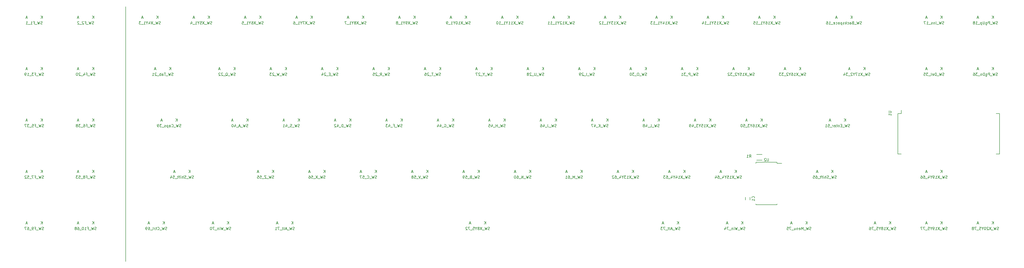
<source format=gbo>
G04 #@! TF.FileFunction,Legend,Bot*
%FSLAX46Y46*%
G04 Gerber Fmt 4.6, Leading zero omitted, Abs format (unit mm)*
G04 Created by KiCad (PCBNEW 4.0.2-stable) date Thursday, June 23, 2016 'PMt' 05:50:01 PM*
%MOMM*%
G01*
G04 APERTURE LIST*
%ADD10C,0.150000*%
%ADD11C,0.200000*%
G04 APERTURE END LIST*
D10*
D11*
X72009000Y-113919000D02*
X72009000Y-19558000D01*
D10*
X358131000Y-59190000D02*
X359401000Y-59190000D01*
X358131000Y-74160000D02*
X359401000Y-74160000D01*
X395741000Y-74160000D02*
X394471000Y-74160000D01*
X395741000Y-59190000D02*
X394471000Y-59190000D01*
X358131000Y-59190000D02*
X358131000Y-74160000D01*
X395741000Y-59190000D02*
X395741000Y-74160000D01*
X359401000Y-59190000D02*
X359401000Y-57905000D01*
X307768500Y-74299500D02*
X305768500Y-74299500D01*
X305768500Y-76449500D02*
X307768500Y-76449500D01*
X313295000Y-77215000D02*
X313295000Y-77580000D01*
X305545000Y-77215000D02*
X305545000Y-77580000D01*
X305545000Y-92965000D02*
X305545000Y-92600000D01*
X313295000Y-92965000D02*
X313295000Y-92600000D01*
X313295000Y-77215000D02*
X305545000Y-77215000D01*
X313295000Y-92965000D02*
X305545000Y-92965000D01*
X313295000Y-77580000D02*
X315120000Y-77580000D01*
X303300500Y-90178000D02*
X303300500Y-91178000D01*
X301600500Y-91178000D02*
X301600500Y-90178000D01*
X354658381Y-58293095D02*
X355467905Y-58293095D01*
X355563143Y-58340714D01*
X355610762Y-58388333D01*
X355658381Y-58483571D01*
X355658381Y-58674048D01*
X355610762Y-58769286D01*
X355563143Y-58816905D01*
X355467905Y-58864524D01*
X354658381Y-58864524D01*
X355658381Y-59864524D02*
X355658381Y-59293095D01*
X355658381Y-59578809D02*
X354658381Y-59578809D01*
X354801238Y-59483571D01*
X354896476Y-59388333D01*
X354944095Y-59293095D01*
D11*
X335303274Y-83129762D02*
X335160417Y-83177381D01*
X334922321Y-83177381D01*
X334827083Y-83129762D01*
X334779464Y-83082143D01*
X334731845Y-82986905D01*
X334731845Y-82891667D01*
X334779464Y-82796429D01*
X334827083Y-82748810D01*
X334922321Y-82701190D01*
X335112798Y-82653571D01*
X335208036Y-82605952D01*
X335255655Y-82558333D01*
X335303274Y-82463095D01*
X335303274Y-82367857D01*
X335255655Y-82272619D01*
X335208036Y-82225000D01*
X335112798Y-82177381D01*
X334874702Y-82177381D01*
X334731845Y-82225000D01*
X334398512Y-82177381D02*
X334160417Y-83177381D01*
X333969940Y-82463095D01*
X333779464Y-83177381D01*
X333541369Y-82177381D01*
X333398512Y-83272619D02*
X332636607Y-83272619D01*
X332446131Y-83129762D02*
X332303274Y-83177381D01*
X332065178Y-83177381D01*
X331969940Y-83129762D01*
X331922321Y-83082143D01*
X331874702Y-82986905D01*
X331874702Y-82891667D01*
X331922321Y-82796429D01*
X331969940Y-82748810D01*
X332065178Y-82701190D01*
X332255655Y-82653571D01*
X332350893Y-82605952D01*
X332398512Y-82558333D01*
X332446131Y-82463095D01*
X332446131Y-82367857D01*
X332398512Y-82272619D01*
X332350893Y-82225000D01*
X332255655Y-82177381D01*
X332017559Y-82177381D01*
X331874702Y-82225000D01*
X331446131Y-83177381D02*
X331446131Y-82177381D01*
X331017559Y-83177381D02*
X331017559Y-82653571D01*
X331065178Y-82558333D01*
X331160416Y-82510714D01*
X331303274Y-82510714D01*
X331398512Y-82558333D01*
X331446131Y-82605952D01*
X330541369Y-83177381D02*
X330541369Y-82510714D01*
X330541369Y-82177381D02*
X330588988Y-82225000D01*
X330541369Y-82272619D01*
X330493750Y-82225000D01*
X330541369Y-82177381D01*
X330541369Y-82272619D01*
X330208036Y-82510714D02*
X329827084Y-82510714D01*
X330065179Y-83177381D02*
X330065179Y-82320238D01*
X330017560Y-82225000D01*
X329922322Y-82177381D01*
X329827084Y-82177381D01*
X329636607Y-82510714D02*
X329255655Y-82510714D01*
X329493750Y-82177381D02*
X329493750Y-83034524D01*
X329446131Y-83129762D01*
X329350893Y-83177381D01*
X329255655Y-83177381D01*
X329160416Y-83272619D02*
X328398511Y-83272619D01*
X327731844Y-82177381D02*
X327922321Y-82177381D01*
X328017559Y-82225000D01*
X328065178Y-82272619D01*
X328160416Y-82415476D01*
X328208035Y-82605952D01*
X328208035Y-82986905D01*
X328160416Y-83082143D01*
X328112797Y-83129762D01*
X328017559Y-83177381D01*
X327827082Y-83177381D01*
X327731844Y-83129762D01*
X327684225Y-83082143D01*
X327636606Y-82986905D01*
X327636606Y-82748810D01*
X327684225Y-82653571D01*
X327731844Y-82605952D01*
X327827082Y-82558333D01*
X328017559Y-82558333D01*
X328112797Y-82605952D01*
X328160416Y-82653571D01*
X328208035Y-82748810D01*
X326731844Y-82177381D02*
X327208035Y-82177381D01*
X327255654Y-82653571D01*
X327208035Y-82605952D01*
X327112797Y-82558333D01*
X326874701Y-82558333D01*
X326779463Y-82605952D01*
X326731844Y-82653571D01*
X326684225Y-82748810D01*
X326684225Y-82986905D01*
X326731844Y-83082143D01*
X326779463Y-83129762D01*
X326874701Y-83177381D01*
X327112797Y-83177381D01*
X327208035Y-83129762D01*
X327255654Y-83082143D01*
D10*
X328437845Y-80811667D02*
X327961654Y-80811667D01*
X328533083Y-81097381D02*
X328199750Y-80097381D01*
X327866416Y-81097381D01*
X334049655Y-81097381D02*
X334049655Y-80097381D01*
X333478226Y-81097381D02*
X333906798Y-80525952D01*
X333478226Y-80097381D02*
X334049655Y-80668810D01*
D11*
X395429762Y-102179762D02*
X395286905Y-102227381D01*
X395048809Y-102227381D01*
X394953571Y-102179762D01*
X394905952Y-102132143D01*
X394858333Y-102036905D01*
X394858333Y-101941667D01*
X394905952Y-101846429D01*
X394953571Y-101798810D01*
X395048809Y-101751190D01*
X395239286Y-101703571D01*
X395334524Y-101655952D01*
X395382143Y-101608333D01*
X395429762Y-101513095D01*
X395429762Y-101417857D01*
X395382143Y-101322619D01*
X395334524Y-101275000D01*
X395239286Y-101227381D01*
X395001190Y-101227381D01*
X394858333Y-101275000D01*
X394525000Y-101227381D02*
X394286905Y-102227381D01*
X394096428Y-101513095D01*
X393905952Y-102227381D01*
X393667857Y-101227381D01*
X393525000Y-102322619D02*
X392763095Y-102322619D01*
X392620238Y-101227381D02*
X391953571Y-102227381D01*
X391953571Y-101227381D02*
X392620238Y-102227381D01*
X391620238Y-101322619D02*
X391572619Y-101275000D01*
X391477381Y-101227381D01*
X391239285Y-101227381D01*
X391144047Y-101275000D01*
X391096428Y-101322619D01*
X391048809Y-101417857D01*
X391048809Y-101513095D01*
X391096428Y-101655952D01*
X391667857Y-102227381D01*
X391048809Y-102227381D01*
X390429762Y-101227381D02*
X390334523Y-101227381D01*
X390239285Y-101275000D01*
X390191666Y-101322619D01*
X390144047Y-101417857D01*
X390096428Y-101608333D01*
X390096428Y-101846429D01*
X390144047Y-102036905D01*
X390191666Y-102132143D01*
X390239285Y-102179762D01*
X390334523Y-102227381D01*
X390429762Y-102227381D01*
X390525000Y-102179762D01*
X390572619Y-102132143D01*
X390620238Y-102036905D01*
X390667857Y-101846429D01*
X390667857Y-101608333D01*
X390620238Y-101417857D01*
X390572619Y-101322619D01*
X390525000Y-101275000D01*
X390429762Y-101227381D01*
X389477381Y-101751190D02*
X389477381Y-102227381D01*
X389810714Y-101227381D02*
X389477381Y-101751190D01*
X389144047Y-101227381D01*
X388334523Y-101227381D02*
X388810714Y-101227381D01*
X388858333Y-101703571D01*
X388810714Y-101655952D01*
X388715476Y-101608333D01*
X388477380Y-101608333D01*
X388382142Y-101655952D01*
X388334523Y-101703571D01*
X388286904Y-101798810D01*
X388286904Y-102036905D01*
X388334523Y-102132143D01*
X388382142Y-102179762D01*
X388477380Y-102227381D01*
X388715476Y-102227381D01*
X388810714Y-102179762D01*
X388858333Y-102132143D01*
X388096428Y-102322619D02*
X387334523Y-102322619D01*
X387191666Y-101227381D02*
X386524999Y-101227381D01*
X386953571Y-102227381D01*
X386001190Y-101655952D02*
X386096428Y-101608333D01*
X386144047Y-101560714D01*
X386191666Y-101465476D01*
X386191666Y-101417857D01*
X386144047Y-101322619D01*
X386096428Y-101275000D01*
X386001190Y-101227381D01*
X385810713Y-101227381D01*
X385715475Y-101275000D01*
X385667856Y-101322619D01*
X385620237Y-101417857D01*
X385620237Y-101465476D01*
X385667856Y-101560714D01*
X385715475Y-101608333D01*
X385810713Y-101655952D01*
X386001190Y-101655952D01*
X386096428Y-101703571D01*
X386144047Y-101751190D01*
X386191666Y-101846429D01*
X386191666Y-102036905D01*
X386144047Y-102132143D01*
X386096428Y-102179762D01*
X386001190Y-102227381D01*
X385810713Y-102227381D01*
X385715475Y-102179762D01*
X385667856Y-102132143D01*
X385620237Y-102036905D01*
X385620237Y-101846429D01*
X385667856Y-101751190D01*
X385715475Y-101703571D01*
X385810713Y-101655952D01*
D10*
X387969095Y-99861667D02*
X387492904Y-99861667D01*
X388064333Y-100147381D02*
X387731000Y-99147381D01*
X387397666Y-100147381D01*
X393580905Y-100147381D02*
X393580905Y-99147381D01*
X393009476Y-100147381D02*
X393438048Y-99575952D01*
X393009476Y-99147381D02*
X393580905Y-99718810D01*
D11*
X376379762Y-102179762D02*
X376236905Y-102227381D01*
X375998809Y-102227381D01*
X375903571Y-102179762D01*
X375855952Y-102132143D01*
X375808333Y-102036905D01*
X375808333Y-101941667D01*
X375855952Y-101846429D01*
X375903571Y-101798810D01*
X375998809Y-101751190D01*
X376189286Y-101703571D01*
X376284524Y-101655952D01*
X376332143Y-101608333D01*
X376379762Y-101513095D01*
X376379762Y-101417857D01*
X376332143Y-101322619D01*
X376284524Y-101275000D01*
X376189286Y-101227381D01*
X375951190Y-101227381D01*
X375808333Y-101275000D01*
X375475000Y-101227381D02*
X375236905Y-102227381D01*
X375046428Y-101513095D01*
X374855952Y-102227381D01*
X374617857Y-101227381D01*
X374475000Y-102322619D02*
X373713095Y-102322619D01*
X373570238Y-101227381D02*
X372903571Y-102227381D01*
X372903571Y-101227381D02*
X373570238Y-102227381D01*
X371998809Y-102227381D02*
X372570238Y-102227381D01*
X372284524Y-102227381D02*
X372284524Y-101227381D01*
X372379762Y-101370238D01*
X372475000Y-101465476D01*
X372570238Y-101513095D01*
X371522619Y-102227381D02*
X371332143Y-102227381D01*
X371236904Y-102179762D01*
X371189285Y-102132143D01*
X371094047Y-101989286D01*
X371046428Y-101798810D01*
X371046428Y-101417857D01*
X371094047Y-101322619D01*
X371141666Y-101275000D01*
X371236904Y-101227381D01*
X371427381Y-101227381D01*
X371522619Y-101275000D01*
X371570238Y-101322619D01*
X371617857Y-101417857D01*
X371617857Y-101655952D01*
X371570238Y-101751190D01*
X371522619Y-101798810D01*
X371427381Y-101846429D01*
X371236904Y-101846429D01*
X371141666Y-101798810D01*
X371094047Y-101751190D01*
X371046428Y-101655952D01*
X370427381Y-101751190D02*
X370427381Y-102227381D01*
X370760714Y-101227381D02*
X370427381Y-101751190D01*
X370094047Y-101227381D01*
X369284523Y-101227381D02*
X369760714Y-101227381D01*
X369808333Y-101703571D01*
X369760714Y-101655952D01*
X369665476Y-101608333D01*
X369427380Y-101608333D01*
X369332142Y-101655952D01*
X369284523Y-101703571D01*
X369236904Y-101798810D01*
X369236904Y-102036905D01*
X369284523Y-102132143D01*
X369332142Y-102179762D01*
X369427380Y-102227381D01*
X369665476Y-102227381D01*
X369760714Y-102179762D01*
X369808333Y-102132143D01*
X369046428Y-102322619D02*
X368284523Y-102322619D01*
X368141666Y-101227381D02*
X367474999Y-101227381D01*
X367903571Y-102227381D01*
X367189285Y-101227381D02*
X366522618Y-101227381D01*
X366951190Y-102227381D01*
D10*
X368919095Y-99861667D02*
X368442904Y-99861667D01*
X369014333Y-100147381D02*
X368681000Y-99147381D01*
X368347666Y-100147381D01*
X374530905Y-100147381D02*
X374530905Y-99147381D01*
X373959476Y-100147381D02*
X374388048Y-99575952D01*
X373959476Y-99147381D02*
X374530905Y-99718810D01*
D11*
X357329762Y-102179762D02*
X357186905Y-102227381D01*
X356948809Y-102227381D01*
X356853571Y-102179762D01*
X356805952Y-102132143D01*
X356758333Y-102036905D01*
X356758333Y-101941667D01*
X356805952Y-101846429D01*
X356853571Y-101798810D01*
X356948809Y-101751190D01*
X357139286Y-101703571D01*
X357234524Y-101655952D01*
X357282143Y-101608333D01*
X357329762Y-101513095D01*
X357329762Y-101417857D01*
X357282143Y-101322619D01*
X357234524Y-101275000D01*
X357139286Y-101227381D01*
X356901190Y-101227381D01*
X356758333Y-101275000D01*
X356425000Y-101227381D02*
X356186905Y-102227381D01*
X355996428Y-101513095D01*
X355805952Y-102227381D01*
X355567857Y-101227381D01*
X355425000Y-102322619D02*
X354663095Y-102322619D01*
X354520238Y-101227381D02*
X353853571Y-102227381D01*
X353853571Y-101227381D02*
X354520238Y-102227381D01*
X352948809Y-102227381D02*
X353520238Y-102227381D01*
X353234524Y-102227381D02*
X353234524Y-101227381D01*
X353329762Y-101370238D01*
X353425000Y-101465476D01*
X353520238Y-101513095D01*
X352377381Y-101655952D02*
X352472619Y-101608333D01*
X352520238Y-101560714D01*
X352567857Y-101465476D01*
X352567857Y-101417857D01*
X352520238Y-101322619D01*
X352472619Y-101275000D01*
X352377381Y-101227381D01*
X352186904Y-101227381D01*
X352091666Y-101275000D01*
X352044047Y-101322619D01*
X351996428Y-101417857D01*
X351996428Y-101465476D01*
X352044047Y-101560714D01*
X352091666Y-101608333D01*
X352186904Y-101655952D01*
X352377381Y-101655952D01*
X352472619Y-101703571D01*
X352520238Y-101751190D01*
X352567857Y-101846429D01*
X352567857Y-102036905D01*
X352520238Y-102132143D01*
X352472619Y-102179762D01*
X352377381Y-102227381D01*
X352186904Y-102227381D01*
X352091666Y-102179762D01*
X352044047Y-102132143D01*
X351996428Y-102036905D01*
X351996428Y-101846429D01*
X352044047Y-101751190D01*
X352091666Y-101703571D01*
X352186904Y-101655952D01*
X351377381Y-101751190D02*
X351377381Y-102227381D01*
X351710714Y-101227381D02*
X351377381Y-101751190D01*
X351044047Y-101227381D01*
X350234523Y-101227381D02*
X350710714Y-101227381D01*
X350758333Y-101703571D01*
X350710714Y-101655952D01*
X350615476Y-101608333D01*
X350377380Y-101608333D01*
X350282142Y-101655952D01*
X350234523Y-101703571D01*
X350186904Y-101798810D01*
X350186904Y-102036905D01*
X350234523Y-102132143D01*
X350282142Y-102179762D01*
X350377380Y-102227381D01*
X350615476Y-102227381D01*
X350710714Y-102179762D01*
X350758333Y-102132143D01*
X349996428Y-102322619D02*
X349234523Y-102322619D01*
X349091666Y-101227381D02*
X348424999Y-101227381D01*
X348853571Y-102227381D01*
X347615475Y-101227381D02*
X347805952Y-101227381D01*
X347901190Y-101275000D01*
X347948809Y-101322619D01*
X348044047Y-101465476D01*
X348091666Y-101655952D01*
X348091666Y-102036905D01*
X348044047Y-102132143D01*
X347996428Y-102179762D01*
X347901190Y-102227381D01*
X347710713Y-102227381D01*
X347615475Y-102179762D01*
X347567856Y-102132143D01*
X347520237Y-102036905D01*
X347520237Y-101798810D01*
X347567856Y-101703571D01*
X347615475Y-101655952D01*
X347710713Y-101608333D01*
X347901190Y-101608333D01*
X347996428Y-101655952D01*
X348044047Y-101703571D01*
X348091666Y-101798810D01*
D10*
X349869095Y-99861667D02*
X349392904Y-99861667D01*
X349964333Y-100147381D02*
X349631000Y-99147381D01*
X349297666Y-100147381D01*
X355480905Y-100147381D02*
X355480905Y-99147381D01*
X354909476Y-100147381D02*
X355338048Y-99575952D01*
X354909476Y-99147381D02*
X355480905Y-99718810D01*
D11*
X325944941Y-102179762D02*
X325802084Y-102227381D01*
X325563988Y-102227381D01*
X325468750Y-102179762D01*
X325421131Y-102132143D01*
X325373512Y-102036905D01*
X325373512Y-101941667D01*
X325421131Y-101846429D01*
X325468750Y-101798810D01*
X325563988Y-101751190D01*
X325754465Y-101703571D01*
X325849703Y-101655952D01*
X325897322Y-101608333D01*
X325944941Y-101513095D01*
X325944941Y-101417857D01*
X325897322Y-101322619D01*
X325849703Y-101275000D01*
X325754465Y-101227381D01*
X325516369Y-101227381D01*
X325373512Y-101275000D01*
X325040179Y-101227381D02*
X324802084Y-102227381D01*
X324611607Y-101513095D01*
X324421131Y-102227381D01*
X324183036Y-101227381D01*
X324040179Y-102322619D02*
X323278274Y-102322619D01*
X323040179Y-102227381D02*
X323040179Y-101227381D01*
X322706845Y-101941667D01*
X322373512Y-101227381D01*
X322373512Y-102227381D01*
X321516369Y-102179762D02*
X321611607Y-102227381D01*
X321802084Y-102227381D01*
X321897322Y-102179762D01*
X321944941Y-102084524D01*
X321944941Y-101703571D01*
X321897322Y-101608333D01*
X321802084Y-101560714D01*
X321611607Y-101560714D01*
X321516369Y-101608333D01*
X321468750Y-101703571D01*
X321468750Y-101798810D01*
X321944941Y-101894048D01*
X321040179Y-101560714D02*
X321040179Y-102227381D01*
X321040179Y-101655952D02*
X320992560Y-101608333D01*
X320897322Y-101560714D01*
X320754464Y-101560714D01*
X320659226Y-101608333D01*
X320611607Y-101703571D01*
X320611607Y-102227381D01*
X319706845Y-101560714D02*
X319706845Y-102227381D01*
X320135417Y-101560714D02*
X320135417Y-102084524D01*
X320087798Y-102179762D01*
X319992560Y-102227381D01*
X319849702Y-102227381D01*
X319754464Y-102179762D01*
X319706845Y-102132143D01*
X319468750Y-102322619D02*
X318706845Y-102322619D01*
X318563988Y-101227381D02*
X317897321Y-101227381D01*
X318325893Y-102227381D01*
X317040178Y-101227381D02*
X317516369Y-101227381D01*
X317563988Y-101703571D01*
X317516369Y-101655952D01*
X317421131Y-101608333D01*
X317183035Y-101608333D01*
X317087797Y-101655952D01*
X317040178Y-101703571D01*
X316992559Y-101798810D01*
X316992559Y-102036905D01*
X317040178Y-102132143D01*
X317087797Y-102179762D01*
X317183035Y-102227381D01*
X317421131Y-102227381D01*
X317516369Y-102179762D01*
X317563988Y-102132143D01*
D10*
X318912845Y-99861667D02*
X318436654Y-99861667D01*
X319008083Y-100147381D02*
X318674750Y-99147381D01*
X318341416Y-100147381D01*
X324524655Y-100147381D02*
X324524655Y-99147381D01*
X323953226Y-100147381D02*
X324381798Y-99575952D01*
X323953226Y-99147381D02*
X324524655Y-99718810D01*
D11*
X301489583Y-102179762D02*
X301346726Y-102227381D01*
X301108630Y-102227381D01*
X301013392Y-102179762D01*
X300965773Y-102132143D01*
X300918154Y-102036905D01*
X300918154Y-101941667D01*
X300965773Y-101846429D01*
X301013392Y-101798810D01*
X301108630Y-101751190D01*
X301299107Y-101703571D01*
X301394345Y-101655952D01*
X301441964Y-101608333D01*
X301489583Y-101513095D01*
X301489583Y-101417857D01*
X301441964Y-101322619D01*
X301394345Y-101275000D01*
X301299107Y-101227381D01*
X301061011Y-101227381D01*
X300918154Y-101275000D01*
X300584821Y-101227381D02*
X300346726Y-102227381D01*
X300156249Y-101513095D01*
X299965773Y-102227381D01*
X299727678Y-101227381D01*
X299584821Y-102322619D02*
X298822916Y-102322619D01*
X298680059Y-101227381D02*
X298441964Y-102227381D01*
X298251487Y-101513095D01*
X298061011Y-102227381D01*
X297822916Y-101227381D01*
X297441964Y-102227381D02*
X297441964Y-101560714D01*
X297441964Y-101227381D02*
X297489583Y-101275000D01*
X297441964Y-101322619D01*
X297394345Y-101275000D01*
X297441964Y-101227381D01*
X297441964Y-101322619D01*
X296965774Y-101560714D02*
X296965774Y-102227381D01*
X296965774Y-101655952D02*
X296918155Y-101608333D01*
X296822917Y-101560714D01*
X296680059Y-101560714D01*
X296584821Y-101608333D01*
X296537202Y-101703571D01*
X296537202Y-102227381D01*
X296299107Y-102322619D02*
X295537202Y-102322619D01*
X295394345Y-101227381D02*
X294727678Y-101227381D01*
X295156250Y-102227381D01*
X293918154Y-101560714D02*
X293918154Y-102227381D01*
X294156250Y-101179762D02*
X294394345Y-101894048D01*
X293775297Y-101894048D01*
D10*
X295100345Y-99861667D02*
X294624154Y-99861667D01*
X295195583Y-100147381D02*
X294862250Y-99147381D01*
X294528916Y-100147381D01*
X300712155Y-100147381D02*
X300712155Y-99147381D01*
X300140726Y-100147381D02*
X300569298Y-99575952D01*
X300140726Y-99147381D02*
X300712155Y-99718810D01*
D11*
X277391370Y-102179762D02*
X277248513Y-102227381D01*
X277010417Y-102227381D01*
X276915179Y-102179762D01*
X276867560Y-102132143D01*
X276819941Y-102036905D01*
X276819941Y-101941667D01*
X276867560Y-101846429D01*
X276915179Y-101798810D01*
X277010417Y-101751190D01*
X277200894Y-101703571D01*
X277296132Y-101655952D01*
X277343751Y-101608333D01*
X277391370Y-101513095D01*
X277391370Y-101417857D01*
X277343751Y-101322619D01*
X277296132Y-101275000D01*
X277200894Y-101227381D01*
X276962798Y-101227381D01*
X276819941Y-101275000D01*
X276486608Y-101227381D02*
X276248513Y-102227381D01*
X276058036Y-101513095D01*
X275867560Y-102227381D01*
X275629465Y-101227381D01*
X275486608Y-102322619D02*
X274724703Y-102322619D01*
X274534227Y-101941667D02*
X274058036Y-101941667D01*
X274629465Y-102227381D02*
X274296132Y-101227381D01*
X273962798Y-102227381D01*
X273486608Y-102227381D02*
X273581846Y-102179762D01*
X273629465Y-102084524D01*
X273629465Y-101227381D01*
X273248512Y-101560714D02*
X272867560Y-101560714D01*
X273105655Y-101227381D02*
X273105655Y-102084524D01*
X273058036Y-102179762D01*
X272962798Y-102227381D01*
X272867560Y-102227381D01*
X272772321Y-102322619D02*
X272010416Y-102322619D01*
X271867559Y-101227381D02*
X271200892Y-101227381D01*
X271629464Y-102227381D01*
X270915178Y-101227381D02*
X270296130Y-101227381D01*
X270629464Y-101608333D01*
X270486606Y-101608333D01*
X270391368Y-101655952D01*
X270343749Y-101703571D01*
X270296130Y-101798810D01*
X270296130Y-102036905D01*
X270343749Y-102132143D01*
X270391368Y-102179762D01*
X270486606Y-102227381D01*
X270772321Y-102227381D01*
X270867559Y-102179762D01*
X270915178Y-102132143D01*
D10*
X271287845Y-99861667D02*
X270811654Y-99861667D01*
X271383083Y-100147381D02*
X271049750Y-99147381D01*
X270716416Y-100147381D01*
X276899655Y-100147381D02*
X276899655Y-99147381D01*
X276328226Y-100147381D02*
X276756798Y-99575952D01*
X276328226Y-99147381D02*
X276899655Y-99718810D01*
D11*
X206834822Y-102179762D02*
X206691965Y-102227381D01*
X206453869Y-102227381D01*
X206358631Y-102179762D01*
X206311012Y-102132143D01*
X206263393Y-102036905D01*
X206263393Y-101941667D01*
X206311012Y-101846429D01*
X206358631Y-101798810D01*
X206453869Y-101751190D01*
X206644346Y-101703571D01*
X206739584Y-101655952D01*
X206787203Y-101608333D01*
X206834822Y-101513095D01*
X206834822Y-101417857D01*
X206787203Y-101322619D01*
X206739584Y-101275000D01*
X206644346Y-101227381D01*
X206406250Y-101227381D01*
X206263393Y-101275000D01*
X205930060Y-101227381D02*
X205691965Y-102227381D01*
X205501488Y-101513095D01*
X205311012Y-102227381D01*
X205072917Y-101227381D01*
X204930060Y-102322619D02*
X204168155Y-102322619D01*
X204025298Y-101227381D02*
X203358631Y-102227381D01*
X203358631Y-101227381D02*
X204025298Y-102227381D01*
X202834822Y-101655952D02*
X202930060Y-101608333D01*
X202977679Y-101560714D01*
X203025298Y-101465476D01*
X203025298Y-101417857D01*
X202977679Y-101322619D01*
X202930060Y-101275000D01*
X202834822Y-101227381D01*
X202644345Y-101227381D01*
X202549107Y-101275000D01*
X202501488Y-101322619D01*
X202453869Y-101417857D01*
X202453869Y-101465476D01*
X202501488Y-101560714D01*
X202549107Y-101608333D01*
X202644345Y-101655952D01*
X202834822Y-101655952D01*
X202930060Y-101703571D01*
X202977679Y-101751190D01*
X203025298Y-101846429D01*
X203025298Y-102036905D01*
X202977679Y-102132143D01*
X202930060Y-102179762D01*
X202834822Y-102227381D01*
X202644345Y-102227381D01*
X202549107Y-102179762D01*
X202501488Y-102132143D01*
X202453869Y-102036905D01*
X202453869Y-101846429D01*
X202501488Y-101751190D01*
X202549107Y-101703571D01*
X202644345Y-101655952D01*
X201834822Y-101751190D02*
X201834822Y-102227381D01*
X202168155Y-101227381D02*
X201834822Y-101751190D01*
X201501488Y-101227381D01*
X200691964Y-101227381D02*
X201168155Y-101227381D01*
X201215774Y-101703571D01*
X201168155Y-101655952D01*
X201072917Y-101608333D01*
X200834821Y-101608333D01*
X200739583Y-101655952D01*
X200691964Y-101703571D01*
X200644345Y-101798810D01*
X200644345Y-102036905D01*
X200691964Y-102132143D01*
X200739583Y-102179762D01*
X200834821Y-102227381D01*
X201072917Y-102227381D01*
X201168155Y-102179762D01*
X201215774Y-102132143D01*
X200453869Y-102322619D02*
X199691964Y-102322619D01*
X199549107Y-101227381D02*
X198882440Y-101227381D01*
X199311012Y-102227381D01*
X198549107Y-101322619D02*
X198501488Y-101275000D01*
X198406250Y-101227381D01*
X198168154Y-101227381D01*
X198072916Y-101275000D01*
X198025297Y-101322619D01*
X197977678Y-101417857D01*
X197977678Y-101513095D01*
X198025297Y-101655952D01*
X198596726Y-102227381D01*
X197977678Y-102227381D01*
D10*
X199850345Y-99861667D02*
X199374154Y-99861667D01*
X199945583Y-100147381D02*
X199612250Y-99147381D01*
X199278916Y-100147381D01*
X205462155Y-100147381D02*
X205462155Y-99147381D01*
X204890726Y-100147381D02*
X205319298Y-99575952D01*
X204890726Y-99147381D02*
X205462155Y-99718810D01*
D11*
X134516370Y-102179762D02*
X134373513Y-102227381D01*
X134135417Y-102227381D01*
X134040179Y-102179762D01*
X133992560Y-102132143D01*
X133944941Y-102036905D01*
X133944941Y-101941667D01*
X133992560Y-101846429D01*
X134040179Y-101798810D01*
X134135417Y-101751190D01*
X134325894Y-101703571D01*
X134421132Y-101655952D01*
X134468751Y-101608333D01*
X134516370Y-101513095D01*
X134516370Y-101417857D01*
X134468751Y-101322619D01*
X134421132Y-101275000D01*
X134325894Y-101227381D01*
X134087798Y-101227381D01*
X133944941Y-101275000D01*
X133611608Y-101227381D02*
X133373513Y-102227381D01*
X133183036Y-101513095D01*
X132992560Y-102227381D01*
X132754465Y-101227381D01*
X132611608Y-102322619D02*
X131849703Y-102322619D01*
X131659227Y-101941667D02*
X131183036Y-101941667D01*
X131754465Y-102227381D02*
X131421132Y-101227381D01*
X131087798Y-102227381D01*
X130611608Y-102227381D02*
X130706846Y-102179762D01*
X130754465Y-102084524D01*
X130754465Y-101227381D01*
X130373512Y-101560714D02*
X129992560Y-101560714D01*
X130230655Y-101227381D02*
X130230655Y-102084524D01*
X130183036Y-102179762D01*
X130087798Y-102227381D01*
X129992560Y-102227381D01*
X129897321Y-102322619D02*
X129135416Y-102322619D01*
X128992559Y-101227381D02*
X128325892Y-101227381D01*
X128754464Y-102227381D01*
X127421130Y-102227381D02*
X127992559Y-102227381D01*
X127706845Y-102227381D02*
X127706845Y-101227381D01*
X127802083Y-101370238D01*
X127897321Y-101465476D01*
X127992559Y-101513095D01*
D10*
X128412845Y-99861667D02*
X127936654Y-99861667D01*
X128508083Y-100147381D02*
X128174750Y-99147381D01*
X127841416Y-100147381D01*
X134024655Y-100147381D02*
X134024655Y-99147381D01*
X133453226Y-100147381D02*
X133881798Y-99575952D01*
X133453226Y-99147381D02*
X134024655Y-99718810D01*
D11*
X110989583Y-102179762D02*
X110846726Y-102227381D01*
X110608630Y-102227381D01*
X110513392Y-102179762D01*
X110465773Y-102132143D01*
X110418154Y-102036905D01*
X110418154Y-101941667D01*
X110465773Y-101846429D01*
X110513392Y-101798810D01*
X110608630Y-101751190D01*
X110799107Y-101703571D01*
X110894345Y-101655952D01*
X110941964Y-101608333D01*
X110989583Y-101513095D01*
X110989583Y-101417857D01*
X110941964Y-101322619D01*
X110894345Y-101275000D01*
X110799107Y-101227381D01*
X110561011Y-101227381D01*
X110418154Y-101275000D01*
X110084821Y-101227381D02*
X109846726Y-102227381D01*
X109656249Y-101513095D01*
X109465773Y-102227381D01*
X109227678Y-101227381D01*
X109084821Y-102322619D02*
X108322916Y-102322619D01*
X108180059Y-101227381D02*
X107941964Y-102227381D01*
X107751487Y-101513095D01*
X107561011Y-102227381D01*
X107322916Y-101227381D01*
X106941964Y-102227381D02*
X106941964Y-101560714D01*
X106941964Y-101227381D02*
X106989583Y-101275000D01*
X106941964Y-101322619D01*
X106894345Y-101275000D01*
X106941964Y-101227381D01*
X106941964Y-101322619D01*
X106465774Y-101560714D02*
X106465774Y-102227381D01*
X106465774Y-101655952D02*
X106418155Y-101608333D01*
X106322917Y-101560714D01*
X106180059Y-101560714D01*
X106084821Y-101608333D01*
X106037202Y-101703571D01*
X106037202Y-102227381D01*
X105799107Y-102322619D02*
X105037202Y-102322619D01*
X104894345Y-101227381D02*
X104227678Y-101227381D01*
X104656250Y-102227381D01*
X103656250Y-101227381D02*
X103561011Y-101227381D01*
X103465773Y-101275000D01*
X103418154Y-101322619D01*
X103370535Y-101417857D01*
X103322916Y-101608333D01*
X103322916Y-101846429D01*
X103370535Y-102036905D01*
X103418154Y-102132143D01*
X103465773Y-102179762D01*
X103561011Y-102227381D01*
X103656250Y-102227381D01*
X103751488Y-102179762D01*
X103799107Y-102132143D01*
X103846726Y-102036905D01*
X103894345Y-101846429D01*
X103894345Y-101608333D01*
X103846726Y-101417857D01*
X103799107Y-101322619D01*
X103751488Y-101275000D01*
X103656250Y-101227381D01*
D10*
X104600345Y-99861667D02*
X104124154Y-99861667D01*
X104695583Y-100147381D02*
X104362250Y-99147381D01*
X104028916Y-100147381D01*
X110212155Y-100147381D02*
X110212155Y-99147381D01*
X109640726Y-100147381D02*
X110069298Y-99575952D01*
X109640726Y-99147381D02*
X110212155Y-99718810D01*
D11*
X87272322Y-102179762D02*
X87129465Y-102227381D01*
X86891369Y-102227381D01*
X86796131Y-102179762D01*
X86748512Y-102132143D01*
X86700893Y-102036905D01*
X86700893Y-101941667D01*
X86748512Y-101846429D01*
X86796131Y-101798810D01*
X86891369Y-101751190D01*
X87081846Y-101703571D01*
X87177084Y-101655952D01*
X87224703Y-101608333D01*
X87272322Y-101513095D01*
X87272322Y-101417857D01*
X87224703Y-101322619D01*
X87177084Y-101275000D01*
X87081846Y-101227381D01*
X86843750Y-101227381D01*
X86700893Y-101275000D01*
X86367560Y-101227381D02*
X86129465Y-102227381D01*
X85938988Y-101513095D01*
X85748512Y-102227381D01*
X85510417Y-101227381D01*
X85367560Y-102322619D02*
X84605655Y-102322619D01*
X83796131Y-102132143D02*
X83843750Y-102179762D01*
X83986607Y-102227381D01*
X84081845Y-102227381D01*
X84224703Y-102179762D01*
X84319941Y-102084524D01*
X84367560Y-101989286D01*
X84415179Y-101798810D01*
X84415179Y-101655952D01*
X84367560Y-101465476D01*
X84319941Y-101370238D01*
X84224703Y-101275000D01*
X84081845Y-101227381D01*
X83986607Y-101227381D01*
X83843750Y-101275000D01*
X83796131Y-101322619D01*
X83510417Y-101560714D02*
X83129465Y-101560714D01*
X83367560Y-101227381D02*
X83367560Y-102084524D01*
X83319941Y-102179762D01*
X83224703Y-102227381D01*
X83129465Y-102227381D01*
X82796131Y-102227381D02*
X82796131Y-101560714D01*
X82796131Y-101751190D02*
X82748512Y-101655952D01*
X82700893Y-101608333D01*
X82605655Y-101560714D01*
X82510416Y-101560714D01*
X82034226Y-102227381D02*
X82129464Y-102179762D01*
X82177083Y-102084524D01*
X82177083Y-101227381D01*
X81891368Y-102322619D02*
X81129463Y-102322619D01*
X80462796Y-101227381D02*
X80653273Y-101227381D01*
X80748511Y-101275000D01*
X80796130Y-101322619D01*
X80891368Y-101465476D01*
X80938987Y-101655952D01*
X80938987Y-102036905D01*
X80891368Y-102132143D01*
X80843749Y-102179762D01*
X80748511Y-102227381D01*
X80558034Y-102227381D01*
X80462796Y-102179762D01*
X80415177Y-102132143D01*
X80367558Y-102036905D01*
X80367558Y-101798810D01*
X80415177Y-101703571D01*
X80462796Y-101655952D01*
X80558034Y-101608333D01*
X80748511Y-101608333D01*
X80843749Y-101655952D01*
X80891368Y-101703571D01*
X80938987Y-101798810D01*
X79891368Y-102227381D02*
X79700892Y-102227381D01*
X79605653Y-102179762D01*
X79558034Y-102132143D01*
X79462796Y-101989286D01*
X79415177Y-101798810D01*
X79415177Y-101417857D01*
X79462796Y-101322619D01*
X79510415Y-101275000D01*
X79605653Y-101227381D01*
X79796130Y-101227381D01*
X79891368Y-101275000D01*
X79938987Y-101322619D01*
X79986606Y-101417857D01*
X79986606Y-101655952D01*
X79938987Y-101751190D01*
X79891368Y-101798810D01*
X79796130Y-101846429D01*
X79605653Y-101846429D01*
X79510415Y-101798810D01*
X79462796Y-101751190D01*
X79415177Y-101655952D01*
D10*
X80787845Y-99861667D02*
X80311654Y-99861667D01*
X80883083Y-100147381D02*
X80549750Y-99147381D01*
X80216416Y-100147381D01*
X86399655Y-100147381D02*
X86399655Y-99147381D01*
X85828226Y-100147381D02*
X86256798Y-99575952D01*
X85828226Y-99147381D02*
X86399655Y-99718810D01*
D11*
X61102381Y-102179762D02*
X60959524Y-102227381D01*
X60721428Y-102227381D01*
X60626190Y-102179762D01*
X60578571Y-102132143D01*
X60530952Y-102036905D01*
X60530952Y-101941667D01*
X60578571Y-101846429D01*
X60626190Y-101798810D01*
X60721428Y-101751190D01*
X60911905Y-101703571D01*
X61007143Y-101655952D01*
X61054762Y-101608333D01*
X61102381Y-101513095D01*
X61102381Y-101417857D01*
X61054762Y-101322619D01*
X61007143Y-101275000D01*
X60911905Y-101227381D01*
X60673809Y-101227381D01*
X60530952Y-101275000D01*
X60197619Y-101227381D02*
X59959524Y-102227381D01*
X59769047Y-101513095D01*
X59578571Y-102227381D01*
X59340476Y-101227381D01*
X59197619Y-102322619D02*
X58435714Y-102322619D01*
X57864285Y-101703571D02*
X58197619Y-101703571D01*
X58197619Y-102227381D02*
X58197619Y-101227381D01*
X57721428Y-101227381D01*
X56816666Y-102227381D02*
X57388095Y-102227381D01*
X57102381Y-102227381D02*
X57102381Y-101227381D01*
X57197619Y-101370238D01*
X57292857Y-101465476D01*
X57388095Y-101513095D01*
X56197619Y-101227381D02*
X56102380Y-101227381D01*
X56007142Y-101275000D01*
X55959523Y-101322619D01*
X55911904Y-101417857D01*
X55864285Y-101608333D01*
X55864285Y-101846429D01*
X55911904Y-102036905D01*
X55959523Y-102132143D01*
X56007142Y-102179762D01*
X56102380Y-102227381D01*
X56197619Y-102227381D01*
X56292857Y-102179762D01*
X56340476Y-102132143D01*
X56388095Y-102036905D01*
X56435714Y-101846429D01*
X56435714Y-101608333D01*
X56388095Y-101417857D01*
X56340476Y-101322619D01*
X56292857Y-101275000D01*
X56197619Y-101227381D01*
X55673809Y-102322619D02*
X54911904Y-102322619D01*
X54245237Y-101227381D02*
X54435714Y-101227381D01*
X54530952Y-101275000D01*
X54578571Y-101322619D01*
X54673809Y-101465476D01*
X54721428Y-101655952D01*
X54721428Y-102036905D01*
X54673809Y-102132143D01*
X54626190Y-102179762D01*
X54530952Y-102227381D01*
X54340475Y-102227381D01*
X54245237Y-102179762D01*
X54197618Y-102132143D01*
X54149999Y-102036905D01*
X54149999Y-101798810D01*
X54197618Y-101703571D01*
X54245237Y-101655952D01*
X54340475Y-101608333D01*
X54530952Y-101608333D01*
X54626190Y-101655952D01*
X54673809Y-101703571D01*
X54721428Y-101798810D01*
X53578571Y-101655952D02*
X53673809Y-101608333D01*
X53721428Y-101560714D01*
X53769047Y-101465476D01*
X53769047Y-101417857D01*
X53721428Y-101322619D01*
X53673809Y-101275000D01*
X53578571Y-101227381D01*
X53388094Y-101227381D01*
X53292856Y-101275000D01*
X53245237Y-101322619D01*
X53197618Y-101417857D01*
X53197618Y-101465476D01*
X53245237Y-101560714D01*
X53292856Y-101608333D01*
X53388094Y-101655952D01*
X53578571Y-101655952D01*
X53673809Y-101703571D01*
X53721428Y-101751190D01*
X53769047Y-101846429D01*
X53769047Y-102036905D01*
X53721428Y-102132143D01*
X53673809Y-102179762D01*
X53578571Y-102227381D01*
X53388094Y-102227381D01*
X53292856Y-102179762D01*
X53245237Y-102132143D01*
X53197618Y-102036905D01*
X53197618Y-101846429D01*
X53245237Y-101751190D01*
X53292856Y-101703571D01*
X53388094Y-101655952D01*
D10*
X54594095Y-99861667D02*
X54117904Y-99861667D01*
X54689333Y-100147381D02*
X54356000Y-99147381D01*
X54022666Y-100147381D01*
X60205905Y-100147381D02*
X60205905Y-99147381D01*
X59634476Y-100147381D02*
X60063048Y-99575952D01*
X59634476Y-99147381D02*
X60205905Y-99718810D01*
D11*
X41576191Y-102179762D02*
X41433334Y-102227381D01*
X41195238Y-102227381D01*
X41100000Y-102179762D01*
X41052381Y-102132143D01*
X41004762Y-102036905D01*
X41004762Y-101941667D01*
X41052381Y-101846429D01*
X41100000Y-101798810D01*
X41195238Y-101751190D01*
X41385715Y-101703571D01*
X41480953Y-101655952D01*
X41528572Y-101608333D01*
X41576191Y-101513095D01*
X41576191Y-101417857D01*
X41528572Y-101322619D01*
X41480953Y-101275000D01*
X41385715Y-101227381D01*
X41147619Y-101227381D01*
X41004762Y-101275000D01*
X40671429Y-101227381D02*
X40433334Y-102227381D01*
X40242857Y-101513095D01*
X40052381Y-102227381D01*
X39814286Y-101227381D01*
X39671429Y-102322619D02*
X38909524Y-102322619D01*
X38338095Y-101703571D02*
X38671429Y-101703571D01*
X38671429Y-102227381D02*
X38671429Y-101227381D01*
X38195238Y-101227381D01*
X37766667Y-102227381D02*
X37576191Y-102227381D01*
X37480952Y-102179762D01*
X37433333Y-102132143D01*
X37338095Y-101989286D01*
X37290476Y-101798810D01*
X37290476Y-101417857D01*
X37338095Y-101322619D01*
X37385714Y-101275000D01*
X37480952Y-101227381D01*
X37671429Y-101227381D01*
X37766667Y-101275000D01*
X37814286Y-101322619D01*
X37861905Y-101417857D01*
X37861905Y-101655952D01*
X37814286Y-101751190D01*
X37766667Y-101798810D01*
X37671429Y-101846429D01*
X37480952Y-101846429D01*
X37385714Y-101798810D01*
X37338095Y-101751190D01*
X37290476Y-101655952D01*
X37100000Y-102322619D02*
X36338095Y-102322619D01*
X35671428Y-101227381D02*
X35861905Y-101227381D01*
X35957143Y-101275000D01*
X36004762Y-101322619D01*
X36100000Y-101465476D01*
X36147619Y-101655952D01*
X36147619Y-102036905D01*
X36100000Y-102132143D01*
X36052381Y-102179762D01*
X35957143Y-102227381D01*
X35766666Y-102227381D01*
X35671428Y-102179762D01*
X35623809Y-102132143D01*
X35576190Y-102036905D01*
X35576190Y-101798810D01*
X35623809Y-101703571D01*
X35671428Y-101655952D01*
X35766666Y-101608333D01*
X35957143Y-101608333D01*
X36052381Y-101655952D01*
X36100000Y-101703571D01*
X36147619Y-101798810D01*
X35242857Y-101227381D02*
X34576190Y-101227381D01*
X35004762Y-102227381D01*
D10*
X35544095Y-99861667D02*
X35067904Y-99861667D01*
X35639333Y-100147381D02*
X35306000Y-99147381D01*
X34972666Y-100147381D01*
X41155905Y-100147381D02*
X41155905Y-99147381D01*
X40584476Y-100147381D02*
X41013048Y-99575952D01*
X40584476Y-99147381D02*
X41155905Y-99718810D01*
D11*
X376379762Y-83129762D02*
X376236905Y-83177381D01*
X375998809Y-83177381D01*
X375903571Y-83129762D01*
X375855952Y-83082143D01*
X375808333Y-82986905D01*
X375808333Y-82891667D01*
X375855952Y-82796429D01*
X375903571Y-82748810D01*
X375998809Y-82701190D01*
X376189286Y-82653571D01*
X376284524Y-82605952D01*
X376332143Y-82558333D01*
X376379762Y-82463095D01*
X376379762Y-82367857D01*
X376332143Y-82272619D01*
X376284524Y-82225000D01*
X376189286Y-82177381D01*
X375951190Y-82177381D01*
X375808333Y-82225000D01*
X375475000Y-82177381D02*
X375236905Y-83177381D01*
X375046428Y-82463095D01*
X374855952Y-83177381D01*
X374617857Y-82177381D01*
X374475000Y-83272619D02*
X373713095Y-83272619D01*
X373570238Y-82177381D02*
X372903571Y-83177381D01*
X372903571Y-82177381D02*
X373570238Y-83177381D01*
X371998809Y-83177381D02*
X372570238Y-83177381D01*
X372284524Y-83177381D02*
X372284524Y-82177381D01*
X372379762Y-82320238D01*
X372475000Y-82415476D01*
X372570238Y-82463095D01*
X371522619Y-83177381D02*
X371332143Y-83177381D01*
X371236904Y-83129762D01*
X371189285Y-83082143D01*
X371094047Y-82939286D01*
X371046428Y-82748810D01*
X371046428Y-82367857D01*
X371094047Y-82272619D01*
X371141666Y-82225000D01*
X371236904Y-82177381D01*
X371427381Y-82177381D01*
X371522619Y-82225000D01*
X371570238Y-82272619D01*
X371617857Y-82367857D01*
X371617857Y-82605952D01*
X371570238Y-82701190D01*
X371522619Y-82748810D01*
X371427381Y-82796429D01*
X371236904Y-82796429D01*
X371141666Y-82748810D01*
X371094047Y-82701190D01*
X371046428Y-82605952D01*
X370427381Y-82701190D02*
X370427381Y-83177381D01*
X370760714Y-82177381D02*
X370427381Y-82701190D01*
X370094047Y-82177381D01*
X369332142Y-82510714D02*
X369332142Y-83177381D01*
X369570238Y-82129762D02*
X369808333Y-82844048D01*
X369189285Y-82844048D01*
X369046428Y-83272619D02*
X368284523Y-83272619D01*
X367617856Y-82177381D02*
X367808333Y-82177381D01*
X367903571Y-82225000D01*
X367951190Y-82272619D01*
X368046428Y-82415476D01*
X368094047Y-82605952D01*
X368094047Y-82986905D01*
X368046428Y-83082143D01*
X367998809Y-83129762D01*
X367903571Y-83177381D01*
X367713094Y-83177381D01*
X367617856Y-83129762D01*
X367570237Y-83082143D01*
X367522618Y-82986905D01*
X367522618Y-82748810D01*
X367570237Y-82653571D01*
X367617856Y-82605952D01*
X367713094Y-82558333D01*
X367903571Y-82558333D01*
X367998809Y-82605952D01*
X368046428Y-82653571D01*
X368094047Y-82748810D01*
X366665475Y-82177381D02*
X366855952Y-82177381D01*
X366951190Y-82225000D01*
X366998809Y-82272619D01*
X367094047Y-82415476D01*
X367141666Y-82605952D01*
X367141666Y-82986905D01*
X367094047Y-83082143D01*
X367046428Y-83129762D01*
X366951190Y-83177381D01*
X366760713Y-83177381D01*
X366665475Y-83129762D01*
X366617856Y-83082143D01*
X366570237Y-82986905D01*
X366570237Y-82748810D01*
X366617856Y-82653571D01*
X366665475Y-82605952D01*
X366760713Y-82558333D01*
X366951190Y-82558333D01*
X367046428Y-82605952D01*
X367094047Y-82653571D01*
X367141666Y-82748810D01*
D10*
X368919095Y-80811667D02*
X368442904Y-80811667D01*
X369014333Y-81097381D02*
X368681000Y-80097381D01*
X368347666Y-81097381D01*
X374530905Y-81097381D02*
X374530905Y-80097381D01*
X373959476Y-81097381D02*
X374388048Y-80525952D01*
X373959476Y-80097381D02*
X374530905Y-80668810D01*
D11*
X300179762Y-83129762D02*
X300036905Y-83177381D01*
X299798809Y-83177381D01*
X299703571Y-83129762D01*
X299655952Y-83082143D01*
X299608333Y-82986905D01*
X299608333Y-82891667D01*
X299655952Y-82796429D01*
X299703571Y-82748810D01*
X299798809Y-82701190D01*
X299989286Y-82653571D01*
X300084524Y-82605952D01*
X300132143Y-82558333D01*
X300179762Y-82463095D01*
X300179762Y-82367857D01*
X300132143Y-82272619D01*
X300084524Y-82225000D01*
X299989286Y-82177381D01*
X299751190Y-82177381D01*
X299608333Y-82225000D01*
X299275000Y-82177381D02*
X299036905Y-83177381D01*
X298846428Y-82463095D01*
X298655952Y-83177381D01*
X298417857Y-82177381D01*
X298275000Y-83272619D02*
X297513095Y-83272619D01*
X297370238Y-82177381D02*
X296703571Y-83177381D01*
X296703571Y-82177381D02*
X297370238Y-83177381D01*
X295798809Y-83177381D02*
X296370238Y-83177381D01*
X296084524Y-83177381D02*
X296084524Y-82177381D01*
X296179762Y-82320238D01*
X296275000Y-82415476D01*
X296370238Y-82463095D01*
X294894047Y-82177381D02*
X295370238Y-82177381D01*
X295417857Y-82653571D01*
X295370238Y-82605952D01*
X295275000Y-82558333D01*
X295036904Y-82558333D01*
X294941666Y-82605952D01*
X294894047Y-82653571D01*
X294846428Y-82748810D01*
X294846428Y-82986905D01*
X294894047Y-83082143D01*
X294941666Y-83129762D01*
X295036904Y-83177381D01*
X295275000Y-83177381D01*
X295370238Y-83129762D01*
X295417857Y-83082143D01*
X294227381Y-82701190D02*
X294227381Y-83177381D01*
X294560714Y-82177381D02*
X294227381Y-82701190D01*
X293894047Y-82177381D01*
X293132142Y-82510714D02*
X293132142Y-83177381D01*
X293370238Y-82129762D02*
X293608333Y-82844048D01*
X292989285Y-82844048D01*
X292846428Y-83272619D02*
X292084523Y-83272619D01*
X291417856Y-82177381D02*
X291608333Y-82177381D01*
X291703571Y-82225000D01*
X291751190Y-82272619D01*
X291846428Y-82415476D01*
X291894047Y-82605952D01*
X291894047Y-82986905D01*
X291846428Y-83082143D01*
X291798809Y-83129762D01*
X291703571Y-83177381D01*
X291513094Y-83177381D01*
X291417856Y-83129762D01*
X291370237Y-83082143D01*
X291322618Y-82986905D01*
X291322618Y-82748810D01*
X291370237Y-82653571D01*
X291417856Y-82605952D01*
X291513094Y-82558333D01*
X291703571Y-82558333D01*
X291798809Y-82605952D01*
X291846428Y-82653571D01*
X291894047Y-82748810D01*
X290465475Y-82510714D02*
X290465475Y-83177381D01*
X290703571Y-82129762D02*
X290941666Y-82844048D01*
X290322618Y-82844048D01*
D10*
X292719095Y-80811667D02*
X292242904Y-80811667D01*
X292814333Y-81097381D02*
X292481000Y-80097381D01*
X292147666Y-81097381D01*
X298330905Y-81097381D02*
X298330905Y-80097381D01*
X297759476Y-81097381D02*
X298188048Y-80525952D01*
X297759476Y-80097381D02*
X298330905Y-80668810D01*
D11*
X281129762Y-83129762D02*
X280986905Y-83177381D01*
X280748809Y-83177381D01*
X280653571Y-83129762D01*
X280605952Y-83082143D01*
X280558333Y-82986905D01*
X280558333Y-82891667D01*
X280605952Y-82796429D01*
X280653571Y-82748810D01*
X280748809Y-82701190D01*
X280939286Y-82653571D01*
X281034524Y-82605952D01*
X281082143Y-82558333D01*
X281129762Y-82463095D01*
X281129762Y-82367857D01*
X281082143Y-82272619D01*
X281034524Y-82225000D01*
X280939286Y-82177381D01*
X280701190Y-82177381D01*
X280558333Y-82225000D01*
X280225000Y-82177381D02*
X279986905Y-83177381D01*
X279796428Y-82463095D01*
X279605952Y-83177381D01*
X279367857Y-82177381D01*
X279225000Y-83272619D02*
X278463095Y-83272619D01*
X278320238Y-82177381D02*
X277653571Y-83177381D01*
X277653571Y-82177381D02*
X278320238Y-83177381D01*
X276748809Y-83177381D02*
X277320238Y-83177381D01*
X277034524Y-83177381D02*
X277034524Y-82177381D01*
X277129762Y-82320238D01*
X277225000Y-82415476D01*
X277320238Y-82463095D01*
X275891666Y-82510714D02*
X275891666Y-83177381D01*
X276129762Y-82129762D02*
X276367857Y-82844048D01*
X275748809Y-82844048D01*
X275177381Y-82701190D02*
X275177381Y-83177381D01*
X275510714Y-82177381D02*
X275177381Y-82701190D01*
X274844047Y-82177381D01*
X274082142Y-82510714D02*
X274082142Y-83177381D01*
X274320238Y-82129762D02*
X274558333Y-82844048D01*
X273939285Y-82844048D01*
X273796428Y-83272619D02*
X273034523Y-83272619D01*
X272367856Y-82177381D02*
X272558333Y-82177381D01*
X272653571Y-82225000D01*
X272701190Y-82272619D01*
X272796428Y-82415476D01*
X272844047Y-82605952D01*
X272844047Y-82986905D01*
X272796428Y-83082143D01*
X272748809Y-83129762D01*
X272653571Y-83177381D01*
X272463094Y-83177381D01*
X272367856Y-83129762D01*
X272320237Y-83082143D01*
X272272618Y-82986905D01*
X272272618Y-82748810D01*
X272320237Y-82653571D01*
X272367856Y-82605952D01*
X272463094Y-82558333D01*
X272653571Y-82558333D01*
X272748809Y-82605952D01*
X272796428Y-82653571D01*
X272844047Y-82748810D01*
X271939285Y-82177381D02*
X271320237Y-82177381D01*
X271653571Y-82558333D01*
X271510713Y-82558333D01*
X271415475Y-82605952D01*
X271367856Y-82653571D01*
X271320237Y-82748810D01*
X271320237Y-82986905D01*
X271367856Y-83082143D01*
X271415475Y-83129762D01*
X271510713Y-83177381D01*
X271796428Y-83177381D01*
X271891666Y-83129762D01*
X271939285Y-83082143D01*
D10*
X273669095Y-80811667D02*
X273192904Y-80811667D01*
X273764333Y-81097381D02*
X273431000Y-80097381D01*
X273097666Y-81097381D01*
X279280905Y-81097381D02*
X279280905Y-80097381D01*
X278709476Y-81097381D02*
X279138048Y-80525952D01*
X278709476Y-80097381D02*
X279280905Y-80668810D01*
D11*
X262079762Y-83129762D02*
X261936905Y-83177381D01*
X261698809Y-83177381D01*
X261603571Y-83129762D01*
X261555952Y-83082143D01*
X261508333Y-82986905D01*
X261508333Y-82891667D01*
X261555952Y-82796429D01*
X261603571Y-82748810D01*
X261698809Y-82701190D01*
X261889286Y-82653571D01*
X261984524Y-82605952D01*
X262032143Y-82558333D01*
X262079762Y-82463095D01*
X262079762Y-82367857D01*
X262032143Y-82272619D01*
X261984524Y-82225000D01*
X261889286Y-82177381D01*
X261651190Y-82177381D01*
X261508333Y-82225000D01*
X261175000Y-82177381D02*
X260936905Y-83177381D01*
X260746428Y-82463095D01*
X260555952Y-83177381D01*
X260317857Y-82177381D01*
X260175000Y-83272619D02*
X259413095Y-83272619D01*
X259270238Y-82177381D02*
X258603571Y-83177381D01*
X258603571Y-82177381D02*
X259270238Y-83177381D01*
X257698809Y-83177381D02*
X258270238Y-83177381D01*
X257984524Y-83177381D02*
X257984524Y-82177381D01*
X258079762Y-82320238D01*
X258175000Y-82415476D01*
X258270238Y-82463095D01*
X257365476Y-82177381D02*
X256746428Y-82177381D01*
X257079762Y-82558333D01*
X256936904Y-82558333D01*
X256841666Y-82605952D01*
X256794047Y-82653571D01*
X256746428Y-82748810D01*
X256746428Y-82986905D01*
X256794047Y-83082143D01*
X256841666Y-83129762D01*
X256936904Y-83177381D01*
X257222619Y-83177381D01*
X257317857Y-83129762D01*
X257365476Y-83082143D01*
X256127381Y-82701190D02*
X256127381Y-83177381D01*
X256460714Y-82177381D02*
X256127381Y-82701190D01*
X255794047Y-82177381D01*
X255032142Y-82510714D02*
X255032142Y-83177381D01*
X255270238Y-82129762D02*
X255508333Y-82844048D01*
X254889285Y-82844048D01*
X254746428Y-83272619D02*
X253984523Y-83272619D01*
X253317856Y-82177381D02*
X253508333Y-82177381D01*
X253603571Y-82225000D01*
X253651190Y-82272619D01*
X253746428Y-82415476D01*
X253794047Y-82605952D01*
X253794047Y-82986905D01*
X253746428Y-83082143D01*
X253698809Y-83129762D01*
X253603571Y-83177381D01*
X253413094Y-83177381D01*
X253317856Y-83129762D01*
X253270237Y-83082143D01*
X253222618Y-82986905D01*
X253222618Y-82748810D01*
X253270237Y-82653571D01*
X253317856Y-82605952D01*
X253413094Y-82558333D01*
X253603571Y-82558333D01*
X253698809Y-82605952D01*
X253746428Y-82653571D01*
X253794047Y-82748810D01*
X252841666Y-82272619D02*
X252794047Y-82225000D01*
X252698809Y-82177381D01*
X252460713Y-82177381D01*
X252365475Y-82225000D01*
X252317856Y-82272619D01*
X252270237Y-82367857D01*
X252270237Y-82463095D01*
X252317856Y-82605952D01*
X252889285Y-83177381D01*
X252270237Y-83177381D01*
D10*
X254619095Y-80811667D02*
X254142904Y-80811667D01*
X254714333Y-81097381D02*
X254381000Y-80097381D01*
X254047666Y-81097381D01*
X260230905Y-81097381D02*
X260230905Y-80097381D01*
X259659476Y-81097381D02*
X260088048Y-80525952D01*
X259659476Y-80097381D02*
X260230905Y-80668810D01*
D11*
X241267857Y-83129762D02*
X241125000Y-83177381D01*
X240886904Y-83177381D01*
X240791666Y-83129762D01*
X240744047Y-83082143D01*
X240696428Y-82986905D01*
X240696428Y-82891667D01*
X240744047Y-82796429D01*
X240791666Y-82748810D01*
X240886904Y-82701190D01*
X241077381Y-82653571D01*
X241172619Y-82605952D01*
X241220238Y-82558333D01*
X241267857Y-82463095D01*
X241267857Y-82367857D01*
X241220238Y-82272619D01*
X241172619Y-82225000D01*
X241077381Y-82177381D01*
X240839285Y-82177381D01*
X240696428Y-82225000D01*
X240363095Y-82177381D02*
X240125000Y-83177381D01*
X239934523Y-82463095D01*
X239744047Y-83177381D01*
X239505952Y-82177381D01*
X239363095Y-83272619D02*
X238601190Y-83272619D01*
X238363095Y-83177381D02*
X238363095Y-82177381D01*
X238029761Y-82891667D01*
X237696428Y-82177381D01*
X237696428Y-83177381D01*
X237458333Y-83272619D02*
X236696428Y-83272619D01*
X236029761Y-82177381D02*
X236220238Y-82177381D01*
X236315476Y-82225000D01*
X236363095Y-82272619D01*
X236458333Y-82415476D01*
X236505952Y-82605952D01*
X236505952Y-82986905D01*
X236458333Y-83082143D01*
X236410714Y-83129762D01*
X236315476Y-83177381D01*
X236124999Y-83177381D01*
X236029761Y-83129762D01*
X235982142Y-83082143D01*
X235934523Y-82986905D01*
X235934523Y-82748810D01*
X235982142Y-82653571D01*
X236029761Y-82605952D01*
X236124999Y-82558333D01*
X236315476Y-82558333D01*
X236410714Y-82605952D01*
X236458333Y-82653571D01*
X236505952Y-82748810D01*
X234982142Y-83177381D02*
X235553571Y-83177381D01*
X235267857Y-83177381D02*
X235267857Y-82177381D01*
X235363095Y-82320238D01*
X235458333Y-82415476D01*
X235553571Y-82463095D01*
D10*
X235569095Y-80811667D02*
X235092904Y-80811667D01*
X235664333Y-81097381D02*
X235331000Y-80097381D01*
X234997666Y-81097381D01*
X241180905Y-81097381D02*
X241180905Y-80097381D01*
X240609476Y-81097381D02*
X241038048Y-80525952D01*
X240609476Y-80097381D02*
X241180905Y-80668810D01*
D11*
X222170238Y-83129762D02*
X222027381Y-83177381D01*
X221789285Y-83177381D01*
X221694047Y-83129762D01*
X221646428Y-83082143D01*
X221598809Y-82986905D01*
X221598809Y-82891667D01*
X221646428Y-82796429D01*
X221694047Y-82748810D01*
X221789285Y-82701190D01*
X221979762Y-82653571D01*
X222075000Y-82605952D01*
X222122619Y-82558333D01*
X222170238Y-82463095D01*
X222170238Y-82367857D01*
X222122619Y-82272619D01*
X222075000Y-82225000D01*
X221979762Y-82177381D01*
X221741666Y-82177381D01*
X221598809Y-82225000D01*
X221265476Y-82177381D02*
X221027381Y-83177381D01*
X220836904Y-82463095D01*
X220646428Y-83177381D01*
X220408333Y-82177381D01*
X220265476Y-83272619D02*
X219503571Y-83272619D01*
X219265476Y-83177381D02*
X219265476Y-82177381D01*
X218694047Y-83177381D01*
X218694047Y-82177381D01*
X218455952Y-83272619D02*
X217694047Y-83272619D01*
X217027380Y-82177381D02*
X217217857Y-82177381D01*
X217313095Y-82225000D01*
X217360714Y-82272619D01*
X217455952Y-82415476D01*
X217503571Y-82605952D01*
X217503571Y-82986905D01*
X217455952Y-83082143D01*
X217408333Y-83129762D01*
X217313095Y-83177381D01*
X217122618Y-83177381D01*
X217027380Y-83129762D01*
X216979761Y-83082143D01*
X216932142Y-82986905D01*
X216932142Y-82748810D01*
X216979761Y-82653571D01*
X217027380Y-82605952D01*
X217122618Y-82558333D01*
X217313095Y-82558333D01*
X217408333Y-82605952D01*
X217455952Y-82653571D01*
X217503571Y-82748810D01*
X216313095Y-82177381D02*
X216217856Y-82177381D01*
X216122618Y-82225000D01*
X216074999Y-82272619D01*
X216027380Y-82367857D01*
X215979761Y-82558333D01*
X215979761Y-82796429D01*
X216027380Y-82986905D01*
X216074999Y-83082143D01*
X216122618Y-83129762D01*
X216217856Y-83177381D01*
X216313095Y-83177381D01*
X216408333Y-83129762D01*
X216455952Y-83082143D01*
X216503571Y-82986905D01*
X216551190Y-82796429D01*
X216551190Y-82558333D01*
X216503571Y-82367857D01*
X216455952Y-82272619D01*
X216408333Y-82225000D01*
X216313095Y-82177381D01*
D10*
X216519095Y-80811667D02*
X216042904Y-80811667D01*
X216614333Y-81097381D02*
X216281000Y-80097381D01*
X215947666Y-81097381D01*
X222130905Y-81097381D02*
X222130905Y-80097381D01*
X221559476Y-81097381D02*
X221988048Y-80525952D01*
X221559476Y-80097381D02*
X222130905Y-80668810D01*
D11*
X203096429Y-83129762D02*
X202953572Y-83177381D01*
X202715476Y-83177381D01*
X202620238Y-83129762D01*
X202572619Y-83082143D01*
X202525000Y-82986905D01*
X202525000Y-82891667D01*
X202572619Y-82796429D01*
X202620238Y-82748810D01*
X202715476Y-82701190D01*
X202905953Y-82653571D01*
X203001191Y-82605952D01*
X203048810Y-82558333D01*
X203096429Y-82463095D01*
X203096429Y-82367857D01*
X203048810Y-82272619D01*
X203001191Y-82225000D01*
X202905953Y-82177381D01*
X202667857Y-82177381D01*
X202525000Y-82225000D01*
X202191667Y-82177381D02*
X201953572Y-83177381D01*
X201763095Y-82463095D01*
X201572619Y-83177381D01*
X201334524Y-82177381D01*
X201191667Y-83272619D02*
X200429762Y-83272619D01*
X199858333Y-82653571D02*
X199715476Y-82701190D01*
X199667857Y-82748810D01*
X199620238Y-82844048D01*
X199620238Y-82986905D01*
X199667857Y-83082143D01*
X199715476Y-83129762D01*
X199810714Y-83177381D01*
X200191667Y-83177381D01*
X200191667Y-82177381D01*
X199858333Y-82177381D01*
X199763095Y-82225000D01*
X199715476Y-82272619D01*
X199667857Y-82367857D01*
X199667857Y-82463095D01*
X199715476Y-82558333D01*
X199763095Y-82605952D01*
X199858333Y-82653571D01*
X200191667Y-82653571D01*
X199429762Y-83272619D02*
X198667857Y-83272619D01*
X197953571Y-82177381D02*
X198429762Y-82177381D01*
X198477381Y-82653571D01*
X198429762Y-82605952D01*
X198334524Y-82558333D01*
X198096428Y-82558333D01*
X198001190Y-82605952D01*
X197953571Y-82653571D01*
X197905952Y-82748810D01*
X197905952Y-82986905D01*
X197953571Y-83082143D01*
X198001190Y-83129762D01*
X198096428Y-83177381D01*
X198334524Y-83177381D01*
X198429762Y-83129762D01*
X198477381Y-83082143D01*
X197429762Y-83177381D02*
X197239286Y-83177381D01*
X197144047Y-83129762D01*
X197096428Y-83082143D01*
X197001190Y-82939286D01*
X196953571Y-82748810D01*
X196953571Y-82367857D01*
X197001190Y-82272619D01*
X197048809Y-82225000D01*
X197144047Y-82177381D01*
X197334524Y-82177381D01*
X197429762Y-82225000D01*
X197477381Y-82272619D01*
X197525000Y-82367857D01*
X197525000Y-82605952D01*
X197477381Y-82701190D01*
X197429762Y-82748810D01*
X197334524Y-82796429D01*
X197144047Y-82796429D01*
X197048809Y-82748810D01*
X197001190Y-82701190D01*
X196953571Y-82605952D01*
D10*
X197469095Y-80811667D02*
X196992904Y-80811667D01*
X197564333Y-81097381D02*
X197231000Y-80097381D01*
X196897666Y-81097381D01*
X203080905Y-81097381D02*
X203080905Y-80097381D01*
X202509476Y-81097381D02*
X202938048Y-80525952D01*
X202509476Y-80097381D02*
X203080905Y-80668810D01*
D11*
X183975000Y-83129762D02*
X183832143Y-83177381D01*
X183594047Y-83177381D01*
X183498809Y-83129762D01*
X183451190Y-83082143D01*
X183403571Y-82986905D01*
X183403571Y-82891667D01*
X183451190Y-82796429D01*
X183498809Y-82748810D01*
X183594047Y-82701190D01*
X183784524Y-82653571D01*
X183879762Y-82605952D01*
X183927381Y-82558333D01*
X183975000Y-82463095D01*
X183975000Y-82367857D01*
X183927381Y-82272619D01*
X183879762Y-82225000D01*
X183784524Y-82177381D01*
X183546428Y-82177381D01*
X183403571Y-82225000D01*
X183070238Y-82177381D02*
X182832143Y-83177381D01*
X182641666Y-82463095D01*
X182451190Y-83177381D01*
X182213095Y-82177381D01*
X182070238Y-83272619D02*
X181308333Y-83272619D01*
X181213095Y-82177381D02*
X180879762Y-83177381D01*
X180546428Y-82177381D01*
X180451190Y-83272619D02*
X179689285Y-83272619D01*
X178974999Y-82177381D02*
X179451190Y-82177381D01*
X179498809Y-82653571D01*
X179451190Y-82605952D01*
X179355952Y-82558333D01*
X179117856Y-82558333D01*
X179022618Y-82605952D01*
X178974999Y-82653571D01*
X178927380Y-82748810D01*
X178927380Y-82986905D01*
X178974999Y-83082143D01*
X179022618Y-83129762D01*
X179117856Y-83177381D01*
X179355952Y-83177381D01*
X179451190Y-83129762D01*
X179498809Y-83082143D01*
X178355952Y-82605952D02*
X178451190Y-82558333D01*
X178498809Y-82510714D01*
X178546428Y-82415476D01*
X178546428Y-82367857D01*
X178498809Y-82272619D01*
X178451190Y-82225000D01*
X178355952Y-82177381D01*
X178165475Y-82177381D01*
X178070237Y-82225000D01*
X178022618Y-82272619D01*
X177974999Y-82367857D01*
X177974999Y-82415476D01*
X178022618Y-82510714D01*
X178070237Y-82558333D01*
X178165475Y-82605952D01*
X178355952Y-82605952D01*
X178451190Y-82653571D01*
X178498809Y-82701190D01*
X178546428Y-82796429D01*
X178546428Y-82986905D01*
X178498809Y-83082143D01*
X178451190Y-83129762D01*
X178355952Y-83177381D01*
X178165475Y-83177381D01*
X178070237Y-83129762D01*
X178022618Y-83082143D01*
X177974999Y-82986905D01*
X177974999Y-82796429D01*
X178022618Y-82701190D01*
X178070237Y-82653571D01*
X178165475Y-82605952D01*
D10*
X178419095Y-80811667D02*
X177942904Y-80811667D01*
X178514333Y-81097381D02*
X178181000Y-80097381D01*
X177847666Y-81097381D01*
X184030905Y-81097381D02*
X184030905Y-80097381D01*
X183459476Y-81097381D02*
X183888048Y-80525952D01*
X183459476Y-80097381D02*
X184030905Y-80668810D01*
D11*
X164996429Y-83129762D02*
X164853572Y-83177381D01*
X164615476Y-83177381D01*
X164520238Y-83129762D01*
X164472619Y-83082143D01*
X164425000Y-82986905D01*
X164425000Y-82891667D01*
X164472619Y-82796429D01*
X164520238Y-82748810D01*
X164615476Y-82701190D01*
X164805953Y-82653571D01*
X164901191Y-82605952D01*
X164948810Y-82558333D01*
X164996429Y-82463095D01*
X164996429Y-82367857D01*
X164948810Y-82272619D01*
X164901191Y-82225000D01*
X164805953Y-82177381D01*
X164567857Y-82177381D01*
X164425000Y-82225000D01*
X164091667Y-82177381D02*
X163853572Y-83177381D01*
X163663095Y-82463095D01*
X163472619Y-83177381D01*
X163234524Y-82177381D01*
X163091667Y-83272619D02*
X162329762Y-83272619D01*
X161520238Y-83082143D02*
X161567857Y-83129762D01*
X161710714Y-83177381D01*
X161805952Y-83177381D01*
X161948810Y-83129762D01*
X162044048Y-83034524D01*
X162091667Y-82939286D01*
X162139286Y-82748810D01*
X162139286Y-82605952D01*
X162091667Y-82415476D01*
X162044048Y-82320238D01*
X161948810Y-82225000D01*
X161805952Y-82177381D01*
X161710714Y-82177381D01*
X161567857Y-82225000D01*
X161520238Y-82272619D01*
X161329762Y-83272619D02*
X160567857Y-83272619D01*
X159853571Y-82177381D02*
X160329762Y-82177381D01*
X160377381Y-82653571D01*
X160329762Y-82605952D01*
X160234524Y-82558333D01*
X159996428Y-82558333D01*
X159901190Y-82605952D01*
X159853571Y-82653571D01*
X159805952Y-82748810D01*
X159805952Y-82986905D01*
X159853571Y-83082143D01*
X159901190Y-83129762D01*
X159996428Y-83177381D01*
X160234524Y-83177381D01*
X160329762Y-83129762D01*
X160377381Y-83082143D01*
X159472619Y-82177381D02*
X158805952Y-82177381D01*
X159234524Y-83177381D01*
D10*
X159369095Y-80811667D02*
X158892904Y-80811667D01*
X159464333Y-81097381D02*
X159131000Y-80097381D01*
X158797666Y-81097381D01*
X164980905Y-81097381D02*
X164980905Y-80097381D01*
X164409476Y-81097381D02*
X164838048Y-80525952D01*
X164409476Y-80097381D02*
X164980905Y-80668810D01*
D11*
X145922619Y-83129762D02*
X145779762Y-83177381D01*
X145541666Y-83177381D01*
X145446428Y-83129762D01*
X145398809Y-83082143D01*
X145351190Y-82986905D01*
X145351190Y-82891667D01*
X145398809Y-82796429D01*
X145446428Y-82748810D01*
X145541666Y-82701190D01*
X145732143Y-82653571D01*
X145827381Y-82605952D01*
X145875000Y-82558333D01*
X145922619Y-82463095D01*
X145922619Y-82367857D01*
X145875000Y-82272619D01*
X145827381Y-82225000D01*
X145732143Y-82177381D01*
X145494047Y-82177381D01*
X145351190Y-82225000D01*
X145017857Y-82177381D02*
X144779762Y-83177381D01*
X144589285Y-82463095D01*
X144398809Y-83177381D01*
X144160714Y-82177381D01*
X144017857Y-83272619D02*
X143255952Y-83272619D01*
X143113095Y-82177381D02*
X142446428Y-83177381D01*
X142446428Y-82177381D02*
X143113095Y-83177381D01*
X142303571Y-83272619D02*
X141541666Y-83272619D01*
X140827380Y-82177381D02*
X141303571Y-82177381D01*
X141351190Y-82653571D01*
X141303571Y-82605952D01*
X141208333Y-82558333D01*
X140970237Y-82558333D01*
X140874999Y-82605952D01*
X140827380Y-82653571D01*
X140779761Y-82748810D01*
X140779761Y-82986905D01*
X140827380Y-83082143D01*
X140874999Y-83129762D01*
X140970237Y-83177381D01*
X141208333Y-83177381D01*
X141303571Y-83129762D01*
X141351190Y-83082143D01*
X139922618Y-82177381D02*
X140113095Y-82177381D01*
X140208333Y-82225000D01*
X140255952Y-82272619D01*
X140351190Y-82415476D01*
X140398809Y-82605952D01*
X140398809Y-82986905D01*
X140351190Y-83082143D01*
X140303571Y-83129762D01*
X140208333Y-83177381D01*
X140017856Y-83177381D01*
X139922618Y-83129762D01*
X139874999Y-83082143D01*
X139827380Y-82986905D01*
X139827380Y-82748810D01*
X139874999Y-82653571D01*
X139922618Y-82605952D01*
X140017856Y-82558333D01*
X140208333Y-82558333D01*
X140303571Y-82605952D01*
X140351190Y-82653571D01*
X140398809Y-82748810D01*
D10*
X140319095Y-80811667D02*
X139842904Y-80811667D01*
X140414333Y-81097381D02*
X140081000Y-80097381D01*
X139747666Y-81097381D01*
X145930905Y-81097381D02*
X145930905Y-80097381D01*
X145359476Y-81097381D02*
X145788048Y-80525952D01*
X145359476Y-80097381D02*
X145930905Y-80668810D01*
D11*
X126872619Y-83129762D02*
X126729762Y-83177381D01*
X126491666Y-83177381D01*
X126396428Y-83129762D01*
X126348809Y-83082143D01*
X126301190Y-82986905D01*
X126301190Y-82891667D01*
X126348809Y-82796429D01*
X126396428Y-82748810D01*
X126491666Y-82701190D01*
X126682143Y-82653571D01*
X126777381Y-82605952D01*
X126825000Y-82558333D01*
X126872619Y-82463095D01*
X126872619Y-82367857D01*
X126825000Y-82272619D01*
X126777381Y-82225000D01*
X126682143Y-82177381D01*
X126444047Y-82177381D01*
X126301190Y-82225000D01*
X125967857Y-82177381D02*
X125729762Y-83177381D01*
X125539285Y-82463095D01*
X125348809Y-83177381D01*
X125110714Y-82177381D01*
X124967857Y-83272619D02*
X124205952Y-83272619D01*
X124063095Y-82177381D02*
X123396428Y-82177381D01*
X124063095Y-83177381D01*
X123396428Y-83177381D01*
X123253571Y-83272619D02*
X122491666Y-83272619D01*
X121777380Y-82177381D02*
X122253571Y-82177381D01*
X122301190Y-82653571D01*
X122253571Y-82605952D01*
X122158333Y-82558333D01*
X121920237Y-82558333D01*
X121824999Y-82605952D01*
X121777380Y-82653571D01*
X121729761Y-82748810D01*
X121729761Y-82986905D01*
X121777380Y-83082143D01*
X121824999Y-83129762D01*
X121920237Y-83177381D01*
X122158333Y-83177381D01*
X122253571Y-83129762D01*
X122301190Y-83082143D01*
X120824999Y-82177381D02*
X121301190Y-82177381D01*
X121348809Y-82653571D01*
X121301190Y-82605952D01*
X121205952Y-82558333D01*
X120967856Y-82558333D01*
X120872618Y-82605952D01*
X120824999Y-82653571D01*
X120777380Y-82748810D01*
X120777380Y-82986905D01*
X120824999Y-83082143D01*
X120872618Y-83129762D01*
X120967856Y-83177381D01*
X121205952Y-83177381D01*
X121301190Y-83129762D01*
X121348809Y-83082143D01*
D10*
X121269095Y-80811667D02*
X120792904Y-80811667D01*
X121364333Y-81097381D02*
X121031000Y-80097381D01*
X120697666Y-81097381D01*
X126880905Y-81097381D02*
X126880905Y-80097381D01*
X126309476Y-81097381D02*
X126738048Y-80525952D01*
X126309476Y-80097381D02*
X126880905Y-80668810D01*
D11*
X97178274Y-83129762D02*
X97035417Y-83177381D01*
X96797321Y-83177381D01*
X96702083Y-83129762D01*
X96654464Y-83082143D01*
X96606845Y-82986905D01*
X96606845Y-82891667D01*
X96654464Y-82796429D01*
X96702083Y-82748810D01*
X96797321Y-82701190D01*
X96987798Y-82653571D01*
X97083036Y-82605952D01*
X97130655Y-82558333D01*
X97178274Y-82463095D01*
X97178274Y-82367857D01*
X97130655Y-82272619D01*
X97083036Y-82225000D01*
X96987798Y-82177381D01*
X96749702Y-82177381D01*
X96606845Y-82225000D01*
X96273512Y-82177381D02*
X96035417Y-83177381D01*
X95844940Y-82463095D01*
X95654464Y-83177381D01*
X95416369Y-82177381D01*
X95273512Y-83272619D02*
X94511607Y-83272619D01*
X94321131Y-83129762D02*
X94178274Y-83177381D01*
X93940178Y-83177381D01*
X93844940Y-83129762D01*
X93797321Y-83082143D01*
X93749702Y-82986905D01*
X93749702Y-82891667D01*
X93797321Y-82796429D01*
X93844940Y-82748810D01*
X93940178Y-82701190D01*
X94130655Y-82653571D01*
X94225893Y-82605952D01*
X94273512Y-82558333D01*
X94321131Y-82463095D01*
X94321131Y-82367857D01*
X94273512Y-82272619D01*
X94225893Y-82225000D01*
X94130655Y-82177381D01*
X93892559Y-82177381D01*
X93749702Y-82225000D01*
X93321131Y-83177381D02*
X93321131Y-82177381D01*
X92892559Y-83177381D02*
X92892559Y-82653571D01*
X92940178Y-82558333D01*
X93035416Y-82510714D01*
X93178274Y-82510714D01*
X93273512Y-82558333D01*
X93321131Y-82605952D01*
X92416369Y-83177381D02*
X92416369Y-82510714D01*
X92416369Y-82177381D02*
X92463988Y-82225000D01*
X92416369Y-82272619D01*
X92368750Y-82225000D01*
X92416369Y-82177381D01*
X92416369Y-82272619D01*
X92083036Y-82510714D02*
X91702084Y-82510714D01*
X91940179Y-83177381D02*
X91940179Y-82320238D01*
X91892560Y-82225000D01*
X91797322Y-82177381D01*
X91702084Y-82177381D01*
X91511607Y-82510714D02*
X91130655Y-82510714D01*
X91368750Y-82177381D02*
X91368750Y-83034524D01*
X91321131Y-83129762D01*
X91225893Y-83177381D01*
X91130655Y-83177381D01*
X91035416Y-83272619D02*
X90273511Y-83272619D01*
X89559225Y-82177381D02*
X90035416Y-82177381D01*
X90083035Y-82653571D01*
X90035416Y-82605952D01*
X89940178Y-82558333D01*
X89702082Y-82558333D01*
X89606844Y-82605952D01*
X89559225Y-82653571D01*
X89511606Y-82748810D01*
X89511606Y-82986905D01*
X89559225Y-83082143D01*
X89606844Y-83129762D01*
X89702082Y-83177381D01*
X89940178Y-83177381D01*
X90035416Y-83129762D01*
X90083035Y-83082143D01*
X88654463Y-82510714D02*
X88654463Y-83177381D01*
X88892559Y-82129762D02*
X89130654Y-82844048D01*
X88511606Y-82844048D01*
D10*
X90312845Y-80811667D02*
X89836654Y-80811667D01*
X90408083Y-81097381D02*
X90074750Y-80097381D01*
X89741416Y-81097381D01*
X95924655Y-81097381D02*
X95924655Y-80097381D01*
X95353226Y-81097381D02*
X95781798Y-80525952D01*
X95353226Y-80097381D02*
X95924655Y-80668810D01*
D11*
X60626191Y-83129762D02*
X60483334Y-83177381D01*
X60245238Y-83177381D01*
X60150000Y-83129762D01*
X60102381Y-83082143D01*
X60054762Y-82986905D01*
X60054762Y-82891667D01*
X60102381Y-82796429D01*
X60150000Y-82748810D01*
X60245238Y-82701190D01*
X60435715Y-82653571D01*
X60530953Y-82605952D01*
X60578572Y-82558333D01*
X60626191Y-82463095D01*
X60626191Y-82367857D01*
X60578572Y-82272619D01*
X60530953Y-82225000D01*
X60435715Y-82177381D01*
X60197619Y-82177381D01*
X60054762Y-82225000D01*
X59721429Y-82177381D02*
X59483334Y-83177381D01*
X59292857Y-82463095D01*
X59102381Y-83177381D01*
X58864286Y-82177381D01*
X58721429Y-83272619D02*
X57959524Y-83272619D01*
X57388095Y-82653571D02*
X57721429Y-82653571D01*
X57721429Y-83177381D02*
X57721429Y-82177381D01*
X57245238Y-82177381D01*
X56721429Y-82605952D02*
X56816667Y-82558333D01*
X56864286Y-82510714D01*
X56911905Y-82415476D01*
X56911905Y-82367857D01*
X56864286Y-82272619D01*
X56816667Y-82225000D01*
X56721429Y-82177381D01*
X56530952Y-82177381D01*
X56435714Y-82225000D01*
X56388095Y-82272619D01*
X56340476Y-82367857D01*
X56340476Y-82415476D01*
X56388095Y-82510714D01*
X56435714Y-82558333D01*
X56530952Y-82605952D01*
X56721429Y-82605952D01*
X56816667Y-82653571D01*
X56864286Y-82701190D01*
X56911905Y-82796429D01*
X56911905Y-82986905D01*
X56864286Y-83082143D01*
X56816667Y-83129762D01*
X56721429Y-83177381D01*
X56530952Y-83177381D01*
X56435714Y-83129762D01*
X56388095Y-83082143D01*
X56340476Y-82986905D01*
X56340476Y-82796429D01*
X56388095Y-82701190D01*
X56435714Y-82653571D01*
X56530952Y-82605952D01*
X56150000Y-83272619D02*
X55388095Y-83272619D01*
X54673809Y-82177381D02*
X55150000Y-82177381D01*
X55197619Y-82653571D01*
X55150000Y-82605952D01*
X55054762Y-82558333D01*
X54816666Y-82558333D01*
X54721428Y-82605952D01*
X54673809Y-82653571D01*
X54626190Y-82748810D01*
X54626190Y-82986905D01*
X54673809Y-83082143D01*
X54721428Y-83129762D01*
X54816666Y-83177381D01*
X55054762Y-83177381D01*
X55150000Y-83129762D01*
X55197619Y-83082143D01*
X54292857Y-82177381D02*
X53673809Y-82177381D01*
X54007143Y-82558333D01*
X53864285Y-82558333D01*
X53769047Y-82605952D01*
X53721428Y-82653571D01*
X53673809Y-82748810D01*
X53673809Y-82986905D01*
X53721428Y-83082143D01*
X53769047Y-83129762D01*
X53864285Y-83177381D01*
X54150000Y-83177381D01*
X54245238Y-83129762D01*
X54292857Y-83082143D01*
D10*
X54594095Y-80811667D02*
X54117904Y-80811667D01*
X54689333Y-81097381D02*
X54356000Y-80097381D01*
X54022666Y-81097381D01*
X60205905Y-81097381D02*
X60205905Y-80097381D01*
X59634476Y-81097381D02*
X60063048Y-80525952D01*
X59634476Y-80097381D02*
X60205905Y-80668810D01*
D11*
X41576191Y-83129762D02*
X41433334Y-83177381D01*
X41195238Y-83177381D01*
X41100000Y-83129762D01*
X41052381Y-83082143D01*
X41004762Y-82986905D01*
X41004762Y-82891667D01*
X41052381Y-82796429D01*
X41100000Y-82748810D01*
X41195238Y-82701190D01*
X41385715Y-82653571D01*
X41480953Y-82605952D01*
X41528572Y-82558333D01*
X41576191Y-82463095D01*
X41576191Y-82367857D01*
X41528572Y-82272619D01*
X41480953Y-82225000D01*
X41385715Y-82177381D01*
X41147619Y-82177381D01*
X41004762Y-82225000D01*
X40671429Y-82177381D02*
X40433334Y-83177381D01*
X40242857Y-82463095D01*
X40052381Y-83177381D01*
X39814286Y-82177381D01*
X39671429Y-83272619D02*
X38909524Y-83272619D01*
X38338095Y-82653571D02*
X38671429Y-82653571D01*
X38671429Y-83177381D02*
X38671429Y-82177381D01*
X38195238Y-82177381D01*
X37909524Y-82177381D02*
X37242857Y-82177381D01*
X37671429Y-83177381D01*
X37100000Y-83272619D02*
X36338095Y-83272619D01*
X35623809Y-82177381D02*
X36100000Y-82177381D01*
X36147619Y-82653571D01*
X36100000Y-82605952D01*
X36004762Y-82558333D01*
X35766666Y-82558333D01*
X35671428Y-82605952D01*
X35623809Y-82653571D01*
X35576190Y-82748810D01*
X35576190Y-82986905D01*
X35623809Y-83082143D01*
X35671428Y-83129762D01*
X35766666Y-83177381D01*
X36004762Y-83177381D01*
X36100000Y-83129762D01*
X36147619Y-83082143D01*
X35195238Y-82272619D02*
X35147619Y-82225000D01*
X35052381Y-82177381D01*
X34814285Y-82177381D01*
X34719047Y-82225000D01*
X34671428Y-82272619D01*
X34623809Y-82367857D01*
X34623809Y-82463095D01*
X34671428Y-82605952D01*
X35242857Y-83177381D01*
X34623809Y-83177381D01*
D10*
X35544095Y-80811667D02*
X35067904Y-80811667D01*
X35639333Y-81097381D02*
X35306000Y-80097381D01*
X34972666Y-81097381D01*
X41155905Y-81097381D02*
X41155905Y-80097381D01*
X40584476Y-81097381D02*
X41013048Y-80525952D01*
X40584476Y-80097381D02*
X41155905Y-80668810D01*
D11*
X340256251Y-64079762D02*
X340113394Y-64127381D01*
X339875298Y-64127381D01*
X339780060Y-64079762D01*
X339732441Y-64032143D01*
X339684822Y-63936905D01*
X339684822Y-63841667D01*
X339732441Y-63746429D01*
X339780060Y-63698810D01*
X339875298Y-63651190D01*
X340065775Y-63603571D01*
X340161013Y-63555952D01*
X340208632Y-63508333D01*
X340256251Y-63413095D01*
X340256251Y-63317857D01*
X340208632Y-63222619D01*
X340161013Y-63175000D01*
X340065775Y-63127381D01*
X339827679Y-63127381D01*
X339684822Y-63175000D01*
X339351489Y-63127381D02*
X339113394Y-64127381D01*
X338922917Y-63413095D01*
X338732441Y-64127381D01*
X338494346Y-63127381D01*
X338351489Y-64222619D02*
X337589584Y-64222619D01*
X337351489Y-63603571D02*
X337018155Y-63603571D01*
X336875298Y-64127381D02*
X337351489Y-64127381D01*
X337351489Y-63127381D01*
X336875298Y-63127381D01*
X336446727Y-63460714D02*
X336446727Y-64127381D01*
X336446727Y-63555952D02*
X336399108Y-63508333D01*
X336303870Y-63460714D01*
X336161012Y-63460714D01*
X336065774Y-63508333D01*
X336018155Y-63603571D01*
X336018155Y-64127381D01*
X335684822Y-63460714D02*
X335303870Y-63460714D01*
X335541965Y-63127381D02*
X335541965Y-63984524D01*
X335494346Y-64079762D01*
X335399108Y-64127381D01*
X335303870Y-64127381D01*
X334589583Y-64079762D02*
X334684821Y-64127381D01*
X334875298Y-64127381D01*
X334970536Y-64079762D01*
X335018155Y-63984524D01*
X335018155Y-63603571D01*
X334970536Y-63508333D01*
X334875298Y-63460714D01*
X334684821Y-63460714D01*
X334589583Y-63508333D01*
X334541964Y-63603571D01*
X334541964Y-63698810D01*
X335018155Y-63794048D01*
X334113393Y-64127381D02*
X334113393Y-63460714D01*
X334113393Y-63651190D02*
X334065774Y-63555952D01*
X334018155Y-63508333D01*
X333922917Y-63460714D01*
X333827678Y-63460714D01*
X333732440Y-64222619D02*
X332970535Y-64222619D01*
X332256249Y-63127381D02*
X332732440Y-63127381D01*
X332780059Y-63603571D01*
X332732440Y-63555952D01*
X332637202Y-63508333D01*
X332399106Y-63508333D01*
X332303868Y-63555952D01*
X332256249Y-63603571D01*
X332208630Y-63698810D01*
X332208630Y-63936905D01*
X332256249Y-64032143D01*
X332303868Y-64079762D01*
X332399106Y-64127381D01*
X332637202Y-64127381D01*
X332732440Y-64079762D01*
X332780059Y-64032143D01*
X331256249Y-64127381D02*
X331827678Y-64127381D01*
X331541964Y-64127381D02*
X331541964Y-63127381D01*
X331637202Y-63270238D01*
X331732440Y-63365476D01*
X331827678Y-63413095D01*
D10*
X333200345Y-61761667D02*
X332724154Y-61761667D01*
X333295583Y-62047381D02*
X332962250Y-61047381D01*
X332628916Y-62047381D01*
X338812155Y-62047381D02*
X338812155Y-61047381D01*
X338240726Y-62047381D02*
X338669298Y-61475952D01*
X338240726Y-61047381D02*
X338812155Y-61618810D01*
D11*
X309704762Y-64079762D02*
X309561905Y-64127381D01*
X309323809Y-64127381D01*
X309228571Y-64079762D01*
X309180952Y-64032143D01*
X309133333Y-63936905D01*
X309133333Y-63841667D01*
X309180952Y-63746429D01*
X309228571Y-63698810D01*
X309323809Y-63651190D01*
X309514286Y-63603571D01*
X309609524Y-63555952D01*
X309657143Y-63508333D01*
X309704762Y-63413095D01*
X309704762Y-63317857D01*
X309657143Y-63222619D01*
X309609524Y-63175000D01*
X309514286Y-63127381D01*
X309276190Y-63127381D01*
X309133333Y-63175000D01*
X308800000Y-63127381D02*
X308561905Y-64127381D01*
X308371428Y-63413095D01*
X308180952Y-64127381D01*
X307942857Y-63127381D01*
X307800000Y-64222619D02*
X307038095Y-64222619D01*
X306895238Y-63127381D02*
X306228571Y-64127381D01*
X306228571Y-63127381D02*
X306895238Y-64127381D01*
X305323809Y-64127381D02*
X305895238Y-64127381D01*
X305609524Y-64127381D02*
X305609524Y-63127381D01*
X305704762Y-63270238D01*
X305800000Y-63365476D01*
X305895238Y-63413095D01*
X304466666Y-63127381D02*
X304657143Y-63127381D01*
X304752381Y-63175000D01*
X304800000Y-63222619D01*
X304895238Y-63365476D01*
X304942857Y-63555952D01*
X304942857Y-63936905D01*
X304895238Y-64032143D01*
X304847619Y-64079762D01*
X304752381Y-64127381D01*
X304561904Y-64127381D01*
X304466666Y-64079762D01*
X304419047Y-64032143D01*
X304371428Y-63936905D01*
X304371428Y-63698810D01*
X304419047Y-63603571D01*
X304466666Y-63555952D01*
X304561904Y-63508333D01*
X304752381Y-63508333D01*
X304847619Y-63555952D01*
X304895238Y-63603571D01*
X304942857Y-63698810D01*
X303752381Y-63651190D02*
X303752381Y-64127381D01*
X304085714Y-63127381D02*
X303752381Y-63651190D01*
X303419047Y-63127381D01*
X303180952Y-63127381D02*
X302561904Y-63127381D01*
X302895238Y-63508333D01*
X302752380Y-63508333D01*
X302657142Y-63555952D01*
X302609523Y-63603571D01*
X302561904Y-63698810D01*
X302561904Y-63936905D01*
X302609523Y-64032143D01*
X302657142Y-64079762D01*
X302752380Y-64127381D01*
X303038095Y-64127381D01*
X303133333Y-64079762D01*
X303180952Y-64032143D01*
X302371428Y-64222619D02*
X301609523Y-64222619D01*
X300895237Y-63127381D02*
X301371428Y-63127381D01*
X301419047Y-63603571D01*
X301371428Y-63555952D01*
X301276190Y-63508333D01*
X301038094Y-63508333D01*
X300942856Y-63555952D01*
X300895237Y-63603571D01*
X300847618Y-63698810D01*
X300847618Y-63936905D01*
X300895237Y-64032143D01*
X300942856Y-64079762D01*
X301038094Y-64127381D01*
X301276190Y-64127381D01*
X301371428Y-64079762D01*
X301419047Y-64032143D01*
X300228571Y-63127381D02*
X300133332Y-63127381D01*
X300038094Y-63175000D01*
X299990475Y-63222619D01*
X299942856Y-63317857D01*
X299895237Y-63508333D01*
X299895237Y-63746429D01*
X299942856Y-63936905D01*
X299990475Y-64032143D01*
X300038094Y-64079762D01*
X300133332Y-64127381D01*
X300228571Y-64127381D01*
X300323809Y-64079762D01*
X300371428Y-64032143D01*
X300419047Y-63936905D01*
X300466666Y-63746429D01*
X300466666Y-63508333D01*
X300419047Y-63317857D01*
X300371428Y-63222619D01*
X300323809Y-63175000D01*
X300228571Y-63127381D01*
D10*
X302244095Y-61761667D02*
X301767904Y-61761667D01*
X302339333Y-62047381D02*
X302006000Y-61047381D01*
X301672666Y-62047381D01*
X307855905Y-62047381D02*
X307855905Y-61047381D01*
X307284476Y-62047381D02*
X307713048Y-61475952D01*
X307284476Y-61047381D02*
X307855905Y-61618810D01*
D11*
X290654762Y-64079762D02*
X290511905Y-64127381D01*
X290273809Y-64127381D01*
X290178571Y-64079762D01*
X290130952Y-64032143D01*
X290083333Y-63936905D01*
X290083333Y-63841667D01*
X290130952Y-63746429D01*
X290178571Y-63698810D01*
X290273809Y-63651190D01*
X290464286Y-63603571D01*
X290559524Y-63555952D01*
X290607143Y-63508333D01*
X290654762Y-63413095D01*
X290654762Y-63317857D01*
X290607143Y-63222619D01*
X290559524Y-63175000D01*
X290464286Y-63127381D01*
X290226190Y-63127381D01*
X290083333Y-63175000D01*
X289750000Y-63127381D02*
X289511905Y-64127381D01*
X289321428Y-63413095D01*
X289130952Y-64127381D01*
X288892857Y-63127381D01*
X288750000Y-64222619D02*
X287988095Y-64222619D01*
X287845238Y-63127381D02*
X287178571Y-64127381D01*
X287178571Y-63127381D02*
X287845238Y-64127381D01*
X286273809Y-64127381D02*
X286845238Y-64127381D01*
X286559524Y-64127381D02*
X286559524Y-63127381D01*
X286654762Y-63270238D01*
X286750000Y-63365476D01*
X286845238Y-63413095D01*
X285369047Y-63127381D02*
X285845238Y-63127381D01*
X285892857Y-63603571D01*
X285845238Y-63555952D01*
X285750000Y-63508333D01*
X285511904Y-63508333D01*
X285416666Y-63555952D01*
X285369047Y-63603571D01*
X285321428Y-63698810D01*
X285321428Y-63936905D01*
X285369047Y-64032143D01*
X285416666Y-64079762D01*
X285511904Y-64127381D01*
X285750000Y-64127381D01*
X285845238Y-64079762D01*
X285892857Y-64032143D01*
X284702381Y-63651190D02*
X284702381Y-64127381D01*
X285035714Y-63127381D02*
X284702381Y-63651190D01*
X284369047Y-63127381D01*
X284130952Y-63127381D02*
X283511904Y-63127381D01*
X283845238Y-63508333D01*
X283702380Y-63508333D01*
X283607142Y-63555952D01*
X283559523Y-63603571D01*
X283511904Y-63698810D01*
X283511904Y-63936905D01*
X283559523Y-64032143D01*
X283607142Y-64079762D01*
X283702380Y-64127381D01*
X283988095Y-64127381D01*
X284083333Y-64079762D01*
X284130952Y-64032143D01*
X283321428Y-64222619D02*
X282559523Y-64222619D01*
X281892856Y-63460714D02*
X281892856Y-64127381D01*
X282130952Y-63079762D02*
X282369047Y-63794048D01*
X281749999Y-63794048D01*
X281321428Y-64127381D02*
X281130952Y-64127381D01*
X281035713Y-64079762D01*
X280988094Y-64032143D01*
X280892856Y-63889286D01*
X280845237Y-63698810D01*
X280845237Y-63317857D01*
X280892856Y-63222619D01*
X280940475Y-63175000D01*
X281035713Y-63127381D01*
X281226190Y-63127381D01*
X281321428Y-63175000D01*
X281369047Y-63222619D01*
X281416666Y-63317857D01*
X281416666Y-63555952D01*
X281369047Y-63651190D01*
X281321428Y-63698810D01*
X281226190Y-63746429D01*
X281035713Y-63746429D01*
X280940475Y-63698810D01*
X280892856Y-63651190D01*
X280845237Y-63555952D01*
D10*
X283194095Y-61761667D02*
X282717904Y-61761667D01*
X283289333Y-62047381D02*
X282956000Y-61047381D01*
X282622666Y-62047381D01*
X288805905Y-62047381D02*
X288805905Y-61047381D01*
X288234476Y-62047381D02*
X288663048Y-61475952D01*
X288234476Y-61047381D02*
X288805905Y-61618810D01*
D11*
X269676191Y-64079762D02*
X269533334Y-64127381D01*
X269295238Y-64127381D01*
X269200000Y-64079762D01*
X269152381Y-64032143D01*
X269104762Y-63936905D01*
X269104762Y-63841667D01*
X269152381Y-63746429D01*
X269200000Y-63698810D01*
X269295238Y-63651190D01*
X269485715Y-63603571D01*
X269580953Y-63555952D01*
X269628572Y-63508333D01*
X269676191Y-63413095D01*
X269676191Y-63317857D01*
X269628572Y-63222619D01*
X269580953Y-63175000D01*
X269485715Y-63127381D01*
X269247619Y-63127381D01*
X269104762Y-63175000D01*
X268771429Y-63127381D02*
X268533334Y-64127381D01*
X268342857Y-63413095D01*
X268152381Y-64127381D01*
X267914286Y-63127381D01*
X267771429Y-64222619D02*
X267009524Y-64222619D01*
X266295238Y-64127381D02*
X266771429Y-64127381D01*
X266771429Y-63127381D01*
X266200000Y-64222619D02*
X265438095Y-64222619D01*
X264771428Y-63460714D02*
X264771428Y-64127381D01*
X265009524Y-63079762D02*
X265247619Y-63794048D01*
X264628571Y-63794048D01*
X264104762Y-63555952D02*
X264200000Y-63508333D01*
X264247619Y-63460714D01*
X264295238Y-63365476D01*
X264295238Y-63317857D01*
X264247619Y-63222619D01*
X264200000Y-63175000D01*
X264104762Y-63127381D01*
X263914285Y-63127381D01*
X263819047Y-63175000D01*
X263771428Y-63222619D01*
X263723809Y-63317857D01*
X263723809Y-63365476D01*
X263771428Y-63460714D01*
X263819047Y-63508333D01*
X263914285Y-63555952D01*
X264104762Y-63555952D01*
X264200000Y-63603571D01*
X264247619Y-63651190D01*
X264295238Y-63746429D01*
X264295238Y-63936905D01*
X264247619Y-64032143D01*
X264200000Y-64079762D01*
X264104762Y-64127381D01*
X263914285Y-64127381D01*
X263819047Y-64079762D01*
X263771428Y-64032143D01*
X263723809Y-63936905D01*
X263723809Y-63746429D01*
X263771428Y-63651190D01*
X263819047Y-63603571D01*
X263914285Y-63555952D01*
D10*
X264144095Y-61761667D02*
X263667904Y-61761667D01*
X264239333Y-62047381D02*
X263906000Y-61047381D01*
X263572666Y-62047381D01*
X269755905Y-62047381D02*
X269755905Y-61047381D01*
X269184476Y-62047381D02*
X269613048Y-61475952D01*
X269184476Y-61047381D02*
X269755905Y-61618810D01*
D11*
X250721429Y-64079762D02*
X250578572Y-64127381D01*
X250340476Y-64127381D01*
X250245238Y-64079762D01*
X250197619Y-64032143D01*
X250150000Y-63936905D01*
X250150000Y-63841667D01*
X250197619Y-63746429D01*
X250245238Y-63698810D01*
X250340476Y-63651190D01*
X250530953Y-63603571D01*
X250626191Y-63555952D01*
X250673810Y-63508333D01*
X250721429Y-63413095D01*
X250721429Y-63317857D01*
X250673810Y-63222619D01*
X250626191Y-63175000D01*
X250530953Y-63127381D01*
X250292857Y-63127381D01*
X250150000Y-63175000D01*
X249816667Y-63127381D02*
X249578572Y-64127381D01*
X249388095Y-63413095D01*
X249197619Y-64127381D01*
X248959524Y-63127381D01*
X248816667Y-64222619D02*
X248054762Y-64222619D01*
X247816667Y-64127381D02*
X247816667Y-63127381D01*
X247245238Y-64127381D02*
X247673810Y-63555952D01*
X247245238Y-63127381D02*
X247816667Y-63698810D01*
X247054762Y-64222619D02*
X246292857Y-64222619D01*
X245626190Y-63460714D02*
X245626190Y-64127381D01*
X245864286Y-63079762D02*
X246102381Y-63794048D01*
X245483333Y-63794048D01*
X245197619Y-63127381D02*
X244530952Y-63127381D01*
X244959524Y-64127381D01*
D10*
X245094095Y-61761667D02*
X244617904Y-61761667D01*
X245189333Y-62047381D02*
X244856000Y-61047381D01*
X244522666Y-62047381D01*
X250705905Y-62047381D02*
X250705905Y-61047381D01*
X250134476Y-62047381D02*
X250563048Y-61475952D01*
X250134476Y-61047381D02*
X250705905Y-61618810D01*
D11*
X231552381Y-64079762D02*
X231409524Y-64127381D01*
X231171428Y-64127381D01*
X231076190Y-64079762D01*
X231028571Y-64032143D01*
X230980952Y-63936905D01*
X230980952Y-63841667D01*
X231028571Y-63746429D01*
X231076190Y-63698810D01*
X231171428Y-63651190D01*
X231361905Y-63603571D01*
X231457143Y-63555952D01*
X231504762Y-63508333D01*
X231552381Y-63413095D01*
X231552381Y-63317857D01*
X231504762Y-63222619D01*
X231457143Y-63175000D01*
X231361905Y-63127381D01*
X231123809Y-63127381D01*
X230980952Y-63175000D01*
X230647619Y-63127381D02*
X230409524Y-64127381D01*
X230219047Y-63413095D01*
X230028571Y-64127381D01*
X229790476Y-63127381D01*
X229647619Y-64222619D02*
X228885714Y-64222619D01*
X228361904Y-63127381D02*
X228361904Y-63841667D01*
X228409524Y-63984524D01*
X228504762Y-64079762D01*
X228647619Y-64127381D01*
X228742857Y-64127381D01*
X228123809Y-64222619D02*
X227361904Y-64222619D01*
X226695237Y-63460714D02*
X226695237Y-64127381D01*
X226933333Y-63079762D02*
X227171428Y-63794048D01*
X226552380Y-63794048D01*
X225742856Y-63127381D02*
X225933333Y-63127381D01*
X226028571Y-63175000D01*
X226076190Y-63222619D01*
X226171428Y-63365476D01*
X226219047Y-63555952D01*
X226219047Y-63936905D01*
X226171428Y-64032143D01*
X226123809Y-64079762D01*
X226028571Y-64127381D01*
X225838094Y-64127381D01*
X225742856Y-64079762D01*
X225695237Y-64032143D01*
X225647618Y-63936905D01*
X225647618Y-63698810D01*
X225695237Y-63603571D01*
X225742856Y-63555952D01*
X225838094Y-63508333D01*
X226028571Y-63508333D01*
X226123809Y-63555952D01*
X226171428Y-63603571D01*
X226219047Y-63698810D01*
D10*
X226044095Y-61761667D02*
X225567904Y-61761667D01*
X226139333Y-62047381D02*
X225806000Y-61047381D01*
X225472666Y-62047381D01*
X231655905Y-62047381D02*
X231655905Y-61047381D01*
X231084476Y-62047381D02*
X231513048Y-61475952D01*
X231084476Y-61047381D02*
X231655905Y-61618810D01*
D11*
X212645238Y-64079762D02*
X212502381Y-64127381D01*
X212264285Y-64127381D01*
X212169047Y-64079762D01*
X212121428Y-64032143D01*
X212073809Y-63936905D01*
X212073809Y-63841667D01*
X212121428Y-63746429D01*
X212169047Y-63698810D01*
X212264285Y-63651190D01*
X212454762Y-63603571D01*
X212550000Y-63555952D01*
X212597619Y-63508333D01*
X212645238Y-63413095D01*
X212645238Y-63317857D01*
X212597619Y-63222619D01*
X212550000Y-63175000D01*
X212454762Y-63127381D01*
X212216666Y-63127381D01*
X212073809Y-63175000D01*
X211740476Y-63127381D02*
X211502381Y-64127381D01*
X211311904Y-63413095D01*
X211121428Y-64127381D01*
X210883333Y-63127381D01*
X210740476Y-64222619D02*
X209978571Y-64222619D01*
X209740476Y-64127381D02*
X209740476Y-63127381D01*
X209740476Y-63603571D02*
X209169047Y-63603571D01*
X209169047Y-64127381D02*
X209169047Y-63127381D01*
X208930952Y-64222619D02*
X208169047Y-64222619D01*
X207502380Y-63460714D02*
X207502380Y-64127381D01*
X207740476Y-63079762D02*
X207978571Y-63794048D01*
X207359523Y-63794048D01*
X206502380Y-63127381D02*
X206978571Y-63127381D01*
X207026190Y-63603571D01*
X206978571Y-63555952D01*
X206883333Y-63508333D01*
X206645237Y-63508333D01*
X206549999Y-63555952D01*
X206502380Y-63603571D01*
X206454761Y-63698810D01*
X206454761Y-63936905D01*
X206502380Y-64032143D01*
X206549999Y-64079762D01*
X206645237Y-64127381D01*
X206883333Y-64127381D01*
X206978571Y-64079762D01*
X207026190Y-64032143D01*
D10*
X206994095Y-61761667D02*
X206517904Y-61761667D01*
X207089333Y-62047381D02*
X206756000Y-61047381D01*
X206422666Y-62047381D01*
X212605905Y-62047381D02*
X212605905Y-61047381D01*
X212034476Y-62047381D02*
X212463048Y-61475952D01*
X212034476Y-61047381D02*
X212605905Y-61618810D01*
D11*
X193571429Y-64079762D02*
X193428572Y-64127381D01*
X193190476Y-64127381D01*
X193095238Y-64079762D01*
X193047619Y-64032143D01*
X193000000Y-63936905D01*
X193000000Y-63841667D01*
X193047619Y-63746429D01*
X193095238Y-63698810D01*
X193190476Y-63651190D01*
X193380953Y-63603571D01*
X193476191Y-63555952D01*
X193523810Y-63508333D01*
X193571429Y-63413095D01*
X193571429Y-63317857D01*
X193523810Y-63222619D01*
X193476191Y-63175000D01*
X193380953Y-63127381D01*
X193142857Y-63127381D01*
X193000000Y-63175000D01*
X192666667Y-63127381D02*
X192428572Y-64127381D01*
X192238095Y-63413095D01*
X192047619Y-64127381D01*
X191809524Y-63127381D01*
X191666667Y-64222619D02*
X190904762Y-64222619D01*
X190142857Y-63175000D02*
X190238095Y-63127381D01*
X190380952Y-63127381D01*
X190523810Y-63175000D01*
X190619048Y-63270238D01*
X190666667Y-63365476D01*
X190714286Y-63555952D01*
X190714286Y-63698810D01*
X190666667Y-63889286D01*
X190619048Y-63984524D01*
X190523810Y-64079762D01*
X190380952Y-64127381D01*
X190285714Y-64127381D01*
X190142857Y-64079762D01*
X190095238Y-64032143D01*
X190095238Y-63698810D01*
X190285714Y-63698810D01*
X189904762Y-64222619D02*
X189142857Y-64222619D01*
X188476190Y-63460714D02*
X188476190Y-64127381D01*
X188714286Y-63079762D02*
X188952381Y-63794048D01*
X188333333Y-63794048D01*
X187523809Y-63460714D02*
X187523809Y-64127381D01*
X187761905Y-63079762D02*
X188000000Y-63794048D01*
X187380952Y-63794048D01*
D10*
X187944095Y-61761667D02*
X187467904Y-61761667D01*
X188039333Y-62047381D02*
X187706000Y-61047381D01*
X187372666Y-62047381D01*
X193555905Y-62047381D02*
X193555905Y-61047381D01*
X192984476Y-62047381D02*
X193413048Y-61475952D01*
X192984476Y-61047381D02*
X193555905Y-61618810D01*
D11*
X174450000Y-64079762D02*
X174307143Y-64127381D01*
X174069047Y-64127381D01*
X173973809Y-64079762D01*
X173926190Y-64032143D01*
X173878571Y-63936905D01*
X173878571Y-63841667D01*
X173926190Y-63746429D01*
X173973809Y-63698810D01*
X174069047Y-63651190D01*
X174259524Y-63603571D01*
X174354762Y-63555952D01*
X174402381Y-63508333D01*
X174450000Y-63413095D01*
X174450000Y-63317857D01*
X174402381Y-63222619D01*
X174354762Y-63175000D01*
X174259524Y-63127381D01*
X174021428Y-63127381D01*
X173878571Y-63175000D01*
X173545238Y-63127381D02*
X173307143Y-64127381D01*
X173116666Y-63413095D01*
X172926190Y-64127381D01*
X172688095Y-63127381D01*
X172545238Y-64222619D02*
X171783333Y-64222619D01*
X171211904Y-63603571D02*
X171545238Y-63603571D01*
X171545238Y-64127381D02*
X171545238Y-63127381D01*
X171069047Y-63127381D01*
X170926190Y-64222619D02*
X170164285Y-64222619D01*
X169497618Y-63460714D02*
X169497618Y-64127381D01*
X169735714Y-63079762D02*
X169973809Y-63794048D01*
X169354761Y-63794048D01*
X169069047Y-63127381D02*
X168449999Y-63127381D01*
X168783333Y-63508333D01*
X168640475Y-63508333D01*
X168545237Y-63555952D01*
X168497618Y-63603571D01*
X168449999Y-63698810D01*
X168449999Y-63936905D01*
X168497618Y-64032143D01*
X168545237Y-64079762D01*
X168640475Y-64127381D01*
X168926190Y-64127381D01*
X169021428Y-64079762D01*
X169069047Y-64032143D01*
D10*
X168894095Y-61761667D02*
X168417904Y-61761667D01*
X168989333Y-62047381D02*
X168656000Y-61047381D01*
X168322666Y-62047381D01*
X174505905Y-62047381D02*
X174505905Y-61047381D01*
X173934476Y-62047381D02*
X174363048Y-61475952D01*
X173934476Y-61047381D02*
X174505905Y-61618810D01*
D11*
X155471429Y-64079762D02*
X155328572Y-64127381D01*
X155090476Y-64127381D01*
X154995238Y-64079762D01*
X154947619Y-64032143D01*
X154900000Y-63936905D01*
X154900000Y-63841667D01*
X154947619Y-63746429D01*
X154995238Y-63698810D01*
X155090476Y-63651190D01*
X155280953Y-63603571D01*
X155376191Y-63555952D01*
X155423810Y-63508333D01*
X155471429Y-63413095D01*
X155471429Y-63317857D01*
X155423810Y-63222619D01*
X155376191Y-63175000D01*
X155280953Y-63127381D01*
X155042857Y-63127381D01*
X154900000Y-63175000D01*
X154566667Y-63127381D02*
X154328572Y-64127381D01*
X154138095Y-63413095D01*
X153947619Y-64127381D01*
X153709524Y-63127381D01*
X153566667Y-64222619D02*
X152804762Y-64222619D01*
X152566667Y-64127381D02*
X152566667Y-63127381D01*
X152328572Y-63127381D01*
X152185714Y-63175000D01*
X152090476Y-63270238D01*
X152042857Y-63365476D01*
X151995238Y-63555952D01*
X151995238Y-63698810D01*
X152042857Y-63889286D01*
X152090476Y-63984524D01*
X152185714Y-64079762D01*
X152328572Y-64127381D01*
X152566667Y-64127381D01*
X151804762Y-64222619D02*
X151042857Y-64222619D01*
X150376190Y-63460714D02*
X150376190Y-64127381D01*
X150614286Y-63079762D02*
X150852381Y-63794048D01*
X150233333Y-63794048D01*
X149900000Y-63222619D02*
X149852381Y-63175000D01*
X149757143Y-63127381D01*
X149519047Y-63127381D01*
X149423809Y-63175000D01*
X149376190Y-63222619D01*
X149328571Y-63317857D01*
X149328571Y-63413095D01*
X149376190Y-63555952D01*
X149947619Y-64127381D01*
X149328571Y-64127381D01*
D10*
X149844095Y-61761667D02*
X149367904Y-61761667D01*
X149939333Y-62047381D02*
X149606000Y-61047381D01*
X149272666Y-62047381D01*
X155455905Y-62047381D02*
X155455905Y-61047381D01*
X154884476Y-62047381D02*
X155313048Y-61475952D01*
X154884476Y-61047381D02*
X155455905Y-61618810D01*
D11*
X136397619Y-64079762D02*
X136254762Y-64127381D01*
X136016666Y-64127381D01*
X135921428Y-64079762D01*
X135873809Y-64032143D01*
X135826190Y-63936905D01*
X135826190Y-63841667D01*
X135873809Y-63746429D01*
X135921428Y-63698810D01*
X136016666Y-63651190D01*
X136207143Y-63603571D01*
X136302381Y-63555952D01*
X136350000Y-63508333D01*
X136397619Y-63413095D01*
X136397619Y-63317857D01*
X136350000Y-63222619D01*
X136302381Y-63175000D01*
X136207143Y-63127381D01*
X135969047Y-63127381D01*
X135826190Y-63175000D01*
X135492857Y-63127381D02*
X135254762Y-64127381D01*
X135064285Y-63413095D01*
X134873809Y-64127381D01*
X134635714Y-63127381D01*
X134492857Y-64222619D02*
X133730952Y-64222619D01*
X133540476Y-64079762D02*
X133397619Y-64127381D01*
X133159523Y-64127381D01*
X133064285Y-64079762D01*
X133016666Y-64032143D01*
X132969047Y-63936905D01*
X132969047Y-63841667D01*
X133016666Y-63746429D01*
X133064285Y-63698810D01*
X133159523Y-63651190D01*
X133350000Y-63603571D01*
X133445238Y-63555952D01*
X133492857Y-63508333D01*
X133540476Y-63413095D01*
X133540476Y-63317857D01*
X133492857Y-63222619D01*
X133445238Y-63175000D01*
X133350000Y-63127381D01*
X133111904Y-63127381D01*
X132969047Y-63175000D01*
X132778571Y-64222619D02*
X132016666Y-64222619D01*
X131349999Y-63460714D02*
X131349999Y-64127381D01*
X131588095Y-63079762D02*
X131826190Y-63794048D01*
X131207142Y-63794048D01*
X130302380Y-64127381D02*
X130873809Y-64127381D01*
X130588095Y-64127381D02*
X130588095Y-63127381D01*
X130683333Y-63270238D01*
X130778571Y-63365476D01*
X130873809Y-63413095D01*
D10*
X130794095Y-61761667D02*
X130317904Y-61761667D01*
X130889333Y-62047381D02*
X130556000Y-61047381D01*
X130222666Y-62047381D01*
X136405905Y-62047381D02*
X136405905Y-61047381D01*
X135834476Y-62047381D02*
X136263048Y-61475952D01*
X135834476Y-61047381D02*
X136405905Y-61618810D01*
D11*
X117300000Y-64079762D02*
X117157143Y-64127381D01*
X116919047Y-64127381D01*
X116823809Y-64079762D01*
X116776190Y-64032143D01*
X116728571Y-63936905D01*
X116728571Y-63841667D01*
X116776190Y-63746429D01*
X116823809Y-63698810D01*
X116919047Y-63651190D01*
X117109524Y-63603571D01*
X117204762Y-63555952D01*
X117252381Y-63508333D01*
X117300000Y-63413095D01*
X117300000Y-63317857D01*
X117252381Y-63222619D01*
X117204762Y-63175000D01*
X117109524Y-63127381D01*
X116871428Y-63127381D01*
X116728571Y-63175000D01*
X116395238Y-63127381D02*
X116157143Y-64127381D01*
X115966666Y-63413095D01*
X115776190Y-64127381D01*
X115538095Y-63127381D01*
X115395238Y-64222619D02*
X114633333Y-64222619D01*
X114442857Y-63841667D02*
X113966666Y-63841667D01*
X114538095Y-64127381D02*
X114204762Y-63127381D01*
X113871428Y-64127381D01*
X113776190Y-64222619D02*
X113014285Y-64222619D01*
X112347618Y-63460714D02*
X112347618Y-64127381D01*
X112585714Y-63079762D02*
X112823809Y-63794048D01*
X112204761Y-63794048D01*
X111633333Y-63127381D02*
X111538094Y-63127381D01*
X111442856Y-63175000D01*
X111395237Y-63222619D01*
X111347618Y-63317857D01*
X111299999Y-63508333D01*
X111299999Y-63746429D01*
X111347618Y-63936905D01*
X111395237Y-64032143D01*
X111442856Y-64079762D01*
X111538094Y-64127381D01*
X111633333Y-64127381D01*
X111728571Y-64079762D01*
X111776190Y-64032143D01*
X111823809Y-63936905D01*
X111871428Y-63746429D01*
X111871428Y-63508333D01*
X111823809Y-63317857D01*
X111776190Y-63222619D01*
X111728571Y-63175000D01*
X111633333Y-63127381D01*
D10*
X111744095Y-61761667D02*
X111267904Y-61761667D01*
X111839333Y-62047381D02*
X111506000Y-61047381D01*
X111172666Y-62047381D01*
X117355905Y-62047381D02*
X117355905Y-61047381D01*
X116784476Y-62047381D02*
X117213048Y-61475952D01*
X116784476Y-61047381D02*
X117355905Y-61618810D01*
D11*
X92487203Y-64079762D02*
X92344346Y-64127381D01*
X92106250Y-64127381D01*
X92011012Y-64079762D01*
X91963393Y-64032143D01*
X91915774Y-63936905D01*
X91915774Y-63841667D01*
X91963393Y-63746429D01*
X92011012Y-63698810D01*
X92106250Y-63651190D01*
X92296727Y-63603571D01*
X92391965Y-63555952D01*
X92439584Y-63508333D01*
X92487203Y-63413095D01*
X92487203Y-63317857D01*
X92439584Y-63222619D01*
X92391965Y-63175000D01*
X92296727Y-63127381D01*
X92058631Y-63127381D01*
X91915774Y-63175000D01*
X91582441Y-63127381D02*
X91344346Y-64127381D01*
X91153869Y-63413095D01*
X90963393Y-64127381D01*
X90725298Y-63127381D01*
X90582441Y-64222619D02*
X89820536Y-64222619D01*
X89011012Y-64032143D02*
X89058631Y-64079762D01*
X89201488Y-64127381D01*
X89296726Y-64127381D01*
X89439584Y-64079762D01*
X89534822Y-63984524D01*
X89582441Y-63889286D01*
X89630060Y-63698810D01*
X89630060Y-63555952D01*
X89582441Y-63365476D01*
X89534822Y-63270238D01*
X89439584Y-63175000D01*
X89296726Y-63127381D01*
X89201488Y-63127381D01*
X89058631Y-63175000D01*
X89011012Y-63222619D01*
X88153869Y-64127381D02*
X88153869Y-63603571D01*
X88201488Y-63508333D01*
X88296726Y-63460714D01*
X88487203Y-63460714D01*
X88582441Y-63508333D01*
X88153869Y-64079762D02*
X88249107Y-64127381D01*
X88487203Y-64127381D01*
X88582441Y-64079762D01*
X88630060Y-63984524D01*
X88630060Y-63889286D01*
X88582441Y-63794048D01*
X88487203Y-63746429D01*
X88249107Y-63746429D01*
X88153869Y-63698810D01*
X87677679Y-63460714D02*
X87677679Y-64460714D01*
X87677679Y-63508333D02*
X87582441Y-63460714D01*
X87391964Y-63460714D01*
X87296726Y-63508333D01*
X87249107Y-63555952D01*
X87201488Y-63651190D01*
X87201488Y-63936905D01*
X87249107Y-64032143D01*
X87296726Y-64079762D01*
X87391964Y-64127381D01*
X87582441Y-64127381D01*
X87677679Y-64079762D01*
X86820536Y-64079762D02*
X86725298Y-64127381D01*
X86534822Y-64127381D01*
X86439583Y-64079762D01*
X86391964Y-63984524D01*
X86391964Y-63936905D01*
X86439583Y-63841667D01*
X86534822Y-63794048D01*
X86677679Y-63794048D01*
X86772917Y-63746429D01*
X86820536Y-63651190D01*
X86820536Y-63603571D01*
X86772917Y-63508333D01*
X86677679Y-63460714D01*
X86534822Y-63460714D01*
X86439583Y-63508333D01*
X86201488Y-64222619D02*
X85439583Y-64222619D01*
X85296726Y-63127381D02*
X84677678Y-63127381D01*
X85011012Y-63508333D01*
X84868154Y-63508333D01*
X84772916Y-63555952D01*
X84725297Y-63603571D01*
X84677678Y-63698810D01*
X84677678Y-63936905D01*
X84725297Y-64032143D01*
X84772916Y-64079762D01*
X84868154Y-64127381D01*
X85153869Y-64127381D01*
X85249107Y-64079762D01*
X85296726Y-64032143D01*
X84201488Y-64127381D02*
X84011012Y-64127381D01*
X83915773Y-64079762D01*
X83868154Y-64032143D01*
X83772916Y-63889286D01*
X83725297Y-63698810D01*
X83725297Y-63317857D01*
X83772916Y-63222619D01*
X83820535Y-63175000D01*
X83915773Y-63127381D01*
X84106250Y-63127381D01*
X84201488Y-63175000D01*
X84249107Y-63222619D01*
X84296726Y-63317857D01*
X84296726Y-63555952D01*
X84249107Y-63651190D01*
X84201488Y-63698810D01*
X84106250Y-63746429D01*
X83915773Y-63746429D01*
X83820535Y-63698810D01*
X83772916Y-63651190D01*
X83725297Y-63555952D01*
D10*
X85550345Y-61761667D02*
X85074154Y-61761667D01*
X85645583Y-62047381D02*
X85312250Y-61047381D01*
X84978916Y-62047381D01*
X91162155Y-62047381D02*
X91162155Y-61047381D01*
X90590726Y-62047381D02*
X91019298Y-61475952D01*
X90590726Y-61047381D02*
X91162155Y-61618810D01*
D11*
X60626191Y-64079762D02*
X60483334Y-64127381D01*
X60245238Y-64127381D01*
X60150000Y-64079762D01*
X60102381Y-64032143D01*
X60054762Y-63936905D01*
X60054762Y-63841667D01*
X60102381Y-63746429D01*
X60150000Y-63698810D01*
X60245238Y-63651190D01*
X60435715Y-63603571D01*
X60530953Y-63555952D01*
X60578572Y-63508333D01*
X60626191Y-63413095D01*
X60626191Y-63317857D01*
X60578572Y-63222619D01*
X60530953Y-63175000D01*
X60435715Y-63127381D01*
X60197619Y-63127381D01*
X60054762Y-63175000D01*
X59721429Y-63127381D02*
X59483334Y-64127381D01*
X59292857Y-63413095D01*
X59102381Y-64127381D01*
X58864286Y-63127381D01*
X58721429Y-64222619D02*
X57959524Y-64222619D01*
X57388095Y-63603571D02*
X57721429Y-63603571D01*
X57721429Y-64127381D02*
X57721429Y-63127381D01*
X57245238Y-63127381D01*
X56435714Y-63127381D02*
X56626191Y-63127381D01*
X56721429Y-63175000D01*
X56769048Y-63222619D01*
X56864286Y-63365476D01*
X56911905Y-63555952D01*
X56911905Y-63936905D01*
X56864286Y-64032143D01*
X56816667Y-64079762D01*
X56721429Y-64127381D01*
X56530952Y-64127381D01*
X56435714Y-64079762D01*
X56388095Y-64032143D01*
X56340476Y-63936905D01*
X56340476Y-63698810D01*
X56388095Y-63603571D01*
X56435714Y-63555952D01*
X56530952Y-63508333D01*
X56721429Y-63508333D01*
X56816667Y-63555952D01*
X56864286Y-63603571D01*
X56911905Y-63698810D01*
X56150000Y-64222619D02*
X55388095Y-64222619D01*
X55245238Y-63127381D02*
X54626190Y-63127381D01*
X54959524Y-63508333D01*
X54816666Y-63508333D01*
X54721428Y-63555952D01*
X54673809Y-63603571D01*
X54626190Y-63698810D01*
X54626190Y-63936905D01*
X54673809Y-64032143D01*
X54721428Y-64079762D01*
X54816666Y-64127381D01*
X55102381Y-64127381D01*
X55197619Y-64079762D01*
X55245238Y-64032143D01*
X54054762Y-63555952D02*
X54150000Y-63508333D01*
X54197619Y-63460714D01*
X54245238Y-63365476D01*
X54245238Y-63317857D01*
X54197619Y-63222619D01*
X54150000Y-63175000D01*
X54054762Y-63127381D01*
X53864285Y-63127381D01*
X53769047Y-63175000D01*
X53721428Y-63222619D01*
X53673809Y-63317857D01*
X53673809Y-63365476D01*
X53721428Y-63460714D01*
X53769047Y-63508333D01*
X53864285Y-63555952D01*
X54054762Y-63555952D01*
X54150000Y-63603571D01*
X54197619Y-63651190D01*
X54245238Y-63746429D01*
X54245238Y-63936905D01*
X54197619Y-64032143D01*
X54150000Y-64079762D01*
X54054762Y-64127381D01*
X53864285Y-64127381D01*
X53769047Y-64079762D01*
X53721428Y-64032143D01*
X53673809Y-63936905D01*
X53673809Y-63746429D01*
X53721428Y-63651190D01*
X53769047Y-63603571D01*
X53864285Y-63555952D01*
D10*
X54594095Y-61761667D02*
X54117904Y-61761667D01*
X54689333Y-62047381D02*
X54356000Y-61047381D01*
X54022666Y-62047381D01*
X60205905Y-62047381D02*
X60205905Y-61047381D01*
X59634476Y-62047381D02*
X60063048Y-61475952D01*
X59634476Y-61047381D02*
X60205905Y-61618810D01*
D11*
X41576191Y-64079762D02*
X41433334Y-64127381D01*
X41195238Y-64127381D01*
X41100000Y-64079762D01*
X41052381Y-64032143D01*
X41004762Y-63936905D01*
X41004762Y-63841667D01*
X41052381Y-63746429D01*
X41100000Y-63698810D01*
X41195238Y-63651190D01*
X41385715Y-63603571D01*
X41480953Y-63555952D01*
X41528572Y-63508333D01*
X41576191Y-63413095D01*
X41576191Y-63317857D01*
X41528572Y-63222619D01*
X41480953Y-63175000D01*
X41385715Y-63127381D01*
X41147619Y-63127381D01*
X41004762Y-63175000D01*
X40671429Y-63127381D02*
X40433334Y-64127381D01*
X40242857Y-63413095D01*
X40052381Y-64127381D01*
X39814286Y-63127381D01*
X39671429Y-64222619D02*
X38909524Y-64222619D01*
X38338095Y-63603571D02*
X38671429Y-63603571D01*
X38671429Y-64127381D02*
X38671429Y-63127381D01*
X38195238Y-63127381D01*
X37338095Y-63127381D02*
X37814286Y-63127381D01*
X37861905Y-63603571D01*
X37814286Y-63555952D01*
X37719048Y-63508333D01*
X37480952Y-63508333D01*
X37385714Y-63555952D01*
X37338095Y-63603571D01*
X37290476Y-63698810D01*
X37290476Y-63936905D01*
X37338095Y-64032143D01*
X37385714Y-64079762D01*
X37480952Y-64127381D01*
X37719048Y-64127381D01*
X37814286Y-64079762D01*
X37861905Y-64032143D01*
X37100000Y-64222619D02*
X36338095Y-64222619D01*
X36195238Y-63127381D02*
X35576190Y-63127381D01*
X35909524Y-63508333D01*
X35766666Y-63508333D01*
X35671428Y-63555952D01*
X35623809Y-63603571D01*
X35576190Y-63698810D01*
X35576190Y-63936905D01*
X35623809Y-64032143D01*
X35671428Y-64079762D01*
X35766666Y-64127381D01*
X36052381Y-64127381D01*
X36147619Y-64079762D01*
X36195238Y-64032143D01*
X35242857Y-63127381D02*
X34576190Y-63127381D01*
X35004762Y-64127381D01*
D10*
X35544095Y-61761667D02*
X35067904Y-61761667D01*
X35639333Y-62047381D02*
X35306000Y-61047381D01*
X34972666Y-62047381D01*
X41155905Y-62047381D02*
X41155905Y-61047381D01*
X40584476Y-62047381D02*
X41013048Y-61475952D01*
X40584476Y-61047381D02*
X41155905Y-61618810D01*
D11*
X395001191Y-45029762D02*
X394858334Y-45077381D01*
X394620238Y-45077381D01*
X394525000Y-45029762D01*
X394477381Y-44982143D01*
X394429762Y-44886905D01*
X394429762Y-44791667D01*
X394477381Y-44696429D01*
X394525000Y-44648810D01*
X394620238Y-44601190D01*
X394810715Y-44553571D01*
X394905953Y-44505952D01*
X394953572Y-44458333D01*
X395001191Y-44363095D01*
X395001191Y-44267857D01*
X394953572Y-44172619D01*
X394905953Y-44125000D01*
X394810715Y-44077381D01*
X394572619Y-44077381D01*
X394429762Y-44125000D01*
X394096429Y-44077381D02*
X393858334Y-45077381D01*
X393667857Y-44363095D01*
X393477381Y-45077381D01*
X393239286Y-44077381D01*
X393096429Y-45172619D02*
X392334524Y-45172619D01*
X392096429Y-45077381D02*
X392096429Y-44077381D01*
X391715476Y-44077381D01*
X391620238Y-44125000D01*
X391572619Y-44172619D01*
X391525000Y-44267857D01*
X391525000Y-44410714D01*
X391572619Y-44505952D01*
X391620238Y-44553571D01*
X391715476Y-44601190D01*
X392096429Y-44601190D01*
X390667857Y-44410714D02*
X390667857Y-45220238D01*
X390715476Y-45315476D01*
X390763095Y-45363095D01*
X390858334Y-45410714D01*
X391001191Y-45410714D01*
X391096429Y-45363095D01*
X390667857Y-45029762D02*
X390763095Y-45077381D01*
X390953572Y-45077381D01*
X391048810Y-45029762D01*
X391096429Y-44982143D01*
X391144048Y-44886905D01*
X391144048Y-44601190D01*
X391096429Y-44505952D01*
X391048810Y-44458333D01*
X390953572Y-44410714D01*
X390763095Y-44410714D01*
X390667857Y-44458333D01*
X390191667Y-45077381D02*
X390191667Y-44077381D01*
X389953572Y-44077381D01*
X389810714Y-44125000D01*
X389715476Y-44220238D01*
X389667857Y-44315476D01*
X389620238Y-44505952D01*
X389620238Y-44648810D01*
X389667857Y-44839286D01*
X389715476Y-44934524D01*
X389810714Y-45029762D01*
X389953572Y-45077381D01*
X390191667Y-45077381D01*
X389191667Y-44410714D02*
X389191667Y-45077381D01*
X389191667Y-44505952D02*
X389144048Y-44458333D01*
X389048810Y-44410714D01*
X388905952Y-44410714D01*
X388810714Y-44458333D01*
X388763095Y-44553571D01*
X388763095Y-45077381D01*
X388525000Y-45172619D02*
X387763095Y-45172619D01*
X387620238Y-44077381D02*
X387001190Y-44077381D01*
X387334524Y-44458333D01*
X387191666Y-44458333D01*
X387096428Y-44505952D01*
X387048809Y-44553571D01*
X387001190Y-44648810D01*
X387001190Y-44886905D01*
X387048809Y-44982143D01*
X387096428Y-45029762D01*
X387191666Y-45077381D01*
X387477381Y-45077381D01*
X387572619Y-45029762D01*
X387620238Y-44982143D01*
X386144047Y-44077381D02*
X386334524Y-44077381D01*
X386429762Y-44125000D01*
X386477381Y-44172619D01*
X386572619Y-44315476D01*
X386620238Y-44505952D01*
X386620238Y-44886905D01*
X386572619Y-44982143D01*
X386525000Y-45029762D01*
X386429762Y-45077381D01*
X386239285Y-45077381D01*
X386144047Y-45029762D01*
X386096428Y-44982143D01*
X386048809Y-44886905D01*
X386048809Y-44648810D01*
X386096428Y-44553571D01*
X386144047Y-44505952D01*
X386239285Y-44458333D01*
X386429762Y-44458333D01*
X386525000Y-44505952D01*
X386572619Y-44553571D01*
X386620238Y-44648810D01*
D10*
X387969095Y-42711667D02*
X387492904Y-42711667D01*
X388064333Y-42997381D02*
X387731000Y-41997381D01*
X387397666Y-42997381D01*
X393580905Y-42997381D02*
X393580905Y-41997381D01*
X393009476Y-42997381D02*
X393438048Y-42425952D01*
X393009476Y-41997381D02*
X393580905Y-42568810D01*
D11*
X375236905Y-45029762D02*
X375094048Y-45077381D01*
X374855952Y-45077381D01*
X374760714Y-45029762D01*
X374713095Y-44982143D01*
X374665476Y-44886905D01*
X374665476Y-44791667D01*
X374713095Y-44696429D01*
X374760714Y-44648810D01*
X374855952Y-44601190D01*
X375046429Y-44553571D01*
X375141667Y-44505952D01*
X375189286Y-44458333D01*
X375236905Y-44363095D01*
X375236905Y-44267857D01*
X375189286Y-44172619D01*
X375141667Y-44125000D01*
X375046429Y-44077381D01*
X374808333Y-44077381D01*
X374665476Y-44125000D01*
X374332143Y-44077381D02*
X374094048Y-45077381D01*
X373903571Y-44363095D01*
X373713095Y-45077381D01*
X373475000Y-44077381D01*
X373332143Y-45172619D02*
X372570238Y-45172619D01*
X372332143Y-45077381D02*
X372332143Y-44077381D01*
X372094048Y-44077381D01*
X371951190Y-44125000D01*
X371855952Y-44220238D01*
X371808333Y-44315476D01*
X371760714Y-44505952D01*
X371760714Y-44648810D01*
X371808333Y-44839286D01*
X371855952Y-44934524D01*
X371951190Y-45029762D01*
X372094048Y-45077381D01*
X372332143Y-45077381D01*
X370951190Y-45029762D02*
X371046428Y-45077381D01*
X371236905Y-45077381D01*
X371332143Y-45029762D01*
X371379762Y-44934524D01*
X371379762Y-44553571D01*
X371332143Y-44458333D01*
X371236905Y-44410714D01*
X371046428Y-44410714D01*
X370951190Y-44458333D01*
X370903571Y-44553571D01*
X370903571Y-44648810D01*
X371379762Y-44744048D01*
X370332143Y-45077381D02*
X370427381Y-45029762D01*
X370475000Y-44934524D01*
X370475000Y-44077381D01*
X370189285Y-45172619D02*
X369427380Y-45172619D01*
X369284523Y-44077381D02*
X368665475Y-44077381D01*
X368998809Y-44458333D01*
X368855951Y-44458333D01*
X368760713Y-44505952D01*
X368713094Y-44553571D01*
X368665475Y-44648810D01*
X368665475Y-44886905D01*
X368713094Y-44982143D01*
X368760713Y-45029762D01*
X368855951Y-45077381D01*
X369141666Y-45077381D01*
X369236904Y-45029762D01*
X369284523Y-44982143D01*
X367760713Y-44077381D02*
X368236904Y-44077381D01*
X368284523Y-44553571D01*
X368236904Y-44505952D01*
X368141666Y-44458333D01*
X367903570Y-44458333D01*
X367808332Y-44505952D01*
X367760713Y-44553571D01*
X367713094Y-44648810D01*
X367713094Y-44886905D01*
X367760713Y-44982143D01*
X367808332Y-45029762D01*
X367903570Y-45077381D01*
X368141666Y-45077381D01*
X368236904Y-45029762D01*
X368284523Y-44982143D01*
D10*
X368919095Y-42711667D02*
X368442904Y-42711667D01*
X369014333Y-42997381D02*
X368681000Y-41997381D01*
X368347666Y-42997381D01*
X374530905Y-42997381D02*
X374530905Y-41997381D01*
X373959476Y-42997381D02*
X374388048Y-42425952D01*
X373959476Y-41997381D02*
X374530905Y-42568810D01*
D11*
X347804762Y-45029762D02*
X347661905Y-45077381D01*
X347423809Y-45077381D01*
X347328571Y-45029762D01*
X347280952Y-44982143D01*
X347233333Y-44886905D01*
X347233333Y-44791667D01*
X347280952Y-44696429D01*
X347328571Y-44648810D01*
X347423809Y-44601190D01*
X347614286Y-44553571D01*
X347709524Y-44505952D01*
X347757143Y-44458333D01*
X347804762Y-44363095D01*
X347804762Y-44267857D01*
X347757143Y-44172619D01*
X347709524Y-44125000D01*
X347614286Y-44077381D01*
X347376190Y-44077381D01*
X347233333Y-44125000D01*
X346900000Y-44077381D02*
X346661905Y-45077381D01*
X346471428Y-44363095D01*
X346280952Y-45077381D01*
X346042857Y-44077381D01*
X345900000Y-45172619D02*
X345138095Y-45172619D01*
X344995238Y-44077381D02*
X344328571Y-45077381D01*
X344328571Y-44077381D02*
X344995238Y-45077381D01*
X343423809Y-45077381D02*
X343995238Y-45077381D01*
X343709524Y-45077381D02*
X343709524Y-44077381D01*
X343804762Y-44220238D01*
X343900000Y-44315476D01*
X343995238Y-44363095D01*
X343090476Y-44077381D02*
X342423809Y-44077381D01*
X342852381Y-45077381D01*
X341852381Y-44601190D02*
X341852381Y-45077381D01*
X342185714Y-44077381D02*
X341852381Y-44601190D01*
X341519047Y-44077381D01*
X341233333Y-44172619D02*
X341185714Y-44125000D01*
X341090476Y-44077381D01*
X340852380Y-44077381D01*
X340757142Y-44125000D01*
X340709523Y-44172619D01*
X340661904Y-44267857D01*
X340661904Y-44363095D01*
X340709523Y-44505952D01*
X341280952Y-45077381D01*
X340661904Y-45077381D01*
X340471428Y-45172619D02*
X339709523Y-45172619D01*
X339566666Y-44077381D02*
X338947618Y-44077381D01*
X339280952Y-44458333D01*
X339138094Y-44458333D01*
X339042856Y-44505952D01*
X338995237Y-44553571D01*
X338947618Y-44648810D01*
X338947618Y-44886905D01*
X338995237Y-44982143D01*
X339042856Y-45029762D01*
X339138094Y-45077381D01*
X339423809Y-45077381D01*
X339519047Y-45029762D01*
X339566666Y-44982143D01*
X338090475Y-44410714D02*
X338090475Y-45077381D01*
X338328571Y-44029762D02*
X338566666Y-44744048D01*
X337947618Y-44744048D01*
D10*
X340344095Y-42711667D02*
X339867904Y-42711667D01*
X340439333Y-42997381D02*
X340106000Y-41997381D01*
X339772666Y-42997381D01*
X345955905Y-42997381D02*
X345955905Y-41997381D01*
X345384476Y-42997381D02*
X345813048Y-42425952D01*
X345384476Y-41997381D02*
X345955905Y-42568810D01*
D11*
X323992262Y-45029762D02*
X323849405Y-45077381D01*
X323611309Y-45077381D01*
X323516071Y-45029762D01*
X323468452Y-44982143D01*
X323420833Y-44886905D01*
X323420833Y-44791667D01*
X323468452Y-44696429D01*
X323516071Y-44648810D01*
X323611309Y-44601190D01*
X323801786Y-44553571D01*
X323897024Y-44505952D01*
X323944643Y-44458333D01*
X323992262Y-44363095D01*
X323992262Y-44267857D01*
X323944643Y-44172619D01*
X323897024Y-44125000D01*
X323801786Y-44077381D01*
X323563690Y-44077381D01*
X323420833Y-44125000D01*
X323087500Y-44077381D02*
X322849405Y-45077381D01*
X322658928Y-44363095D01*
X322468452Y-45077381D01*
X322230357Y-44077381D01*
X322087500Y-45172619D02*
X321325595Y-45172619D01*
X321182738Y-44077381D02*
X320516071Y-45077381D01*
X320516071Y-44077381D02*
X321182738Y-45077381D01*
X319611309Y-45077381D02*
X320182738Y-45077381D01*
X319897024Y-45077381D02*
X319897024Y-44077381D01*
X319992262Y-44220238D01*
X320087500Y-44315476D01*
X320182738Y-44363095D01*
X318754166Y-44077381D02*
X318944643Y-44077381D01*
X319039881Y-44125000D01*
X319087500Y-44172619D01*
X319182738Y-44315476D01*
X319230357Y-44505952D01*
X319230357Y-44886905D01*
X319182738Y-44982143D01*
X319135119Y-45029762D01*
X319039881Y-45077381D01*
X318849404Y-45077381D01*
X318754166Y-45029762D01*
X318706547Y-44982143D01*
X318658928Y-44886905D01*
X318658928Y-44648810D01*
X318706547Y-44553571D01*
X318754166Y-44505952D01*
X318849404Y-44458333D01*
X319039881Y-44458333D01*
X319135119Y-44505952D01*
X319182738Y-44553571D01*
X319230357Y-44648810D01*
X318039881Y-44601190D02*
X318039881Y-45077381D01*
X318373214Y-44077381D02*
X318039881Y-44601190D01*
X317706547Y-44077381D01*
X317420833Y-44172619D02*
X317373214Y-44125000D01*
X317277976Y-44077381D01*
X317039880Y-44077381D01*
X316944642Y-44125000D01*
X316897023Y-44172619D01*
X316849404Y-44267857D01*
X316849404Y-44363095D01*
X316897023Y-44505952D01*
X317468452Y-45077381D01*
X316849404Y-45077381D01*
X316658928Y-45172619D02*
X315897023Y-45172619D01*
X315754166Y-44077381D02*
X315135118Y-44077381D01*
X315468452Y-44458333D01*
X315325594Y-44458333D01*
X315230356Y-44505952D01*
X315182737Y-44553571D01*
X315135118Y-44648810D01*
X315135118Y-44886905D01*
X315182737Y-44982143D01*
X315230356Y-45029762D01*
X315325594Y-45077381D01*
X315611309Y-45077381D01*
X315706547Y-45029762D01*
X315754166Y-44982143D01*
X314801785Y-44077381D02*
X314182737Y-44077381D01*
X314516071Y-44458333D01*
X314373213Y-44458333D01*
X314277975Y-44505952D01*
X314230356Y-44553571D01*
X314182737Y-44648810D01*
X314182737Y-44886905D01*
X314230356Y-44982143D01*
X314277975Y-45029762D01*
X314373213Y-45077381D01*
X314658928Y-45077381D01*
X314754166Y-45029762D01*
X314801785Y-44982143D01*
D10*
X316531595Y-42711667D02*
X316055404Y-42711667D01*
X316626833Y-42997381D02*
X316293500Y-41997381D01*
X315960166Y-42997381D01*
X322143405Y-42997381D02*
X322143405Y-41997381D01*
X321571976Y-42997381D02*
X322000548Y-42425952D01*
X321571976Y-41997381D02*
X322143405Y-42568810D01*
D11*
X304942262Y-45029762D02*
X304799405Y-45077381D01*
X304561309Y-45077381D01*
X304466071Y-45029762D01*
X304418452Y-44982143D01*
X304370833Y-44886905D01*
X304370833Y-44791667D01*
X304418452Y-44696429D01*
X304466071Y-44648810D01*
X304561309Y-44601190D01*
X304751786Y-44553571D01*
X304847024Y-44505952D01*
X304894643Y-44458333D01*
X304942262Y-44363095D01*
X304942262Y-44267857D01*
X304894643Y-44172619D01*
X304847024Y-44125000D01*
X304751786Y-44077381D01*
X304513690Y-44077381D01*
X304370833Y-44125000D01*
X304037500Y-44077381D02*
X303799405Y-45077381D01*
X303608928Y-44363095D01*
X303418452Y-45077381D01*
X303180357Y-44077381D01*
X303037500Y-45172619D02*
X302275595Y-45172619D01*
X302132738Y-44077381D02*
X301466071Y-45077381D01*
X301466071Y-44077381D02*
X302132738Y-45077381D01*
X300561309Y-45077381D02*
X301132738Y-45077381D01*
X300847024Y-45077381D02*
X300847024Y-44077381D01*
X300942262Y-44220238D01*
X301037500Y-44315476D01*
X301132738Y-44363095D01*
X299656547Y-44077381D02*
X300132738Y-44077381D01*
X300180357Y-44553571D01*
X300132738Y-44505952D01*
X300037500Y-44458333D01*
X299799404Y-44458333D01*
X299704166Y-44505952D01*
X299656547Y-44553571D01*
X299608928Y-44648810D01*
X299608928Y-44886905D01*
X299656547Y-44982143D01*
X299704166Y-45029762D01*
X299799404Y-45077381D01*
X300037500Y-45077381D01*
X300132738Y-45029762D01*
X300180357Y-44982143D01*
X298989881Y-44601190D02*
X298989881Y-45077381D01*
X299323214Y-44077381D02*
X298989881Y-44601190D01*
X298656547Y-44077381D01*
X298370833Y-44172619D02*
X298323214Y-44125000D01*
X298227976Y-44077381D01*
X297989880Y-44077381D01*
X297894642Y-44125000D01*
X297847023Y-44172619D01*
X297799404Y-44267857D01*
X297799404Y-44363095D01*
X297847023Y-44505952D01*
X298418452Y-45077381D01*
X297799404Y-45077381D01*
X297608928Y-45172619D02*
X296847023Y-45172619D01*
X296704166Y-44077381D02*
X296085118Y-44077381D01*
X296418452Y-44458333D01*
X296275594Y-44458333D01*
X296180356Y-44505952D01*
X296132737Y-44553571D01*
X296085118Y-44648810D01*
X296085118Y-44886905D01*
X296132737Y-44982143D01*
X296180356Y-45029762D01*
X296275594Y-45077381D01*
X296561309Y-45077381D01*
X296656547Y-45029762D01*
X296704166Y-44982143D01*
X295704166Y-44172619D02*
X295656547Y-44125000D01*
X295561309Y-44077381D01*
X295323213Y-44077381D01*
X295227975Y-44125000D01*
X295180356Y-44172619D01*
X295132737Y-44267857D01*
X295132737Y-44363095D01*
X295180356Y-44505952D01*
X295751785Y-45077381D01*
X295132737Y-45077381D01*
D10*
X297481595Y-42711667D02*
X297005404Y-42711667D01*
X297576833Y-42997381D02*
X297243500Y-41997381D01*
X296910166Y-42997381D01*
X303093405Y-42997381D02*
X303093405Y-41997381D01*
X302521976Y-42997381D02*
X302950548Y-42425952D01*
X302521976Y-41997381D02*
X303093405Y-42568810D01*
D11*
X284058929Y-45029762D02*
X283916072Y-45077381D01*
X283677976Y-45077381D01*
X283582738Y-45029762D01*
X283535119Y-44982143D01*
X283487500Y-44886905D01*
X283487500Y-44791667D01*
X283535119Y-44696429D01*
X283582738Y-44648810D01*
X283677976Y-44601190D01*
X283868453Y-44553571D01*
X283963691Y-44505952D01*
X284011310Y-44458333D01*
X284058929Y-44363095D01*
X284058929Y-44267857D01*
X284011310Y-44172619D01*
X283963691Y-44125000D01*
X283868453Y-44077381D01*
X283630357Y-44077381D01*
X283487500Y-44125000D01*
X283154167Y-44077381D02*
X282916072Y-45077381D01*
X282725595Y-44363095D01*
X282535119Y-45077381D01*
X282297024Y-44077381D01*
X282154167Y-45172619D02*
X281392262Y-45172619D01*
X281154167Y-45077381D02*
X281154167Y-44077381D01*
X280773214Y-44077381D01*
X280677976Y-44125000D01*
X280630357Y-44172619D01*
X280582738Y-44267857D01*
X280582738Y-44410714D01*
X280630357Y-44505952D01*
X280677976Y-44553571D01*
X280773214Y-44601190D01*
X281154167Y-44601190D01*
X280392262Y-45172619D02*
X279630357Y-45172619D01*
X279487500Y-44077381D02*
X278868452Y-44077381D01*
X279201786Y-44458333D01*
X279058928Y-44458333D01*
X278963690Y-44505952D01*
X278916071Y-44553571D01*
X278868452Y-44648810D01*
X278868452Y-44886905D01*
X278916071Y-44982143D01*
X278963690Y-45029762D01*
X279058928Y-45077381D01*
X279344643Y-45077381D01*
X279439881Y-45029762D01*
X279487500Y-44982143D01*
X277916071Y-45077381D02*
X278487500Y-45077381D01*
X278201786Y-45077381D02*
X278201786Y-44077381D01*
X278297024Y-44220238D01*
X278392262Y-44315476D01*
X278487500Y-44363095D01*
D10*
X278431595Y-42711667D02*
X277955404Y-42711667D01*
X278526833Y-42997381D02*
X278193500Y-41997381D01*
X277860166Y-42997381D01*
X284043405Y-42997381D02*
X284043405Y-41997381D01*
X283471976Y-42997381D02*
X283900548Y-42425952D01*
X283471976Y-41997381D02*
X284043405Y-42568810D01*
D11*
X265032738Y-45029762D02*
X264889881Y-45077381D01*
X264651785Y-45077381D01*
X264556547Y-45029762D01*
X264508928Y-44982143D01*
X264461309Y-44886905D01*
X264461309Y-44791667D01*
X264508928Y-44696429D01*
X264556547Y-44648810D01*
X264651785Y-44601190D01*
X264842262Y-44553571D01*
X264937500Y-44505952D01*
X264985119Y-44458333D01*
X265032738Y-44363095D01*
X265032738Y-44267857D01*
X264985119Y-44172619D01*
X264937500Y-44125000D01*
X264842262Y-44077381D01*
X264604166Y-44077381D01*
X264461309Y-44125000D01*
X264127976Y-44077381D02*
X263889881Y-45077381D01*
X263699404Y-44363095D01*
X263508928Y-45077381D01*
X263270833Y-44077381D01*
X263127976Y-45172619D02*
X262366071Y-45172619D01*
X261937500Y-44077381D02*
X261747023Y-44077381D01*
X261651785Y-44125000D01*
X261556547Y-44220238D01*
X261508928Y-44410714D01*
X261508928Y-44744048D01*
X261556547Y-44934524D01*
X261651785Y-45029762D01*
X261747023Y-45077381D01*
X261937500Y-45077381D01*
X262032738Y-45029762D01*
X262127976Y-44934524D01*
X262175595Y-44744048D01*
X262175595Y-44410714D01*
X262127976Y-44220238D01*
X262032738Y-44125000D01*
X261937500Y-44077381D01*
X261318452Y-45172619D02*
X260556547Y-45172619D01*
X260413690Y-44077381D02*
X259794642Y-44077381D01*
X260127976Y-44458333D01*
X259985118Y-44458333D01*
X259889880Y-44505952D01*
X259842261Y-44553571D01*
X259794642Y-44648810D01*
X259794642Y-44886905D01*
X259842261Y-44982143D01*
X259889880Y-45029762D01*
X259985118Y-45077381D01*
X260270833Y-45077381D01*
X260366071Y-45029762D01*
X260413690Y-44982143D01*
X259175595Y-44077381D02*
X259080356Y-44077381D01*
X258985118Y-44125000D01*
X258937499Y-44172619D01*
X258889880Y-44267857D01*
X258842261Y-44458333D01*
X258842261Y-44696429D01*
X258889880Y-44886905D01*
X258937499Y-44982143D01*
X258985118Y-45029762D01*
X259080356Y-45077381D01*
X259175595Y-45077381D01*
X259270833Y-45029762D01*
X259318452Y-44982143D01*
X259366071Y-44886905D01*
X259413690Y-44696429D01*
X259413690Y-44458333D01*
X259366071Y-44267857D01*
X259318452Y-44172619D01*
X259270833Y-44125000D01*
X259175595Y-44077381D01*
D10*
X259381595Y-42711667D02*
X258905404Y-42711667D01*
X259476833Y-42997381D02*
X259143500Y-41997381D01*
X258810166Y-42997381D01*
X264993405Y-42997381D02*
X264993405Y-41997381D01*
X264421976Y-42997381D02*
X264850548Y-42425952D01*
X264421976Y-41997381D02*
X264993405Y-42568810D01*
D11*
X245697024Y-45029762D02*
X245554167Y-45077381D01*
X245316071Y-45077381D01*
X245220833Y-45029762D01*
X245173214Y-44982143D01*
X245125595Y-44886905D01*
X245125595Y-44791667D01*
X245173214Y-44696429D01*
X245220833Y-44648810D01*
X245316071Y-44601190D01*
X245506548Y-44553571D01*
X245601786Y-44505952D01*
X245649405Y-44458333D01*
X245697024Y-44363095D01*
X245697024Y-44267857D01*
X245649405Y-44172619D01*
X245601786Y-44125000D01*
X245506548Y-44077381D01*
X245268452Y-44077381D01*
X245125595Y-44125000D01*
X244792262Y-44077381D02*
X244554167Y-45077381D01*
X244363690Y-44363095D01*
X244173214Y-45077381D01*
X243935119Y-44077381D01*
X243792262Y-45172619D02*
X243030357Y-45172619D01*
X242792262Y-45077381D02*
X242792262Y-44077381D01*
X242554167Y-45172619D02*
X241792262Y-45172619D01*
X241601786Y-44172619D02*
X241554167Y-44125000D01*
X241458929Y-44077381D01*
X241220833Y-44077381D01*
X241125595Y-44125000D01*
X241077976Y-44172619D01*
X241030357Y-44267857D01*
X241030357Y-44363095D01*
X241077976Y-44505952D01*
X241649405Y-45077381D01*
X241030357Y-45077381D01*
X240554167Y-45077381D02*
X240363691Y-45077381D01*
X240268452Y-45029762D01*
X240220833Y-44982143D01*
X240125595Y-44839286D01*
X240077976Y-44648810D01*
X240077976Y-44267857D01*
X240125595Y-44172619D01*
X240173214Y-44125000D01*
X240268452Y-44077381D01*
X240458929Y-44077381D01*
X240554167Y-44125000D01*
X240601786Y-44172619D01*
X240649405Y-44267857D01*
X240649405Y-44505952D01*
X240601786Y-44601190D01*
X240554167Y-44648810D01*
X240458929Y-44696429D01*
X240268452Y-44696429D01*
X240173214Y-44648810D01*
X240125595Y-44601190D01*
X240077976Y-44505952D01*
D10*
X240331595Y-42711667D02*
X239855404Y-42711667D01*
X240426833Y-42997381D02*
X240093500Y-41997381D01*
X239760166Y-42997381D01*
X245943405Y-42997381D02*
X245943405Y-41997381D01*
X245371976Y-42997381D02*
X245800548Y-42425952D01*
X245371976Y-41997381D02*
X245943405Y-42568810D01*
D11*
X226932738Y-45029762D02*
X226789881Y-45077381D01*
X226551785Y-45077381D01*
X226456547Y-45029762D01*
X226408928Y-44982143D01*
X226361309Y-44886905D01*
X226361309Y-44791667D01*
X226408928Y-44696429D01*
X226456547Y-44648810D01*
X226551785Y-44601190D01*
X226742262Y-44553571D01*
X226837500Y-44505952D01*
X226885119Y-44458333D01*
X226932738Y-44363095D01*
X226932738Y-44267857D01*
X226885119Y-44172619D01*
X226837500Y-44125000D01*
X226742262Y-44077381D01*
X226504166Y-44077381D01*
X226361309Y-44125000D01*
X226027976Y-44077381D02*
X225789881Y-45077381D01*
X225599404Y-44363095D01*
X225408928Y-45077381D01*
X225170833Y-44077381D01*
X225027976Y-45172619D02*
X224266071Y-45172619D01*
X224027976Y-44077381D02*
X224027976Y-44886905D01*
X223980357Y-44982143D01*
X223932738Y-45029762D01*
X223837500Y-45077381D01*
X223647023Y-45077381D01*
X223551785Y-45029762D01*
X223504166Y-44982143D01*
X223456547Y-44886905D01*
X223456547Y-44077381D01*
X223218452Y-45172619D02*
X222456547Y-45172619D01*
X222266071Y-44172619D02*
X222218452Y-44125000D01*
X222123214Y-44077381D01*
X221885118Y-44077381D01*
X221789880Y-44125000D01*
X221742261Y-44172619D01*
X221694642Y-44267857D01*
X221694642Y-44363095D01*
X221742261Y-44505952D01*
X222313690Y-45077381D01*
X221694642Y-45077381D01*
X221123214Y-44505952D02*
X221218452Y-44458333D01*
X221266071Y-44410714D01*
X221313690Y-44315476D01*
X221313690Y-44267857D01*
X221266071Y-44172619D01*
X221218452Y-44125000D01*
X221123214Y-44077381D01*
X220932737Y-44077381D01*
X220837499Y-44125000D01*
X220789880Y-44172619D01*
X220742261Y-44267857D01*
X220742261Y-44315476D01*
X220789880Y-44410714D01*
X220837499Y-44458333D01*
X220932737Y-44505952D01*
X221123214Y-44505952D01*
X221218452Y-44553571D01*
X221266071Y-44601190D01*
X221313690Y-44696429D01*
X221313690Y-44886905D01*
X221266071Y-44982143D01*
X221218452Y-45029762D01*
X221123214Y-45077381D01*
X220932737Y-45077381D01*
X220837499Y-45029762D01*
X220789880Y-44982143D01*
X220742261Y-44886905D01*
X220742261Y-44696429D01*
X220789880Y-44601190D01*
X220837499Y-44553571D01*
X220932737Y-44505952D01*
D10*
X221281595Y-42711667D02*
X220805404Y-42711667D01*
X221376833Y-42997381D02*
X221043500Y-41997381D01*
X220710166Y-42997381D01*
X226893405Y-42997381D02*
X226893405Y-41997381D01*
X226321976Y-42997381D02*
X226750548Y-42425952D01*
X226321976Y-41997381D02*
X226893405Y-42568810D01*
D11*
X207787500Y-45029762D02*
X207644643Y-45077381D01*
X207406547Y-45077381D01*
X207311309Y-45029762D01*
X207263690Y-44982143D01*
X207216071Y-44886905D01*
X207216071Y-44791667D01*
X207263690Y-44696429D01*
X207311309Y-44648810D01*
X207406547Y-44601190D01*
X207597024Y-44553571D01*
X207692262Y-44505952D01*
X207739881Y-44458333D01*
X207787500Y-44363095D01*
X207787500Y-44267857D01*
X207739881Y-44172619D01*
X207692262Y-44125000D01*
X207597024Y-44077381D01*
X207358928Y-44077381D01*
X207216071Y-44125000D01*
X206882738Y-44077381D02*
X206644643Y-45077381D01*
X206454166Y-44363095D01*
X206263690Y-45077381D01*
X206025595Y-44077381D01*
X205882738Y-45172619D02*
X205120833Y-45172619D01*
X204692262Y-44601190D02*
X204692262Y-45077381D01*
X205025595Y-44077381D02*
X204692262Y-44601190D01*
X204358928Y-44077381D01*
X204263690Y-45172619D02*
X203501785Y-45172619D01*
X203311309Y-44172619D02*
X203263690Y-44125000D01*
X203168452Y-44077381D01*
X202930356Y-44077381D01*
X202835118Y-44125000D01*
X202787499Y-44172619D01*
X202739880Y-44267857D01*
X202739880Y-44363095D01*
X202787499Y-44505952D01*
X203358928Y-45077381D01*
X202739880Y-45077381D01*
X202406547Y-44077381D02*
X201739880Y-44077381D01*
X202168452Y-45077381D01*
D10*
X202231595Y-42711667D02*
X201755404Y-42711667D01*
X202326833Y-42997381D02*
X201993500Y-41997381D01*
X201660166Y-42997381D01*
X207843405Y-42997381D02*
X207843405Y-41997381D01*
X207271976Y-42997381D02*
X207700548Y-42425952D01*
X207271976Y-41997381D02*
X207843405Y-42568810D01*
D11*
X188689881Y-45029762D02*
X188547024Y-45077381D01*
X188308928Y-45077381D01*
X188213690Y-45029762D01*
X188166071Y-44982143D01*
X188118452Y-44886905D01*
X188118452Y-44791667D01*
X188166071Y-44696429D01*
X188213690Y-44648810D01*
X188308928Y-44601190D01*
X188499405Y-44553571D01*
X188594643Y-44505952D01*
X188642262Y-44458333D01*
X188689881Y-44363095D01*
X188689881Y-44267857D01*
X188642262Y-44172619D01*
X188594643Y-44125000D01*
X188499405Y-44077381D01*
X188261309Y-44077381D01*
X188118452Y-44125000D01*
X187785119Y-44077381D02*
X187547024Y-45077381D01*
X187356547Y-44363095D01*
X187166071Y-45077381D01*
X186927976Y-44077381D01*
X186785119Y-45172619D02*
X186023214Y-45172619D01*
X185927976Y-44077381D02*
X185356547Y-44077381D01*
X185642262Y-45077381D02*
X185642262Y-44077381D01*
X185261309Y-45172619D02*
X184499404Y-45172619D01*
X184308928Y-44172619D02*
X184261309Y-44125000D01*
X184166071Y-44077381D01*
X183927975Y-44077381D01*
X183832737Y-44125000D01*
X183785118Y-44172619D01*
X183737499Y-44267857D01*
X183737499Y-44363095D01*
X183785118Y-44505952D01*
X184356547Y-45077381D01*
X183737499Y-45077381D01*
X182880356Y-44077381D02*
X183070833Y-44077381D01*
X183166071Y-44125000D01*
X183213690Y-44172619D01*
X183308928Y-44315476D01*
X183356547Y-44505952D01*
X183356547Y-44886905D01*
X183308928Y-44982143D01*
X183261309Y-45029762D01*
X183166071Y-45077381D01*
X182975594Y-45077381D01*
X182880356Y-45029762D01*
X182832737Y-44982143D01*
X182785118Y-44886905D01*
X182785118Y-44648810D01*
X182832737Y-44553571D01*
X182880356Y-44505952D01*
X182975594Y-44458333D01*
X183166071Y-44458333D01*
X183261309Y-44505952D01*
X183308928Y-44553571D01*
X183356547Y-44648810D01*
D10*
X183181595Y-42711667D02*
X182705404Y-42711667D01*
X183276833Y-42997381D02*
X182943500Y-41997381D01*
X182610166Y-42997381D01*
X188793405Y-42997381D02*
X188793405Y-41997381D01*
X188221976Y-42997381D02*
X188650548Y-42425952D01*
X188221976Y-41997381D02*
X188793405Y-42568810D01*
D11*
X169758929Y-45029762D02*
X169616072Y-45077381D01*
X169377976Y-45077381D01*
X169282738Y-45029762D01*
X169235119Y-44982143D01*
X169187500Y-44886905D01*
X169187500Y-44791667D01*
X169235119Y-44696429D01*
X169282738Y-44648810D01*
X169377976Y-44601190D01*
X169568453Y-44553571D01*
X169663691Y-44505952D01*
X169711310Y-44458333D01*
X169758929Y-44363095D01*
X169758929Y-44267857D01*
X169711310Y-44172619D01*
X169663691Y-44125000D01*
X169568453Y-44077381D01*
X169330357Y-44077381D01*
X169187500Y-44125000D01*
X168854167Y-44077381D02*
X168616072Y-45077381D01*
X168425595Y-44363095D01*
X168235119Y-45077381D01*
X167997024Y-44077381D01*
X167854167Y-45172619D02*
X167092262Y-45172619D01*
X166282738Y-45077381D02*
X166616072Y-44601190D01*
X166854167Y-45077381D02*
X166854167Y-44077381D01*
X166473214Y-44077381D01*
X166377976Y-44125000D01*
X166330357Y-44172619D01*
X166282738Y-44267857D01*
X166282738Y-44410714D01*
X166330357Y-44505952D01*
X166377976Y-44553571D01*
X166473214Y-44601190D01*
X166854167Y-44601190D01*
X166092262Y-45172619D02*
X165330357Y-45172619D01*
X165139881Y-44172619D02*
X165092262Y-44125000D01*
X164997024Y-44077381D01*
X164758928Y-44077381D01*
X164663690Y-44125000D01*
X164616071Y-44172619D01*
X164568452Y-44267857D01*
X164568452Y-44363095D01*
X164616071Y-44505952D01*
X165187500Y-45077381D01*
X164568452Y-45077381D01*
X163663690Y-44077381D02*
X164139881Y-44077381D01*
X164187500Y-44553571D01*
X164139881Y-44505952D01*
X164044643Y-44458333D01*
X163806547Y-44458333D01*
X163711309Y-44505952D01*
X163663690Y-44553571D01*
X163616071Y-44648810D01*
X163616071Y-44886905D01*
X163663690Y-44982143D01*
X163711309Y-45029762D01*
X163806547Y-45077381D01*
X164044643Y-45077381D01*
X164139881Y-45029762D01*
X164187500Y-44982143D01*
D10*
X164131595Y-42711667D02*
X163655404Y-42711667D01*
X164226833Y-42997381D02*
X163893500Y-41997381D01*
X163560166Y-42997381D01*
X169743405Y-42997381D02*
X169743405Y-41997381D01*
X169171976Y-42997381D02*
X169600548Y-42425952D01*
X169171976Y-41997381D02*
X169743405Y-42568810D01*
D11*
X150661310Y-45029762D02*
X150518453Y-45077381D01*
X150280357Y-45077381D01*
X150185119Y-45029762D01*
X150137500Y-44982143D01*
X150089881Y-44886905D01*
X150089881Y-44791667D01*
X150137500Y-44696429D01*
X150185119Y-44648810D01*
X150280357Y-44601190D01*
X150470834Y-44553571D01*
X150566072Y-44505952D01*
X150613691Y-44458333D01*
X150661310Y-44363095D01*
X150661310Y-44267857D01*
X150613691Y-44172619D01*
X150566072Y-44125000D01*
X150470834Y-44077381D01*
X150232738Y-44077381D01*
X150089881Y-44125000D01*
X149756548Y-44077381D02*
X149518453Y-45077381D01*
X149327976Y-44363095D01*
X149137500Y-45077381D01*
X148899405Y-44077381D01*
X148756548Y-45172619D02*
X147994643Y-45172619D01*
X147756548Y-44553571D02*
X147423214Y-44553571D01*
X147280357Y-45077381D02*
X147756548Y-45077381D01*
X147756548Y-44077381D01*
X147280357Y-44077381D01*
X147089881Y-45172619D02*
X146327976Y-45172619D01*
X146137500Y-44172619D02*
X146089881Y-44125000D01*
X145994643Y-44077381D01*
X145756547Y-44077381D01*
X145661309Y-44125000D01*
X145613690Y-44172619D01*
X145566071Y-44267857D01*
X145566071Y-44363095D01*
X145613690Y-44505952D01*
X146185119Y-45077381D01*
X145566071Y-45077381D01*
X144708928Y-44410714D02*
X144708928Y-45077381D01*
X144947024Y-44029762D02*
X145185119Y-44744048D01*
X144566071Y-44744048D01*
D10*
X145081595Y-42711667D02*
X144605404Y-42711667D01*
X145176833Y-42997381D02*
X144843500Y-41997381D01*
X144510166Y-42997381D01*
X150693405Y-42997381D02*
X150693405Y-41997381D01*
X150121976Y-42997381D02*
X150550548Y-42425952D01*
X150121976Y-41997381D02*
X150693405Y-42568810D01*
D11*
X131730357Y-45029762D02*
X131587500Y-45077381D01*
X131349404Y-45077381D01*
X131254166Y-45029762D01*
X131206547Y-44982143D01*
X131158928Y-44886905D01*
X131158928Y-44791667D01*
X131206547Y-44696429D01*
X131254166Y-44648810D01*
X131349404Y-44601190D01*
X131539881Y-44553571D01*
X131635119Y-44505952D01*
X131682738Y-44458333D01*
X131730357Y-44363095D01*
X131730357Y-44267857D01*
X131682738Y-44172619D01*
X131635119Y-44125000D01*
X131539881Y-44077381D01*
X131301785Y-44077381D01*
X131158928Y-44125000D01*
X130825595Y-44077381D02*
X130587500Y-45077381D01*
X130397023Y-44363095D01*
X130206547Y-45077381D01*
X129968452Y-44077381D01*
X129825595Y-45172619D02*
X129063690Y-45172619D01*
X128920833Y-44077381D02*
X128682738Y-45077381D01*
X128492261Y-44363095D01*
X128301785Y-45077381D01*
X128063690Y-44077381D01*
X127920833Y-45172619D02*
X127158928Y-45172619D01*
X126968452Y-44172619D02*
X126920833Y-44125000D01*
X126825595Y-44077381D01*
X126587499Y-44077381D01*
X126492261Y-44125000D01*
X126444642Y-44172619D01*
X126397023Y-44267857D01*
X126397023Y-44363095D01*
X126444642Y-44505952D01*
X127016071Y-45077381D01*
X126397023Y-45077381D01*
X126063690Y-44077381D02*
X125444642Y-44077381D01*
X125777976Y-44458333D01*
X125635118Y-44458333D01*
X125539880Y-44505952D01*
X125492261Y-44553571D01*
X125444642Y-44648810D01*
X125444642Y-44886905D01*
X125492261Y-44982143D01*
X125539880Y-45029762D01*
X125635118Y-45077381D01*
X125920833Y-45077381D01*
X126016071Y-45029762D01*
X126063690Y-44982143D01*
D10*
X126031595Y-42711667D02*
X125555404Y-42711667D01*
X126126833Y-42997381D02*
X125793500Y-41997381D01*
X125460166Y-42997381D01*
X131643405Y-42997381D02*
X131643405Y-41997381D01*
X131071976Y-42997381D02*
X131500548Y-42425952D01*
X131071976Y-41997381D02*
X131643405Y-42568810D01*
D11*
X112632738Y-45029762D02*
X112489881Y-45077381D01*
X112251785Y-45077381D01*
X112156547Y-45029762D01*
X112108928Y-44982143D01*
X112061309Y-44886905D01*
X112061309Y-44791667D01*
X112108928Y-44696429D01*
X112156547Y-44648810D01*
X112251785Y-44601190D01*
X112442262Y-44553571D01*
X112537500Y-44505952D01*
X112585119Y-44458333D01*
X112632738Y-44363095D01*
X112632738Y-44267857D01*
X112585119Y-44172619D01*
X112537500Y-44125000D01*
X112442262Y-44077381D01*
X112204166Y-44077381D01*
X112061309Y-44125000D01*
X111727976Y-44077381D02*
X111489881Y-45077381D01*
X111299404Y-44363095D01*
X111108928Y-45077381D01*
X110870833Y-44077381D01*
X110727976Y-45172619D02*
X109966071Y-45172619D01*
X109061309Y-45172619D02*
X109156547Y-45125000D01*
X109251785Y-45029762D01*
X109394642Y-44886905D01*
X109489881Y-44839286D01*
X109585119Y-44839286D01*
X109537500Y-45077381D02*
X109632738Y-45029762D01*
X109727976Y-44934524D01*
X109775595Y-44744048D01*
X109775595Y-44410714D01*
X109727976Y-44220238D01*
X109632738Y-44125000D01*
X109537500Y-44077381D01*
X109347023Y-44077381D01*
X109251785Y-44125000D01*
X109156547Y-44220238D01*
X109108928Y-44410714D01*
X109108928Y-44744048D01*
X109156547Y-44934524D01*
X109251785Y-45029762D01*
X109347023Y-45077381D01*
X109537500Y-45077381D01*
X108918452Y-45172619D02*
X108156547Y-45172619D01*
X107966071Y-44172619D02*
X107918452Y-44125000D01*
X107823214Y-44077381D01*
X107585118Y-44077381D01*
X107489880Y-44125000D01*
X107442261Y-44172619D01*
X107394642Y-44267857D01*
X107394642Y-44363095D01*
X107442261Y-44505952D01*
X108013690Y-45077381D01*
X107394642Y-45077381D01*
X107013690Y-44172619D02*
X106966071Y-44125000D01*
X106870833Y-44077381D01*
X106632737Y-44077381D01*
X106537499Y-44125000D01*
X106489880Y-44172619D01*
X106442261Y-44267857D01*
X106442261Y-44363095D01*
X106489880Y-44505952D01*
X107061309Y-45077381D01*
X106442261Y-45077381D01*
D10*
X106981595Y-42711667D02*
X106505404Y-42711667D01*
X107076833Y-42997381D02*
X106743500Y-41997381D01*
X106410166Y-42997381D01*
X112593405Y-42997381D02*
X112593405Y-41997381D01*
X112021976Y-42997381D02*
X112450548Y-42425952D01*
X112021976Y-41997381D02*
X112593405Y-42568810D01*
D11*
X89582143Y-45029762D02*
X89439286Y-45077381D01*
X89201190Y-45077381D01*
X89105952Y-45029762D01*
X89058333Y-44982143D01*
X89010714Y-44886905D01*
X89010714Y-44791667D01*
X89058333Y-44696429D01*
X89105952Y-44648810D01*
X89201190Y-44601190D01*
X89391667Y-44553571D01*
X89486905Y-44505952D01*
X89534524Y-44458333D01*
X89582143Y-44363095D01*
X89582143Y-44267857D01*
X89534524Y-44172619D01*
X89486905Y-44125000D01*
X89391667Y-44077381D01*
X89153571Y-44077381D01*
X89010714Y-44125000D01*
X88677381Y-44077381D02*
X88439286Y-45077381D01*
X88248809Y-44363095D01*
X88058333Y-45077381D01*
X87820238Y-44077381D01*
X87677381Y-45172619D02*
X86915476Y-45172619D01*
X86820238Y-44077381D02*
X86248809Y-44077381D01*
X86534524Y-45077381D02*
X86534524Y-44077381D01*
X85486904Y-45077381D02*
X85486904Y-44553571D01*
X85534523Y-44458333D01*
X85629761Y-44410714D01*
X85820238Y-44410714D01*
X85915476Y-44458333D01*
X85486904Y-45029762D02*
X85582142Y-45077381D01*
X85820238Y-45077381D01*
X85915476Y-45029762D01*
X85963095Y-44934524D01*
X85963095Y-44839286D01*
X85915476Y-44744048D01*
X85820238Y-44696429D01*
X85582142Y-44696429D01*
X85486904Y-44648810D01*
X85010714Y-45077381D02*
X85010714Y-44077381D01*
X85010714Y-44458333D02*
X84915476Y-44410714D01*
X84724999Y-44410714D01*
X84629761Y-44458333D01*
X84582142Y-44505952D01*
X84534523Y-44601190D01*
X84534523Y-44886905D01*
X84582142Y-44982143D01*
X84629761Y-45029762D01*
X84724999Y-45077381D01*
X84915476Y-45077381D01*
X85010714Y-45029762D01*
X84344047Y-45172619D02*
X83582142Y-45172619D01*
X83391666Y-44172619D02*
X83344047Y-44125000D01*
X83248809Y-44077381D01*
X83010713Y-44077381D01*
X82915475Y-44125000D01*
X82867856Y-44172619D01*
X82820237Y-44267857D01*
X82820237Y-44363095D01*
X82867856Y-44505952D01*
X83439285Y-45077381D01*
X82820237Y-45077381D01*
X81867856Y-45077381D02*
X82439285Y-45077381D01*
X82153571Y-45077381D02*
X82153571Y-44077381D01*
X82248809Y-44220238D01*
X82344047Y-44315476D01*
X82439285Y-44363095D01*
D10*
X83169095Y-42711667D02*
X82692904Y-42711667D01*
X83264333Y-42997381D02*
X82931000Y-41997381D01*
X82597666Y-42997381D01*
X88780905Y-42997381D02*
X88780905Y-41997381D01*
X88209476Y-42997381D02*
X88638048Y-42425952D01*
X88209476Y-41997381D02*
X88780905Y-42568810D01*
D11*
X60626191Y-45029762D02*
X60483334Y-45077381D01*
X60245238Y-45077381D01*
X60150000Y-45029762D01*
X60102381Y-44982143D01*
X60054762Y-44886905D01*
X60054762Y-44791667D01*
X60102381Y-44696429D01*
X60150000Y-44648810D01*
X60245238Y-44601190D01*
X60435715Y-44553571D01*
X60530953Y-44505952D01*
X60578572Y-44458333D01*
X60626191Y-44363095D01*
X60626191Y-44267857D01*
X60578572Y-44172619D01*
X60530953Y-44125000D01*
X60435715Y-44077381D01*
X60197619Y-44077381D01*
X60054762Y-44125000D01*
X59721429Y-44077381D02*
X59483334Y-45077381D01*
X59292857Y-44363095D01*
X59102381Y-45077381D01*
X58864286Y-44077381D01*
X58721429Y-45172619D02*
X57959524Y-45172619D01*
X57388095Y-44553571D02*
X57721429Y-44553571D01*
X57721429Y-45077381D02*
X57721429Y-44077381D01*
X57245238Y-44077381D01*
X56435714Y-44410714D02*
X56435714Y-45077381D01*
X56673810Y-44029762D02*
X56911905Y-44744048D01*
X56292857Y-44744048D01*
X56150000Y-45172619D02*
X55388095Y-45172619D01*
X55197619Y-44172619D02*
X55150000Y-44125000D01*
X55054762Y-44077381D01*
X54816666Y-44077381D01*
X54721428Y-44125000D01*
X54673809Y-44172619D01*
X54626190Y-44267857D01*
X54626190Y-44363095D01*
X54673809Y-44505952D01*
X55245238Y-45077381D01*
X54626190Y-45077381D01*
X54007143Y-44077381D02*
X53911904Y-44077381D01*
X53816666Y-44125000D01*
X53769047Y-44172619D01*
X53721428Y-44267857D01*
X53673809Y-44458333D01*
X53673809Y-44696429D01*
X53721428Y-44886905D01*
X53769047Y-44982143D01*
X53816666Y-45029762D01*
X53911904Y-45077381D01*
X54007143Y-45077381D01*
X54102381Y-45029762D01*
X54150000Y-44982143D01*
X54197619Y-44886905D01*
X54245238Y-44696429D01*
X54245238Y-44458333D01*
X54197619Y-44267857D01*
X54150000Y-44172619D01*
X54102381Y-44125000D01*
X54007143Y-44077381D01*
D10*
X54594095Y-42711667D02*
X54117904Y-42711667D01*
X54689333Y-42997381D02*
X54356000Y-41997381D01*
X54022666Y-42997381D01*
X60205905Y-42997381D02*
X60205905Y-41997381D01*
X59634476Y-42997381D02*
X60063048Y-42425952D01*
X59634476Y-41997381D02*
X60205905Y-42568810D01*
D11*
X41576191Y-45029762D02*
X41433334Y-45077381D01*
X41195238Y-45077381D01*
X41100000Y-45029762D01*
X41052381Y-44982143D01*
X41004762Y-44886905D01*
X41004762Y-44791667D01*
X41052381Y-44696429D01*
X41100000Y-44648810D01*
X41195238Y-44601190D01*
X41385715Y-44553571D01*
X41480953Y-44505952D01*
X41528572Y-44458333D01*
X41576191Y-44363095D01*
X41576191Y-44267857D01*
X41528572Y-44172619D01*
X41480953Y-44125000D01*
X41385715Y-44077381D01*
X41147619Y-44077381D01*
X41004762Y-44125000D01*
X40671429Y-44077381D02*
X40433334Y-45077381D01*
X40242857Y-44363095D01*
X40052381Y-45077381D01*
X39814286Y-44077381D01*
X39671429Y-45172619D02*
X38909524Y-45172619D01*
X38338095Y-44553571D02*
X38671429Y-44553571D01*
X38671429Y-45077381D02*
X38671429Y-44077381D01*
X38195238Y-44077381D01*
X37909524Y-44077381D02*
X37290476Y-44077381D01*
X37623810Y-44458333D01*
X37480952Y-44458333D01*
X37385714Y-44505952D01*
X37338095Y-44553571D01*
X37290476Y-44648810D01*
X37290476Y-44886905D01*
X37338095Y-44982143D01*
X37385714Y-45029762D01*
X37480952Y-45077381D01*
X37766667Y-45077381D01*
X37861905Y-45029762D01*
X37909524Y-44982143D01*
X37100000Y-45172619D02*
X36338095Y-45172619D01*
X35576190Y-45077381D02*
X36147619Y-45077381D01*
X35861905Y-45077381D02*
X35861905Y-44077381D01*
X35957143Y-44220238D01*
X36052381Y-44315476D01*
X36147619Y-44363095D01*
X35100000Y-45077381D02*
X34909524Y-45077381D01*
X34814285Y-45029762D01*
X34766666Y-44982143D01*
X34671428Y-44839286D01*
X34623809Y-44648810D01*
X34623809Y-44267857D01*
X34671428Y-44172619D01*
X34719047Y-44125000D01*
X34814285Y-44077381D01*
X35004762Y-44077381D01*
X35100000Y-44125000D01*
X35147619Y-44172619D01*
X35195238Y-44267857D01*
X35195238Y-44505952D01*
X35147619Y-44601190D01*
X35100000Y-44648810D01*
X35004762Y-44696429D01*
X34814285Y-44696429D01*
X34719047Y-44648810D01*
X34671428Y-44601190D01*
X34623809Y-44505952D01*
D10*
X35544095Y-42711667D02*
X35067904Y-42711667D01*
X35639333Y-42997381D02*
X35306000Y-41997381D01*
X34972666Y-42997381D01*
X41155905Y-42997381D02*
X41155905Y-41997381D01*
X40584476Y-42997381D02*
X41013048Y-42425952D01*
X40584476Y-41997381D02*
X41155905Y-42568810D01*
D11*
X395025000Y-25979762D02*
X394882143Y-26027381D01*
X394644047Y-26027381D01*
X394548809Y-25979762D01*
X394501190Y-25932143D01*
X394453571Y-25836905D01*
X394453571Y-25741667D01*
X394501190Y-25646429D01*
X394548809Y-25598810D01*
X394644047Y-25551190D01*
X394834524Y-25503571D01*
X394929762Y-25455952D01*
X394977381Y-25408333D01*
X395025000Y-25313095D01*
X395025000Y-25217857D01*
X394977381Y-25122619D01*
X394929762Y-25075000D01*
X394834524Y-25027381D01*
X394596428Y-25027381D01*
X394453571Y-25075000D01*
X394120238Y-25027381D02*
X393882143Y-26027381D01*
X393691666Y-25313095D01*
X393501190Y-26027381D01*
X393263095Y-25027381D01*
X393120238Y-26122619D02*
X392358333Y-26122619D01*
X392120238Y-26027381D02*
X392120238Y-25027381D01*
X391739285Y-25027381D01*
X391644047Y-25075000D01*
X391596428Y-25122619D01*
X391548809Y-25217857D01*
X391548809Y-25360714D01*
X391596428Y-25455952D01*
X391644047Y-25503571D01*
X391739285Y-25551190D01*
X392120238Y-25551190D01*
X390691666Y-25360714D02*
X390691666Y-26170238D01*
X390739285Y-26265476D01*
X390786904Y-26313095D01*
X390882143Y-26360714D01*
X391025000Y-26360714D01*
X391120238Y-26313095D01*
X390691666Y-25979762D02*
X390786904Y-26027381D01*
X390977381Y-26027381D01*
X391072619Y-25979762D01*
X391120238Y-25932143D01*
X391167857Y-25836905D01*
X391167857Y-25551190D01*
X391120238Y-25455952D01*
X391072619Y-25408333D01*
X390977381Y-25360714D01*
X390786904Y-25360714D01*
X390691666Y-25408333D01*
X390215476Y-25027381D02*
X390215476Y-25836905D01*
X390167857Y-25932143D01*
X390120238Y-25979762D01*
X390025000Y-26027381D01*
X389834523Y-26027381D01*
X389739285Y-25979762D01*
X389691666Y-25932143D01*
X389644047Y-25836905D01*
X389644047Y-25027381D01*
X389167857Y-25360714D02*
X389167857Y-26360714D01*
X389167857Y-25408333D02*
X389072619Y-25360714D01*
X388882142Y-25360714D01*
X388786904Y-25408333D01*
X388739285Y-25455952D01*
X388691666Y-25551190D01*
X388691666Y-25836905D01*
X388739285Y-25932143D01*
X388786904Y-25979762D01*
X388882142Y-26027381D01*
X389072619Y-26027381D01*
X389167857Y-25979762D01*
X388501190Y-26122619D02*
X387739285Y-26122619D01*
X386977380Y-26027381D02*
X387548809Y-26027381D01*
X387263095Y-26027381D02*
X387263095Y-25027381D01*
X387358333Y-25170238D01*
X387453571Y-25265476D01*
X387548809Y-25313095D01*
X386405952Y-25455952D02*
X386501190Y-25408333D01*
X386548809Y-25360714D01*
X386596428Y-25265476D01*
X386596428Y-25217857D01*
X386548809Y-25122619D01*
X386501190Y-25075000D01*
X386405952Y-25027381D01*
X386215475Y-25027381D01*
X386120237Y-25075000D01*
X386072618Y-25122619D01*
X386024999Y-25217857D01*
X386024999Y-25265476D01*
X386072618Y-25360714D01*
X386120237Y-25408333D01*
X386215475Y-25455952D01*
X386405952Y-25455952D01*
X386501190Y-25503571D01*
X386548809Y-25551190D01*
X386596428Y-25646429D01*
X386596428Y-25836905D01*
X386548809Y-25932143D01*
X386501190Y-25979762D01*
X386405952Y-26027381D01*
X386215475Y-26027381D01*
X386120237Y-25979762D01*
X386072618Y-25932143D01*
X386024999Y-25836905D01*
X386024999Y-25646429D01*
X386072618Y-25551190D01*
X386120237Y-25503571D01*
X386215475Y-25455952D01*
D10*
X387969095Y-23661667D02*
X387492904Y-23661667D01*
X388064333Y-23947381D02*
X387731000Y-22947381D01*
X387397666Y-23947381D01*
X393580905Y-23947381D02*
X393580905Y-22947381D01*
X393009476Y-23947381D02*
X393438048Y-23375952D01*
X393009476Y-22947381D02*
X393580905Y-23518810D01*
D11*
X375141667Y-25979762D02*
X374998810Y-26027381D01*
X374760714Y-26027381D01*
X374665476Y-25979762D01*
X374617857Y-25932143D01*
X374570238Y-25836905D01*
X374570238Y-25741667D01*
X374617857Y-25646429D01*
X374665476Y-25598810D01*
X374760714Y-25551190D01*
X374951191Y-25503571D01*
X375046429Y-25455952D01*
X375094048Y-25408333D01*
X375141667Y-25313095D01*
X375141667Y-25217857D01*
X375094048Y-25122619D01*
X375046429Y-25075000D01*
X374951191Y-25027381D01*
X374713095Y-25027381D01*
X374570238Y-25075000D01*
X374236905Y-25027381D02*
X373998810Y-26027381D01*
X373808333Y-25313095D01*
X373617857Y-26027381D01*
X373379762Y-25027381D01*
X373236905Y-26122619D02*
X372475000Y-26122619D01*
X372236905Y-26027381D02*
X372236905Y-25027381D01*
X371760715Y-25360714D02*
X371760715Y-26027381D01*
X371760715Y-25455952D02*
X371713096Y-25408333D01*
X371617858Y-25360714D01*
X371475000Y-25360714D01*
X371379762Y-25408333D01*
X371332143Y-25503571D01*
X371332143Y-26027381D01*
X370903572Y-25979762D02*
X370808334Y-26027381D01*
X370617858Y-26027381D01*
X370522619Y-25979762D01*
X370475000Y-25884524D01*
X370475000Y-25836905D01*
X370522619Y-25741667D01*
X370617858Y-25694048D01*
X370760715Y-25694048D01*
X370855953Y-25646429D01*
X370903572Y-25551190D01*
X370903572Y-25503571D01*
X370855953Y-25408333D01*
X370760715Y-25360714D01*
X370617858Y-25360714D01*
X370522619Y-25408333D01*
X370284524Y-26122619D02*
X369522619Y-26122619D01*
X368760714Y-26027381D02*
X369332143Y-26027381D01*
X369046429Y-26027381D02*
X369046429Y-25027381D01*
X369141667Y-25170238D01*
X369236905Y-25265476D01*
X369332143Y-25313095D01*
X368427381Y-25027381D02*
X367760714Y-25027381D01*
X368189286Y-26027381D01*
D10*
X368919095Y-23661667D02*
X368442904Y-23661667D01*
X369014333Y-23947381D02*
X368681000Y-22947381D01*
X368347666Y-23947381D01*
X374530905Y-23947381D02*
X374530905Y-22947381D01*
X373959476Y-23947381D02*
X374388048Y-23375952D01*
X373959476Y-22947381D02*
X374530905Y-23518810D01*
D11*
X344661310Y-25979762D02*
X344518453Y-26027381D01*
X344280357Y-26027381D01*
X344185119Y-25979762D01*
X344137500Y-25932143D01*
X344089881Y-25836905D01*
X344089881Y-25741667D01*
X344137500Y-25646429D01*
X344185119Y-25598810D01*
X344280357Y-25551190D01*
X344470834Y-25503571D01*
X344566072Y-25455952D01*
X344613691Y-25408333D01*
X344661310Y-25313095D01*
X344661310Y-25217857D01*
X344613691Y-25122619D01*
X344566072Y-25075000D01*
X344470834Y-25027381D01*
X344232738Y-25027381D01*
X344089881Y-25075000D01*
X343756548Y-25027381D02*
X343518453Y-26027381D01*
X343327976Y-25313095D01*
X343137500Y-26027381D01*
X342899405Y-25027381D01*
X342756548Y-26122619D02*
X341994643Y-26122619D01*
X341423214Y-25503571D02*
X341280357Y-25551190D01*
X341232738Y-25598810D01*
X341185119Y-25694048D01*
X341185119Y-25836905D01*
X341232738Y-25932143D01*
X341280357Y-25979762D01*
X341375595Y-26027381D01*
X341756548Y-26027381D01*
X341756548Y-25027381D01*
X341423214Y-25027381D01*
X341327976Y-25075000D01*
X341280357Y-25122619D01*
X341232738Y-25217857D01*
X341232738Y-25313095D01*
X341280357Y-25408333D01*
X341327976Y-25455952D01*
X341423214Y-25503571D01*
X341756548Y-25503571D01*
X340327976Y-26027381D02*
X340327976Y-25503571D01*
X340375595Y-25408333D01*
X340470833Y-25360714D01*
X340661310Y-25360714D01*
X340756548Y-25408333D01*
X340327976Y-25979762D02*
X340423214Y-26027381D01*
X340661310Y-26027381D01*
X340756548Y-25979762D01*
X340804167Y-25884524D01*
X340804167Y-25789286D01*
X340756548Y-25694048D01*
X340661310Y-25646429D01*
X340423214Y-25646429D01*
X340327976Y-25598810D01*
X339423214Y-25979762D02*
X339518452Y-26027381D01*
X339708929Y-26027381D01*
X339804167Y-25979762D01*
X339851786Y-25932143D01*
X339899405Y-25836905D01*
X339899405Y-25551190D01*
X339851786Y-25455952D01*
X339804167Y-25408333D01*
X339708929Y-25360714D01*
X339518452Y-25360714D01*
X339423214Y-25408333D01*
X338994643Y-26027381D02*
X338994643Y-25027381D01*
X338899405Y-25646429D02*
X338613690Y-26027381D01*
X338613690Y-25360714D02*
X338994643Y-25741667D01*
X338232738Y-25979762D02*
X338137500Y-26027381D01*
X337947024Y-26027381D01*
X337851785Y-25979762D01*
X337804166Y-25884524D01*
X337804166Y-25836905D01*
X337851785Y-25741667D01*
X337947024Y-25694048D01*
X338089881Y-25694048D01*
X338185119Y-25646429D01*
X338232738Y-25551190D01*
X338232738Y-25503571D01*
X338185119Y-25408333D01*
X338089881Y-25360714D01*
X337947024Y-25360714D01*
X337851785Y-25408333D01*
X337375595Y-25360714D02*
X337375595Y-26360714D01*
X337375595Y-25408333D02*
X337280357Y-25360714D01*
X337089880Y-25360714D01*
X336994642Y-25408333D01*
X336947023Y-25455952D01*
X336899404Y-25551190D01*
X336899404Y-25836905D01*
X336947023Y-25932143D01*
X336994642Y-25979762D01*
X337089880Y-26027381D01*
X337280357Y-26027381D01*
X337375595Y-25979762D01*
X336042261Y-26027381D02*
X336042261Y-25503571D01*
X336089880Y-25408333D01*
X336185118Y-25360714D01*
X336375595Y-25360714D01*
X336470833Y-25408333D01*
X336042261Y-25979762D02*
X336137499Y-26027381D01*
X336375595Y-26027381D01*
X336470833Y-25979762D01*
X336518452Y-25884524D01*
X336518452Y-25789286D01*
X336470833Y-25694048D01*
X336375595Y-25646429D01*
X336137499Y-25646429D01*
X336042261Y-25598810D01*
X335137499Y-25979762D02*
X335232737Y-26027381D01*
X335423214Y-26027381D01*
X335518452Y-25979762D01*
X335566071Y-25932143D01*
X335613690Y-25836905D01*
X335613690Y-25551190D01*
X335566071Y-25455952D01*
X335518452Y-25408333D01*
X335423214Y-25360714D01*
X335232737Y-25360714D01*
X335137499Y-25408333D01*
X334327975Y-25979762D02*
X334423213Y-26027381D01*
X334613690Y-26027381D01*
X334708928Y-25979762D01*
X334756547Y-25884524D01*
X334756547Y-25503571D01*
X334708928Y-25408333D01*
X334613690Y-25360714D01*
X334423213Y-25360714D01*
X334327975Y-25408333D01*
X334280356Y-25503571D01*
X334280356Y-25598810D01*
X334756547Y-25694048D01*
X334089880Y-26122619D02*
X333327975Y-26122619D01*
X332566070Y-26027381D02*
X333137499Y-26027381D01*
X332851785Y-26027381D02*
X332851785Y-25027381D01*
X332947023Y-25170238D01*
X333042261Y-25265476D01*
X333137499Y-25313095D01*
X331708927Y-25027381D02*
X331899404Y-25027381D01*
X331994642Y-25075000D01*
X332042261Y-25122619D01*
X332137499Y-25265476D01*
X332185118Y-25455952D01*
X332185118Y-25836905D01*
X332137499Y-25932143D01*
X332089880Y-25979762D01*
X331994642Y-26027381D01*
X331804165Y-26027381D01*
X331708927Y-25979762D01*
X331661308Y-25932143D01*
X331613689Y-25836905D01*
X331613689Y-25598810D01*
X331661308Y-25503571D01*
X331708927Y-25455952D01*
X331804165Y-25408333D01*
X331994642Y-25408333D01*
X332089880Y-25455952D01*
X332137499Y-25503571D01*
X332185118Y-25598810D01*
D10*
X335581595Y-23661667D02*
X335105404Y-23661667D01*
X335676833Y-23947381D02*
X335343500Y-22947381D01*
X335010166Y-23947381D01*
X341193405Y-23947381D02*
X341193405Y-22947381D01*
X340621976Y-23947381D02*
X341050548Y-23375952D01*
X340621976Y-22947381D02*
X341193405Y-23518810D01*
D11*
X314467262Y-25979762D02*
X314324405Y-26027381D01*
X314086309Y-26027381D01*
X313991071Y-25979762D01*
X313943452Y-25932143D01*
X313895833Y-25836905D01*
X313895833Y-25741667D01*
X313943452Y-25646429D01*
X313991071Y-25598810D01*
X314086309Y-25551190D01*
X314276786Y-25503571D01*
X314372024Y-25455952D01*
X314419643Y-25408333D01*
X314467262Y-25313095D01*
X314467262Y-25217857D01*
X314419643Y-25122619D01*
X314372024Y-25075000D01*
X314276786Y-25027381D01*
X314038690Y-25027381D01*
X313895833Y-25075000D01*
X313562500Y-25027381D02*
X313324405Y-26027381D01*
X313133928Y-25313095D01*
X312943452Y-26027381D01*
X312705357Y-25027381D01*
X312562500Y-26122619D02*
X311800595Y-26122619D01*
X311657738Y-25027381D02*
X310991071Y-26027381D01*
X310991071Y-25027381D02*
X311657738Y-26027381D01*
X310086309Y-26027381D02*
X310657738Y-26027381D01*
X310372024Y-26027381D02*
X310372024Y-25027381D01*
X310467262Y-25170238D01*
X310562500Y-25265476D01*
X310657738Y-25313095D01*
X309229166Y-25027381D02*
X309419643Y-25027381D01*
X309514881Y-25075000D01*
X309562500Y-25122619D01*
X309657738Y-25265476D01*
X309705357Y-25455952D01*
X309705357Y-25836905D01*
X309657738Y-25932143D01*
X309610119Y-25979762D01*
X309514881Y-26027381D01*
X309324404Y-26027381D01*
X309229166Y-25979762D01*
X309181547Y-25932143D01*
X309133928Y-25836905D01*
X309133928Y-25598810D01*
X309181547Y-25503571D01*
X309229166Y-25455952D01*
X309324404Y-25408333D01*
X309514881Y-25408333D01*
X309610119Y-25455952D01*
X309657738Y-25503571D01*
X309705357Y-25598810D01*
X308514881Y-25551190D02*
X308514881Y-26027381D01*
X308848214Y-25027381D02*
X308514881Y-25551190D01*
X308181547Y-25027381D01*
X307324404Y-26027381D02*
X307895833Y-26027381D01*
X307610119Y-26027381D02*
X307610119Y-25027381D01*
X307705357Y-25170238D01*
X307800595Y-25265476D01*
X307895833Y-25313095D01*
X307133928Y-26122619D02*
X306372023Y-26122619D01*
X305610118Y-26027381D02*
X306181547Y-26027381D01*
X305895833Y-26027381D02*
X305895833Y-25027381D01*
X305991071Y-25170238D01*
X306086309Y-25265476D01*
X306181547Y-25313095D01*
X304705356Y-25027381D02*
X305181547Y-25027381D01*
X305229166Y-25503571D01*
X305181547Y-25455952D01*
X305086309Y-25408333D01*
X304848213Y-25408333D01*
X304752975Y-25455952D01*
X304705356Y-25503571D01*
X304657737Y-25598810D01*
X304657737Y-25836905D01*
X304705356Y-25932143D01*
X304752975Y-25979762D01*
X304848213Y-26027381D01*
X305086309Y-26027381D01*
X305181547Y-25979762D01*
X305229166Y-25932143D01*
D10*
X307006595Y-23661667D02*
X306530404Y-23661667D01*
X307101833Y-23947381D02*
X306768500Y-22947381D01*
X306435166Y-23947381D01*
X312618405Y-23947381D02*
X312618405Y-22947381D01*
X312046976Y-23947381D02*
X312475548Y-23375952D01*
X312046976Y-22947381D02*
X312618405Y-23518810D01*
D11*
X295417262Y-25979762D02*
X295274405Y-26027381D01*
X295036309Y-26027381D01*
X294941071Y-25979762D01*
X294893452Y-25932143D01*
X294845833Y-25836905D01*
X294845833Y-25741667D01*
X294893452Y-25646429D01*
X294941071Y-25598810D01*
X295036309Y-25551190D01*
X295226786Y-25503571D01*
X295322024Y-25455952D01*
X295369643Y-25408333D01*
X295417262Y-25313095D01*
X295417262Y-25217857D01*
X295369643Y-25122619D01*
X295322024Y-25075000D01*
X295226786Y-25027381D01*
X294988690Y-25027381D01*
X294845833Y-25075000D01*
X294512500Y-25027381D02*
X294274405Y-26027381D01*
X294083928Y-25313095D01*
X293893452Y-26027381D01*
X293655357Y-25027381D01*
X293512500Y-26122619D02*
X292750595Y-26122619D01*
X292607738Y-25027381D02*
X291941071Y-26027381D01*
X291941071Y-25027381D02*
X292607738Y-26027381D01*
X291036309Y-26027381D02*
X291607738Y-26027381D01*
X291322024Y-26027381D02*
X291322024Y-25027381D01*
X291417262Y-25170238D01*
X291512500Y-25265476D01*
X291607738Y-25313095D01*
X290131547Y-25027381D02*
X290607738Y-25027381D01*
X290655357Y-25503571D01*
X290607738Y-25455952D01*
X290512500Y-25408333D01*
X290274404Y-25408333D01*
X290179166Y-25455952D01*
X290131547Y-25503571D01*
X290083928Y-25598810D01*
X290083928Y-25836905D01*
X290131547Y-25932143D01*
X290179166Y-25979762D01*
X290274404Y-26027381D01*
X290512500Y-26027381D01*
X290607738Y-25979762D01*
X290655357Y-25932143D01*
X289464881Y-25551190D02*
X289464881Y-26027381D01*
X289798214Y-25027381D02*
X289464881Y-25551190D01*
X289131547Y-25027381D01*
X288274404Y-26027381D02*
X288845833Y-26027381D01*
X288560119Y-26027381D02*
X288560119Y-25027381D01*
X288655357Y-25170238D01*
X288750595Y-25265476D01*
X288845833Y-25313095D01*
X288083928Y-26122619D02*
X287322023Y-26122619D01*
X286560118Y-26027381D02*
X287131547Y-26027381D01*
X286845833Y-26027381D02*
X286845833Y-25027381D01*
X286941071Y-25170238D01*
X287036309Y-25265476D01*
X287131547Y-25313095D01*
X285702975Y-25360714D02*
X285702975Y-26027381D01*
X285941071Y-24979762D02*
X286179166Y-25694048D01*
X285560118Y-25694048D01*
D10*
X287956595Y-23661667D02*
X287480404Y-23661667D01*
X288051833Y-23947381D02*
X287718500Y-22947381D01*
X287385166Y-23947381D01*
X293568405Y-23947381D02*
X293568405Y-22947381D01*
X292996976Y-23947381D02*
X293425548Y-23375952D01*
X292996976Y-22947381D02*
X293568405Y-23518810D01*
D11*
X276367262Y-25979762D02*
X276224405Y-26027381D01*
X275986309Y-26027381D01*
X275891071Y-25979762D01*
X275843452Y-25932143D01*
X275795833Y-25836905D01*
X275795833Y-25741667D01*
X275843452Y-25646429D01*
X275891071Y-25598810D01*
X275986309Y-25551190D01*
X276176786Y-25503571D01*
X276272024Y-25455952D01*
X276319643Y-25408333D01*
X276367262Y-25313095D01*
X276367262Y-25217857D01*
X276319643Y-25122619D01*
X276272024Y-25075000D01*
X276176786Y-25027381D01*
X275938690Y-25027381D01*
X275795833Y-25075000D01*
X275462500Y-25027381D02*
X275224405Y-26027381D01*
X275033928Y-25313095D01*
X274843452Y-26027381D01*
X274605357Y-25027381D01*
X274462500Y-26122619D02*
X273700595Y-26122619D01*
X273557738Y-25027381D02*
X272891071Y-26027381D01*
X272891071Y-25027381D02*
X273557738Y-26027381D01*
X271986309Y-26027381D02*
X272557738Y-26027381D01*
X272272024Y-26027381D02*
X272272024Y-25027381D01*
X272367262Y-25170238D01*
X272462500Y-25265476D01*
X272557738Y-25313095D01*
X271129166Y-25360714D02*
X271129166Y-26027381D01*
X271367262Y-24979762D02*
X271605357Y-25694048D01*
X270986309Y-25694048D01*
X270414881Y-25551190D02*
X270414881Y-26027381D01*
X270748214Y-25027381D02*
X270414881Y-25551190D01*
X270081547Y-25027381D01*
X269224404Y-26027381D02*
X269795833Y-26027381D01*
X269510119Y-26027381D02*
X269510119Y-25027381D01*
X269605357Y-25170238D01*
X269700595Y-25265476D01*
X269795833Y-25313095D01*
X269033928Y-26122619D02*
X268272023Y-26122619D01*
X267510118Y-26027381D02*
X268081547Y-26027381D01*
X267795833Y-26027381D02*
X267795833Y-25027381D01*
X267891071Y-25170238D01*
X267986309Y-25265476D01*
X268081547Y-25313095D01*
X267176785Y-25027381D02*
X266557737Y-25027381D01*
X266891071Y-25408333D01*
X266748213Y-25408333D01*
X266652975Y-25455952D01*
X266605356Y-25503571D01*
X266557737Y-25598810D01*
X266557737Y-25836905D01*
X266605356Y-25932143D01*
X266652975Y-25979762D01*
X266748213Y-26027381D01*
X267033928Y-26027381D01*
X267129166Y-25979762D01*
X267176785Y-25932143D01*
D10*
X268906595Y-23661667D02*
X268430404Y-23661667D01*
X269001833Y-23947381D02*
X268668500Y-22947381D01*
X268335166Y-23947381D01*
X274518405Y-23947381D02*
X274518405Y-22947381D01*
X273946976Y-23947381D02*
X274375548Y-23375952D01*
X273946976Y-22947381D02*
X274518405Y-23518810D01*
D11*
X257317262Y-25979762D02*
X257174405Y-26027381D01*
X256936309Y-26027381D01*
X256841071Y-25979762D01*
X256793452Y-25932143D01*
X256745833Y-25836905D01*
X256745833Y-25741667D01*
X256793452Y-25646429D01*
X256841071Y-25598810D01*
X256936309Y-25551190D01*
X257126786Y-25503571D01*
X257222024Y-25455952D01*
X257269643Y-25408333D01*
X257317262Y-25313095D01*
X257317262Y-25217857D01*
X257269643Y-25122619D01*
X257222024Y-25075000D01*
X257126786Y-25027381D01*
X256888690Y-25027381D01*
X256745833Y-25075000D01*
X256412500Y-25027381D02*
X256174405Y-26027381D01*
X255983928Y-25313095D01*
X255793452Y-26027381D01*
X255555357Y-25027381D01*
X255412500Y-26122619D02*
X254650595Y-26122619D01*
X254507738Y-25027381D02*
X253841071Y-26027381D01*
X253841071Y-25027381D02*
X254507738Y-26027381D01*
X252936309Y-26027381D02*
X253507738Y-26027381D01*
X253222024Y-26027381D02*
X253222024Y-25027381D01*
X253317262Y-25170238D01*
X253412500Y-25265476D01*
X253507738Y-25313095D01*
X252602976Y-25027381D02*
X251983928Y-25027381D01*
X252317262Y-25408333D01*
X252174404Y-25408333D01*
X252079166Y-25455952D01*
X252031547Y-25503571D01*
X251983928Y-25598810D01*
X251983928Y-25836905D01*
X252031547Y-25932143D01*
X252079166Y-25979762D01*
X252174404Y-26027381D01*
X252460119Y-26027381D01*
X252555357Y-25979762D01*
X252602976Y-25932143D01*
X251364881Y-25551190D02*
X251364881Y-26027381D01*
X251698214Y-25027381D02*
X251364881Y-25551190D01*
X251031547Y-25027381D01*
X250174404Y-26027381D02*
X250745833Y-26027381D01*
X250460119Y-26027381D02*
X250460119Y-25027381D01*
X250555357Y-25170238D01*
X250650595Y-25265476D01*
X250745833Y-25313095D01*
X249983928Y-26122619D02*
X249222023Y-26122619D01*
X248460118Y-26027381D02*
X249031547Y-26027381D01*
X248745833Y-26027381D02*
X248745833Y-25027381D01*
X248841071Y-25170238D01*
X248936309Y-25265476D01*
X249031547Y-25313095D01*
X248079166Y-25122619D02*
X248031547Y-25075000D01*
X247936309Y-25027381D01*
X247698213Y-25027381D01*
X247602975Y-25075000D01*
X247555356Y-25122619D01*
X247507737Y-25217857D01*
X247507737Y-25313095D01*
X247555356Y-25455952D01*
X248126785Y-26027381D01*
X247507737Y-26027381D01*
D10*
X249856595Y-23661667D02*
X249380404Y-23661667D01*
X249951833Y-23947381D02*
X249618500Y-22947381D01*
X249285166Y-23947381D01*
X255468405Y-23947381D02*
X255468405Y-22947381D01*
X254896976Y-23947381D02*
X255325548Y-23375952D01*
X254896976Y-22947381D02*
X255468405Y-23518810D01*
D11*
X238267262Y-25979762D02*
X238124405Y-26027381D01*
X237886309Y-26027381D01*
X237791071Y-25979762D01*
X237743452Y-25932143D01*
X237695833Y-25836905D01*
X237695833Y-25741667D01*
X237743452Y-25646429D01*
X237791071Y-25598810D01*
X237886309Y-25551190D01*
X238076786Y-25503571D01*
X238172024Y-25455952D01*
X238219643Y-25408333D01*
X238267262Y-25313095D01*
X238267262Y-25217857D01*
X238219643Y-25122619D01*
X238172024Y-25075000D01*
X238076786Y-25027381D01*
X237838690Y-25027381D01*
X237695833Y-25075000D01*
X237362500Y-25027381D02*
X237124405Y-26027381D01*
X236933928Y-25313095D01*
X236743452Y-26027381D01*
X236505357Y-25027381D01*
X236362500Y-26122619D02*
X235600595Y-26122619D01*
X235457738Y-25027381D02*
X234791071Y-26027381D01*
X234791071Y-25027381D02*
X235457738Y-26027381D01*
X233886309Y-26027381D02*
X234457738Y-26027381D01*
X234172024Y-26027381D02*
X234172024Y-25027381D01*
X234267262Y-25170238D01*
X234362500Y-25265476D01*
X234457738Y-25313095D01*
X233505357Y-25122619D02*
X233457738Y-25075000D01*
X233362500Y-25027381D01*
X233124404Y-25027381D01*
X233029166Y-25075000D01*
X232981547Y-25122619D01*
X232933928Y-25217857D01*
X232933928Y-25313095D01*
X232981547Y-25455952D01*
X233552976Y-26027381D01*
X232933928Y-26027381D01*
X232314881Y-25551190D02*
X232314881Y-26027381D01*
X232648214Y-25027381D02*
X232314881Y-25551190D01*
X231981547Y-25027381D01*
X231124404Y-26027381D02*
X231695833Y-26027381D01*
X231410119Y-26027381D02*
X231410119Y-25027381D01*
X231505357Y-25170238D01*
X231600595Y-25265476D01*
X231695833Y-25313095D01*
X230933928Y-26122619D02*
X230172023Y-26122619D01*
X229410118Y-26027381D02*
X229981547Y-26027381D01*
X229695833Y-26027381D02*
X229695833Y-25027381D01*
X229791071Y-25170238D01*
X229886309Y-25265476D01*
X229981547Y-25313095D01*
X228457737Y-26027381D02*
X229029166Y-26027381D01*
X228743452Y-26027381D02*
X228743452Y-25027381D01*
X228838690Y-25170238D01*
X228933928Y-25265476D01*
X229029166Y-25313095D01*
D10*
X230806595Y-23661667D02*
X230330404Y-23661667D01*
X230901833Y-23947381D02*
X230568500Y-22947381D01*
X230235166Y-23947381D01*
X236418405Y-23947381D02*
X236418405Y-22947381D01*
X235846976Y-23947381D02*
X236275548Y-23375952D01*
X235846976Y-22947381D02*
X236418405Y-23518810D01*
D11*
X219217262Y-25979762D02*
X219074405Y-26027381D01*
X218836309Y-26027381D01*
X218741071Y-25979762D01*
X218693452Y-25932143D01*
X218645833Y-25836905D01*
X218645833Y-25741667D01*
X218693452Y-25646429D01*
X218741071Y-25598810D01*
X218836309Y-25551190D01*
X219026786Y-25503571D01*
X219122024Y-25455952D01*
X219169643Y-25408333D01*
X219217262Y-25313095D01*
X219217262Y-25217857D01*
X219169643Y-25122619D01*
X219122024Y-25075000D01*
X219026786Y-25027381D01*
X218788690Y-25027381D01*
X218645833Y-25075000D01*
X218312500Y-25027381D02*
X218074405Y-26027381D01*
X217883928Y-25313095D01*
X217693452Y-26027381D01*
X217455357Y-25027381D01*
X217312500Y-26122619D02*
X216550595Y-26122619D01*
X216407738Y-25027381D02*
X215741071Y-26027381D01*
X215741071Y-25027381D02*
X216407738Y-26027381D01*
X214836309Y-26027381D02*
X215407738Y-26027381D01*
X215122024Y-26027381D02*
X215122024Y-25027381D01*
X215217262Y-25170238D01*
X215312500Y-25265476D01*
X215407738Y-25313095D01*
X213883928Y-26027381D02*
X214455357Y-26027381D01*
X214169643Y-26027381D02*
X214169643Y-25027381D01*
X214264881Y-25170238D01*
X214360119Y-25265476D01*
X214455357Y-25313095D01*
X213264881Y-25551190D02*
X213264881Y-26027381D01*
X213598214Y-25027381D02*
X213264881Y-25551190D01*
X212931547Y-25027381D01*
X212074404Y-26027381D02*
X212645833Y-26027381D01*
X212360119Y-26027381D02*
X212360119Y-25027381D01*
X212455357Y-25170238D01*
X212550595Y-25265476D01*
X212645833Y-25313095D01*
X211883928Y-26122619D02*
X211122023Y-26122619D01*
X210360118Y-26027381D02*
X210931547Y-26027381D01*
X210645833Y-26027381D02*
X210645833Y-25027381D01*
X210741071Y-25170238D01*
X210836309Y-25265476D01*
X210931547Y-25313095D01*
X209741071Y-25027381D02*
X209645832Y-25027381D01*
X209550594Y-25075000D01*
X209502975Y-25122619D01*
X209455356Y-25217857D01*
X209407737Y-25408333D01*
X209407737Y-25646429D01*
X209455356Y-25836905D01*
X209502975Y-25932143D01*
X209550594Y-25979762D01*
X209645832Y-26027381D01*
X209741071Y-26027381D01*
X209836309Y-25979762D01*
X209883928Y-25932143D01*
X209931547Y-25836905D01*
X209979166Y-25646429D01*
X209979166Y-25408333D01*
X209931547Y-25217857D01*
X209883928Y-25122619D01*
X209836309Y-25075000D01*
X209741071Y-25027381D01*
D10*
X211756595Y-23661667D02*
X211280404Y-23661667D01*
X211851833Y-23947381D02*
X211518500Y-22947381D01*
X211185166Y-23947381D01*
X217368405Y-23947381D02*
X217368405Y-22947381D01*
X216796976Y-23947381D02*
X217225548Y-23375952D01*
X216796976Y-22947381D02*
X217368405Y-23518810D01*
D11*
X199691072Y-25979762D02*
X199548215Y-26027381D01*
X199310119Y-26027381D01*
X199214881Y-25979762D01*
X199167262Y-25932143D01*
X199119643Y-25836905D01*
X199119643Y-25741667D01*
X199167262Y-25646429D01*
X199214881Y-25598810D01*
X199310119Y-25551190D01*
X199500596Y-25503571D01*
X199595834Y-25455952D01*
X199643453Y-25408333D01*
X199691072Y-25313095D01*
X199691072Y-25217857D01*
X199643453Y-25122619D01*
X199595834Y-25075000D01*
X199500596Y-25027381D01*
X199262500Y-25027381D01*
X199119643Y-25075000D01*
X198786310Y-25027381D02*
X198548215Y-26027381D01*
X198357738Y-25313095D01*
X198167262Y-26027381D01*
X197929167Y-25027381D01*
X197786310Y-26122619D02*
X197024405Y-26122619D01*
X196881548Y-25027381D02*
X196214881Y-26027381D01*
X196214881Y-25027381D02*
X196881548Y-26027381D01*
X195310119Y-26027381D02*
X195881548Y-26027381D01*
X195595834Y-26027381D02*
X195595834Y-25027381D01*
X195691072Y-25170238D01*
X195786310Y-25265476D01*
X195881548Y-25313095D01*
X194691072Y-25027381D02*
X194595833Y-25027381D01*
X194500595Y-25075000D01*
X194452976Y-25122619D01*
X194405357Y-25217857D01*
X194357738Y-25408333D01*
X194357738Y-25646429D01*
X194405357Y-25836905D01*
X194452976Y-25932143D01*
X194500595Y-25979762D01*
X194595833Y-26027381D01*
X194691072Y-26027381D01*
X194786310Y-25979762D01*
X194833929Y-25932143D01*
X194881548Y-25836905D01*
X194929167Y-25646429D01*
X194929167Y-25408333D01*
X194881548Y-25217857D01*
X194833929Y-25122619D01*
X194786310Y-25075000D01*
X194691072Y-25027381D01*
X193738691Y-25551190D02*
X193738691Y-26027381D01*
X194072024Y-25027381D02*
X193738691Y-25551190D01*
X193405357Y-25027381D01*
X192548214Y-26027381D02*
X193119643Y-26027381D01*
X192833929Y-26027381D02*
X192833929Y-25027381D01*
X192929167Y-25170238D01*
X193024405Y-25265476D01*
X193119643Y-25313095D01*
X192357738Y-26122619D02*
X191595833Y-26122619D01*
X191310119Y-26027381D02*
X191119643Y-26027381D01*
X191024404Y-25979762D01*
X190976785Y-25932143D01*
X190881547Y-25789286D01*
X190833928Y-25598810D01*
X190833928Y-25217857D01*
X190881547Y-25122619D01*
X190929166Y-25075000D01*
X191024404Y-25027381D01*
X191214881Y-25027381D01*
X191310119Y-25075000D01*
X191357738Y-25122619D01*
X191405357Y-25217857D01*
X191405357Y-25455952D01*
X191357738Y-25551190D01*
X191310119Y-25598810D01*
X191214881Y-25646429D01*
X191024404Y-25646429D01*
X190929166Y-25598810D01*
X190881547Y-25551190D01*
X190833928Y-25455952D01*
D10*
X192706595Y-23661667D02*
X192230404Y-23661667D01*
X192801833Y-23947381D02*
X192468500Y-22947381D01*
X192135166Y-23947381D01*
X198318405Y-23947381D02*
X198318405Y-22947381D01*
X197746976Y-23947381D02*
X198175548Y-23375952D01*
X197746976Y-22947381D02*
X198318405Y-23518810D01*
D11*
X180164881Y-25979762D02*
X180022024Y-26027381D01*
X179783928Y-26027381D01*
X179688690Y-25979762D01*
X179641071Y-25932143D01*
X179593452Y-25836905D01*
X179593452Y-25741667D01*
X179641071Y-25646429D01*
X179688690Y-25598810D01*
X179783928Y-25551190D01*
X179974405Y-25503571D01*
X180069643Y-25455952D01*
X180117262Y-25408333D01*
X180164881Y-25313095D01*
X180164881Y-25217857D01*
X180117262Y-25122619D01*
X180069643Y-25075000D01*
X179974405Y-25027381D01*
X179736309Y-25027381D01*
X179593452Y-25075000D01*
X179260119Y-25027381D02*
X179022024Y-26027381D01*
X178831547Y-25313095D01*
X178641071Y-26027381D01*
X178402976Y-25027381D01*
X178260119Y-26122619D02*
X177498214Y-26122619D01*
X177355357Y-25027381D02*
X176688690Y-26027381D01*
X176688690Y-25027381D02*
X177355357Y-26027381D01*
X176260119Y-26027381D02*
X176069643Y-26027381D01*
X175974404Y-25979762D01*
X175926785Y-25932143D01*
X175831547Y-25789286D01*
X175783928Y-25598810D01*
X175783928Y-25217857D01*
X175831547Y-25122619D01*
X175879166Y-25075000D01*
X175974404Y-25027381D01*
X176164881Y-25027381D01*
X176260119Y-25075000D01*
X176307738Y-25122619D01*
X176355357Y-25217857D01*
X176355357Y-25455952D01*
X176307738Y-25551190D01*
X176260119Y-25598810D01*
X176164881Y-25646429D01*
X175974404Y-25646429D01*
X175879166Y-25598810D01*
X175831547Y-25551190D01*
X175783928Y-25455952D01*
X175164881Y-25551190D02*
X175164881Y-26027381D01*
X175498214Y-25027381D02*
X175164881Y-25551190D01*
X174831547Y-25027381D01*
X173974404Y-26027381D02*
X174545833Y-26027381D01*
X174260119Y-26027381D02*
X174260119Y-25027381D01*
X174355357Y-25170238D01*
X174450595Y-25265476D01*
X174545833Y-25313095D01*
X173783928Y-26122619D02*
X173022023Y-26122619D01*
X172641071Y-25455952D02*
X172736309Y-25408333D01*
X172783928Y-25360714D01*
X172831547Y-25265476D01*
X172831547Y-25217857D01*
X172783928Y-25122619D01*
X172736309Y-25075000D01*
X172641071Y-25027381D01*
X172450594Y-25027381D01*
X172355356Y-25075000D01*
X172307737Y-25122619D01*
X172260118Y-25217857D01*
X172260118Y-25265476D01*
X172307737Y-25360714D01*
X172355356Y-25408333D01*
X172450594Y-25455952D01*
X172641071Y-25455952D01*
X172736309Y-25503571D01*
X172783928Y-25551190D01*
X172831547Y-25646429D01*
X172831547Y-25836905D01*
X172783928Y-25932143D01*
X172736309Y-25979762D01*
X172641071Y-26027381D01*
X172450594Y-26027381D01*
X172355356Y-25979762D01*
X172307737Y-25932143D01*
X172260118Y-25836905D01*
X172260118Y-25646429D01*
X172307737Y-25551190D01*
X172355356Y-25503571D01*
X172450594Y-25455952D01*
D10*
X173656595Y-23661667D02*
X173180404Y-23661667D01*
X173751833Y-23947381D02*
X173418500Y-22947381D01*
X173085166Y-23947381D01*
X179268405Y-23947381D02*
X179268405Y-22947381D01*
X178696976Y-23947381D02*
X179125548Y-23375952D01*
X178696976Y-22947381D02*
X179268405Y-23518810D01*
D11*
X161114881Y-25979762D02*
X160972024Y-26027381D01*
X160733928Y-26027381D01*
X160638690Y-25979762D01*
X160591071Y-25932143D01*
X160543452Y-25836905D01*
X160543452Y-25741667D01*
X160591071Y-25646429D01*
X160638690Y-25598810D01*
X160733928Y-25551190D01*
X160924405Y-25503571D01*
X161019643Y-25455952D01*
X161067262Y-25408333D01*
X161114881Y-25313095D01*
X161114881Y-25217857D01*
X161067262Y-25122619D01*
X161019643Y-25075000D01*
X160924405Y-25027381D01*
X160686309Y-25027381D01*
X160543452Y-25075000D01*
X160210119Y-25027381D02*
X159972024Y-26027381D01*
X159781547Y-25313095D01*
X159591071Y-26027381D01*
X159352976Y-25027381D01*
X159210119Y-26122619D02*
X158448214Y-26122619D01*
X158305357Y-25027381D02*
X157638690Y-26027381D01*
X157638690Y-25027381D02*
X158305357Y-26027381D01*
X157114881Y-25455952D02*
X157210119Y-25408333D01*
X157257738Y-25360714D01*
X157305357Y-25265476D01*
X157305357Y-25217857D01*
X157257738Y-25122619D01*
X157210119Y-25075000D01*
X157114881Y-25027381D01*
X156924404Y-25027381D01*
X156829166Y-25075000D01*
X156781547Y-25122619D01*
X156733928Y-25217857D01*
X156733928Y-25265476D01*
X156781547Y-25360714D01*
X156829166Y-25408333D01*
X156924404Y-25455952D01*
X157114881Y-25455952D01*
X157210119Y-25503571D01*
X157257738Y-25551190D01*
X157305357Y-25646429D01*
X157305357Y-25836905D01*
X157257738Y-25932143D01*
X157210119Y-25979762D01*
X157114881Y-26027381D01*
X156924404Y-26027381D01*
X156829166Y-25979762D01*
X156781547Y-25932143D01*
X156733928Y-25836905D01*
X156733928Y-25646429D01*
X156781547Y-25551190D01*
X156829166Y-25503571D01*
X156924404Y-25455952D01*
X156114881Y-25551190D02*
X156114881Y-26027381D01*
X156448214Y-25027381D02*
X156114881Y-25551190D01*
X155781547Y-25027381D01*
X154924404Y-26027381D02*
X155495833Y-26027381D01*
X155210119Y-26027381D02*
X155210119Y-25027381D01*
X155305357Y-25170238D01*
X155400595Y-25265476D01*
X155495833Y-25313095D01*
X154733928Y-26122619D02*
X153972023Y-26122619D01*
X153829166Y-25027381D02*
X153162499Y-25027381D01*
X153591071Y-26027381D01*
D10*
X154606595Y-23661667D02*
X154130404Y-23661667D01*
X154701833Y-23947381D02*
X154368500Y-22947381D01*
X154035166Y-23947381D01*
X160218405Y-23947381D02*
X160218405Y-22947381D01*
X159646976Y-23947381D02*
X160075548Y-23375952D01*
X159646976Y-22947381D02*
X160218405Y-23518810D01*
D11*
X142064881Y-25979762D02*
X141922024Y-26027381D01*
X141683928Y-26027381D01*
X141588690Y-25979762D01*
X141541071Y-25932143D01*
X141493452Y-25836905D01*
X141493452Y-25741667D01*
X141541071Y-25646429D01*
X141588690Y-25598810D01*
X141683928Y-25551190D01*
X141874405Y-25503571D01*
X141969643Y-25455952D01*
X142017262Y-25408333D01*
X142064881Y-25313095D01*
X142064881Y-25217857D01*
X142017262Y-25122619D01*
X141969643Y-25075000D01*
X141874405Y-25027381D01*
X141636309Y-25027381D01*
X141493452Y-25075000D01*
X141160119Y-25027381D02*
X140922024Y-26027381D01*
X140731547Y-25313095D01*
X140541071Y-26027381D01*
X140302976Y-25027381D01*
X140160119Y-26122619D02*
X139398214Y-26122619D01*
X139255357Y-25027381D02*
X138588690Y-26027381D01*
X138588690Y-25027381D02*
X139255357Y-26027381D01*
X138302976Y-25027381D02*
X137636309Y-25027381D01*
X138064881Y-26027381D01*
X137064881Y-25551190D02*
X137064881Y-26027381D01*
X137398214Y-25027381D02*
X137064881Y-25551190D01*
X136731547Y-25027381D01*
X135874404Y-26027381D02*
X136445833Y-26027381D01*
X136160119Y-26027381D02*
X136160119Y-25027381D01*
X136255357Y-25170238D01*
X136350595Y-25265476D01*
X136445833Y-25313095D01*
X135683928Y-26122619D02*
X134922023Y-26122619D01*
X134255356Y-25027381D02*
X134445833Y-25027381D01*
X134541071Y-25075000D01*
X134588690Y-25122619D01*
X134683928Y-25265476D01*
X134731547Y-25455952D01*
X134731547Y-25836905D01*
X134683928Y-25932143D01*
X134636309Y-25979762D01*
X134541071Y-26027381D01*
X134350594Y-26027381D01*
X134255356Y-25979762D01*
X134207737Y-25932143D01*
X134160118Y-25836905D01*
X134160118Y-25598810D01*
X134207737Y-25503571D01*
X134255356Y-25455952D01*
X134350594Y-25408333D01*
X134541071Y-25408333D01*
X134636309Y-25455952D01*
X134683928Y-25503571D01*
X134731547Y-25598810D01*
D10*
X135556595Y-23661667D02*
X135080404Y-23661667D01*
X135651833Y-23947381D02*
X135318500Y-22947381D01*
X134985166Y-23947381D01*
X141168405Y-23947381D02*
X141168405Y-22947381D01*
X140596976Y-23947381D02*
X141025548Y-23375952D01*
X140596976Y-22947381D02*
X141168405Y-23518810D01*
D11*
X123014881Y-25979762D02*
X122872024Y-26027381D01*
X122633928Y-26027381D01*
X122538690Y-25979762D01*
X122491071Y-25932143D01*
X122443452Y-25836905D01*
X122443452Y-25741667D01*
X122491071Y-25646429D01*
X122538690Y-25598810D01*
X122633928Y-25551190D01*
X122824405Y-25503571D01*
X122919643Y-25455952D01*
X122967262Y-25408333D01*
X123014881Y-25313095D01*
X123014881Y-25217857D01*
X122967262Y-25122619D01*
X122919643Y-25075000D01*
X122824405Y-25027381D01*
X122586309Y-25027381D01*
X122443452Y-25075000D01*
X122110119Y-25027381D02*
X121872024Y-26027381D01*
X121681547Y-25313095D01*
X121491071Y-26027381D01*
X121252976Y-25027381D01*
X121110119Y-26122619D02*
X120348214Y-26122619D01*
X120205357Y-25027381D02*
X119538690Y-26027381D01*
X119538690Y-25027381D02*
X120205357Y-26027381D01*
X118729166Y-25027381D02*
X118919643Y-25027381D01*
X119014881Y-25075000D01*
X119062500Y-25122619D01*
X119157738Y-25265476D01*
X119205357Y-25455952D01*
X119205357Y-25836905D01*
X119157738Y-25932143D01*
X119110119Y-25979762D01*
X119014881Y-26027381D01*
X118824404Y-26027381D01*
X118729166Y-25979762D01*
X118681547Y-25932143D01*
X118633928Y-25836905D01*
X118633928Y-25598810D01*
X118681547Y-25503571D01*
X118729166Y-25455952D01*
X118824404Y-25408333D01*
X119014881Y-25408333D01*
X119110119Y-25455952D01*
X119157738Y-25503571D01*
X119205357Y-25598810D01*
X118014881Y-25551190D02*
X118014881Y-26027381D01*
X118348214Y-25027381D02*
X118014881Y-25551190D01*
X117681547Y-25027381D01*
X116824404Y-26027381D02*
X117395833Y-26027381D01*
X117110119Y-26027381D02*
X117110119Y-25027381D01*
X117205357Y-25170238D01*
X117300595Y-25265476D01*
X117395833Y-25313095D01*
X116633928Y-26122619D02*
X115872023Y-26122619D01*
X115157737Y-25027381D02*
X115633928Y-25027381D01*
X115681547Y-25503571D01*
X115633928Y-25455952D01*
X115538690Y-25408333D01*
X115300594Y-25408333D01*
X115205356Y-25455952D01*
X115157737Y-25503571D01*
X115110118Y-25598810D01*
X115110118Y-25836905D01*
X115157737Y-25932143D01*
X115205356Y-25979762D01*
X115300594Y-26027381D01*
X115538690Y-26027381D01*
X115633928Y-25979762D01*
X115681547Y-25932143D01*
D10*
X116506595Y-23661667D02*
X116030404Y-23661667D01*
X116601833Y-23947381D02*
X116268500Y-22947381D01*
X115935166Y-23947381D01*
X122118405Y-23947381D02*
X122118405Y-22947381D01*
X121546976Y-23947381D02*
X121975548Y-23375952D01*
X121546976Y-22947381D02*
X122118405Y-23518810D01*
D11*
X103964881Y-25979762D02*
X103822024Y-26027381D01*
X103583928Y-26027381D01*
X103488690Y-25979762D01*
X103441071Y-25932143D01*
X103393452Y-25836905D01*
X103393452Y-25741667D01*
X103441071Y-25646429D01*
X103488690Y-25598810D01*
X103583928Y-25551190D01*
X103774405Y-25503571D01*
X103869643Y-25455952D01*
X103917262Y-25408333D01*
X103964881Y-25313095D01*
X103964881Y-25217857D01*
X103917262Y-25122619D01*
X103869643Y-25075000D01*
X103774405Y-25027381D01*
X103536309Y-25027381D01*
X103393452Y-25075000D01*
X103060119Y-25027381D02*
X102822024Y-26027381D01*
X102631547Y-25313095D01*
X102441071Y-26027381D01*
X102202976Y-25027381D01*
X102060119Y-26122619D02*
X101298214Y-26122619D01*
X101155357Y-25027381D02*
X100488690Y-26027381D01*
X100488690Y-25027381D02*
X101155357Y-26027381D01*
X99631547Y-25027381D02*
X100107738Y-25027381D01*
X100155357Y-25503571D01*
X100107738Y-25455952D01*
X100012500Y-25408333D01*
X99774404Y-25408333D01*
X99679166Y-25455952D01*
X99631547Y-25503571D01*
X99583928Y-25598810D01*
X99583928Y-25836905D01*
X99631547Y-25932143D01*
X99679166Y-25979762D01*
X99774404Y-26027381D01*
X100012500Y-26027381D01*
X100107738Y-25979762D01*
X100155357Y-25932143D01*
X98964881Y-25551190D02*
X98964881Y-26027381D01*
X99298214Y-25027381D02*
X98964881Y-25551190D01*
X98631547Y-25027381D01*
X97774404Y-26027381D02*
X98345833Y-26027381D01*
X98060119Y-26027381D02*
X98060119Y-25027381D01*
X98155357Y-25170238D01*
X98250595Y-25265476D01*
X98345833Y-25313095D01*
X97583928Y-26122619D02*
X96822023Y-26122619D01*
X96155356Y-25360714D02*
X96155356Y-26027381D01*
X96393452Y-24979762D02*
X96631547Y-25694048D01*
X96012499Y-25694048D01*
D10*
X97456595Y-23661667D02*
X96980404Y-23661667D01*
X97551833Y-23947381D02*
X97218500Y-22947381D01*
X96885166Y-23947381D01*
X103068405Y-23947381D02*
X103068405Y-22947381D01*
X102496976Y-23947381D02*
X102925548Y-23375952D01*
X102496976Y-22947381D02*
X103068405Y-23518810D01*
D11*
X84914881Y-25979762D02*
X84772024Y-26027381D01*
X84533928Y-26027381D01*
X84438690Y-25979762D01*
X84391071Y-25932143D01*
X84343452Y-25836905D01*
X84343452Y-25741667D01*
X84391071Y-25646429D01*
X84438690Y-25598810D01*
X84533928Y-25551190D01*
X84724405Y-25503571D01*
X84819643Y-25455952D01*
X84867262Y-25408333D01*
X84914881Y-25313095D01*
X84914881Y-25217857D01*
X84867262Y-25122619D01*
X84819643Y-25075000D01*
X84724405Y-25027381D01*
X84486309Y-25027381D01*
X84343452Y-25075000D01*
X84010119Y-25027381D02*
X83772024Y-26027381D01*
X83581547Y-25313095D01*
X83391071Y-26027381D01*
X83152976Y-25027381D01*
X83010119Y-26122619D02*
X82248214Y-26122619D01*
X82105357Y-25027381D02*
X81438690Y-26027381D01*
X81438690Y-25027381D02*
X82105357Y-26027381D01*
X80629166Y-25360714D02*
X80629166Y-26027381D01*
X80867262Y-24979762D02*
X81105357Y-25694048D01*
X80486309Y-25694048D01*
X79914881Y-25551190D02*
X79914881Y-26027381D01*
X80248214Y-25027381D02*
X79914881Y-25551190D01*
X79581547Y-25027381D01*
X78724404Y-26027381D02*
X79295833Y-26027381D01*
X79010119Y-26027381D02*
X79010119Y-25027381D01*
X79105357Y-25170238D01*
X79200595Y-25265476D01*
X79295833Y-25313095D01*
X78533928Y-26122619D02*
X77772023Y-26122619D01*
X77629166Y-25027381D02*
X77010118Y-25027381D01*
X77343452Y-25408333D01*
X77200594Y-25408333D01*
X77105356Y-25455952D01*
X77057737Y-25503571D01*
X77010118Y-25598810D01*
X77010118Y-25836905D01*
X77057737Y-25932143D01*
X77105356Y-25979762D01*
X77200594Y-26027381D01*
X77486309Y-26027381D01*
X77581547Y-25979762D01*
X77629166Y-25932143D01*
D10*
X78406595Y-23661667D02*
X77930404Y-23661667D01*
X78501833Y-23947381D02*
X78168500Y-22947381D01*
X77835166Y-23947381D01*
X84018405Y-23947381D02*
X84018405Y-22947381D01*
X83446976Y-23947381D02*
X83875548Y-23375952D01*
X83446976Y-22947381D02*
X84018405Y-23518810D01*
D11*
X60150000Y-25979762D02*
X60007143Y-26027381D01*
X59769047Y-26027381D01*
X59673809Y-25979762D01*
X59626190Y-25932143D01*
X59578571Y-25836905D01*
X59578571Y-25741667D01*
X59626190Y-25646429D01*
X59673809Y-25598810D01*
X59769047Y-25551190D01*
X59959524Y-25503571D01*
X60054762Y-25455952D01*
X60102381Y-25408333D01*
X60150000Y-25313095D01*
X60150000Y-25217857D01*
X60102381Y-25122619D01*
X60054762Y-25075000D01*
X59959524Y-25027381D01*
X59721428Y-25027381D01*
X59578571Y-25075000D01*
X59245238Y-25027381D02*
X59007143Y-26027381D01*
X58816666Y-25313095D01*
X58626190Y-26027381D01*
X58388095Y-25027381D01*
X58245238Y-26122619D02*
X57483333Y-26122619D01*
X56911904Y-25503571D02*
X57245238Y-25503571D01*
X57245238Y-26027381D02*
X57245238Y-25027381D01*
X56769047Y-25027381D01*
X56435714Y-25122619D02*
X56388095Y-25075000D01*
X56292857Y-25027381D01*
X56054761Y-25027381D01*
X55959523Y-25075000D01*
X55911904Y-25122619D01*
X55864285Y-25217857D01*
X55864285Y-25313095D01*
X55911904Y-25455952D01*
X56483333Y-26027381D01*
X55864285Y-26027381D01*
X55673809Y-26122619D02*
X54911904Y-26122619D01*
X54721428Y-25122619D02*
X54673809Y-25075000D01*
X54578571Y-25027381D01*
X54340475Y-25027381D01*
X54245237Y-25075000D01*
X54197618Y-25122619D01*
X54149999Y-25217857D01*
X54149999Y-25313095D01*
X54197618Y-25455952D01*
X54769047Y-26027381D01*
X54149999Y-26027381D01*
D10*
X54594095Y-23661667D02*
X54117904Y-23661667D01*
X54689333Y-23947381D02*
X54356000Y-22947381D01*
X54022666Y-23947381D01*
X60205905Y-23947381D02*
X60205905Y-22947381D01*
X59634476Y-23947381D02*
X60063048Y-23375952D01*
X59634476Y-22947381D02*
X60205905Y-23518810D01*
D11*
X41100000Y-25979762D02*
X40957143Y-26027381D01*
X40719047Y-26027381D01*
X40623809Y-25979762D01*
X40576190Y-25932143D01*
X40528571Y-25836905D01*
X40528571Y-25741667D01*
X40576190Y-25646429D01*
X40623809Y-25598810D01*
X40719047Y-25551190D01*
X40909524Y-25503571D01*
X41004762Y-25455952D01*
X41052381Y-25408333D01*
X41100000Y-25313095D01*
X41100000Y-25217857D01*
X41052381Y-25122619D01*
X41004762Y-25075000D01*
X40909524Y-25027381D01*
X40671428Y-25027381D01*
X40528571Y-25075000D01*
X40195238Y-25027381D02*
X39957143Y-26027381D01*
X39766666Y-25313095D01*
X39576190Y-26027381D01*
X39338095Y-25027381D01*
X39195238Y-26122619D02*
X38433333Y-26122619D01*
X37861904Y-25503571D02*
X38195238Y-25503571D01*
X38195238Y-26027381D02*
X38195238Y-25027381D01*
X37719047Y-25027381D01*
X36814285Y-26027381D02*
X37385714Y-26027381D01*
X37100000Y-26027381D02*
X37100000Y-25027381D01*
X37195238Y-25170238D01*
X37290476Y-25265476D01*
X37385714Y-25313095D01*
X36623809Y-26122619D02*
X35861904Y-26122619D01*
X35099999Y-26027381D02*
X35671428Y-26027381D01*
X35385714Y-26027381D02*
X35385714Y-25027381D01*
X35480952Y-25170238D01*
X35576190Y-25265476D01*
X35671428Y-25313095D01*
D10*
X35544095Y-23661667D02*
X35067904Y-23661667D01*
X35639333Y-23947381D02*
X35306000Y-22947381D01*
X34972666Y-23947381D01*
X41155905Y-23947381D02*
X41155905Y-22947381D01*
X40584476Y-23947381D02*
X41013048Y-23375952D01*
X40584476Y-22947381D02*
X41155905Y-23518810D01*
X303061666Y-75382381D02*
X303395000Y-74906190D01*
X303633095Y-75382381D02*
X303633095Y-74382381D01*
X303252142Y-74382381D01*
X303156904Y-74430000D01*
X303109285Y-74477619D01*
X303061666Y-74572857D01*
X303061666Y-74715714D01*
X303109285Y-74810952D01*
X303156904Y-74858571D01*
X303252142Y-74906190D01*
X303633095Y-74906190D01*
X302109285Y-75382381D02*
X302680714Y-75382381D01*
X302395000Y-75382381D02*
X302395000Y-74382381D01*
X302490238Y-74525238D01*
X302585476Y-74620476D01*
X302680714Y-74668095D01*
X310181905Y-75742381D02*
X310181905Y-76551905D01*
X310134286Y-76647143D01*
X310086667Y-76694762D01*
X309991429Y-76742381D01*
X309800952Y-76742381D01*
X309705714Y-76694762D01*
X309658095Y-76647143D01*
X309610476Y-76551905D01*
X309610476Y-75742381D01*
X309181905Y-75837619D02*
X309134286Y-75790000D01*
X309039048Y-75742381D01*
X308800952Y-75742381D01*
X308705714Y-75790000D01*
X308658095Y-75837619D01*
X308610476Y-75932857D01*
X308610476Y-76028095D01*
X308658095Y-76170952D01*
X309229524Y-76742381D01*
X308610476Y-76742381D01*
X304907643Y-90511334D02*
X304955262Y-90463715D01*
X305002881Y-90320858D01*
X305002881Y-90225620D01*
X304955262Y-90082762D01*
X304860024Y-89987524D01*
X304764786Y-89939905D01*
X304574310Y-89892286D01*
X304431452Y-89892286D01*
X304240976Y-89939905D01*
X304145738Y-89987524D01*
X304050500Y-90082762D01*
X304002881Y-90225620D01*
X304002881Y-90320858D01*
X304050500Y-90463715D01*
X304098119Y-90511334D01*
X305002881Y-91463715D02*
X305002881Y-90892286D01*
X305002881Y-91178000D02*
X304002881Y-91178000D01*
X304145738Y-91082762D01*
X304240976Y-90987524D01*
X304288595Y-90892286D01*
M02*

</source>
